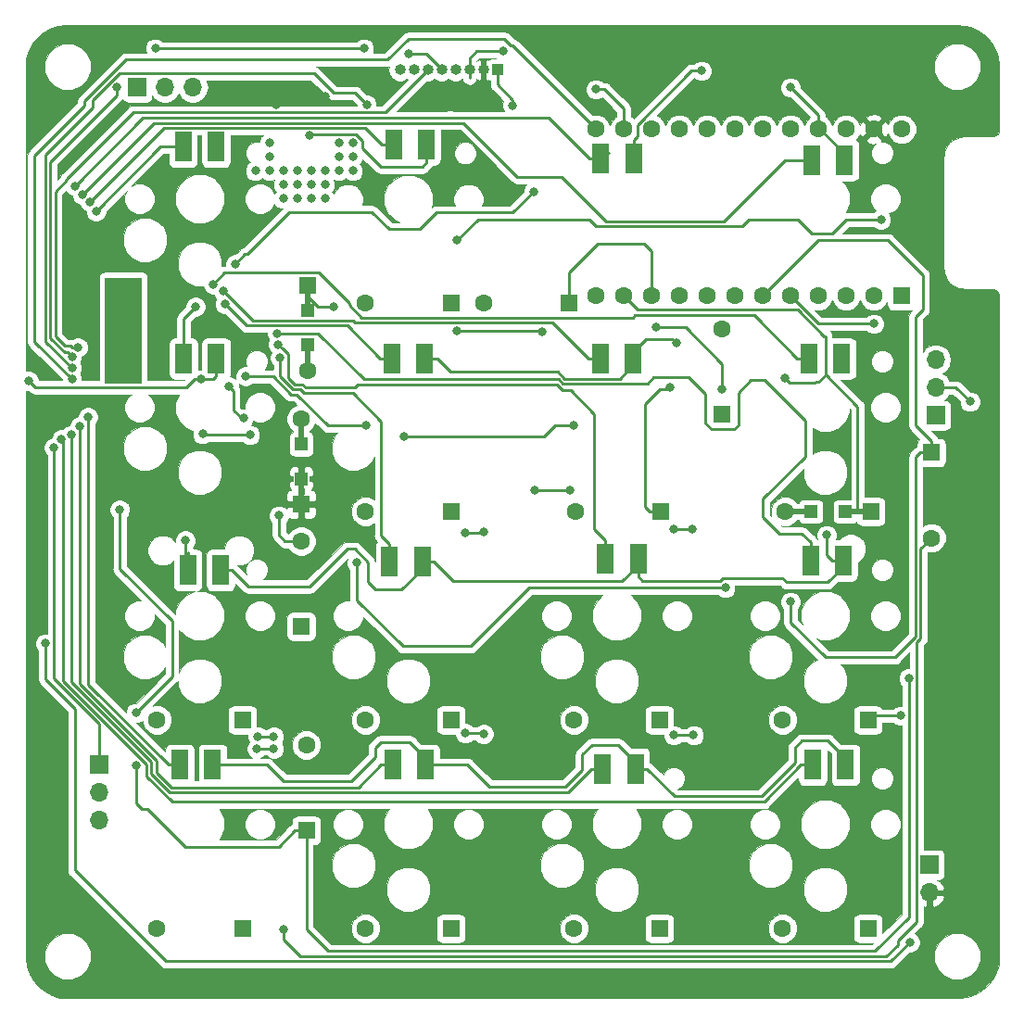
<source format=gbr>
G04 #@! TF.GenerationSoftware,KiCad,Pcbnew,(5.0.0-3-g5ebb6b6)*
G04 #@! TF.CreationDate,2019-05-01T20:31:07-07:00*
G04 #@! TF.ProjectId,arrowPad,6172726F775061642E6B696361645F70,rev?*
G04 #@! TF.SameCoordinates,Original*
G04 #@! TF.FileFunction,Copper,L1,Top,Signal*
G04 #@! TF.FilePolarity,Positive*
%FSLAX46Y46*%
G04 Gerber Fmt 4.6, Leading zero omitted, Abs format (unit mm)*
G04 Created by KiCad (PCBNEW (5.0.0-3-g5ebb6b6)) date Wednesday, May 01, 2019 at 08:31:07 PM*
%MOMM*%
%LPD*%
G01*
G04 APERTURE LIST*
G04 #@! TA.AperFunction,ComponentPad*
%ADD10C,1.600000*%
G04 #@! TD*
G04 #@! TA.AperFunction,ComponentPad*
%ADD11R,1.600000X1.600000*%
G04 #@! TD*
G04 #@! TA.AperFunction,Conductor*
%ADD12R,2.500000X0.500000*%
G04 #@! TD*
G04 #@! TA.AperFunction,SMDPad,CuDef*
%ADD13R,1.200000X1.200000*%
G04 #@! TD*
G04 #@! TA.AperFunction,ComponentPad*
%ADD14O,1.000000X1.000000*%
G04 #@! TD*
G04 #@! TA.AperFunction,ComponentPad*
%ADD15R,1.000000X1.000000*%
G04 #@! TD*
G04 #@! TA.AperFunction,ComponentPad*
%ADD16R,1.700000X1.700000*%
G04 #@! TD*
G04 #@! TA.AperFunction,ComponentPad*
%ADD17O,1.700000X1.700000*%
G04 #@! TD*
G04 #@! TA.AperFunction,ViaPad*
%ADD18C,0.600000*%
G04 #@! TD*
G04 #@! TA.AperFunction,Conductor*
%ADD19R,3.400000X9.700000*%
G04 #@! TD*
G04 #@! TA.AperFunction,Conductor*
%ADD20R,0.500000X2.500000*%
G04 #@! TD*
G04 #@! TA.AperFunction,SMDPad,CuDef*
%ADD21R,1.600000X2.800000*%
G04 #@! TD*
G04 #@! TA.AperFunction,ViaPad*
%ADD22C,0.800000*%
G04 #@! TD*
G04 #@! TA.AperFunction,Conductor*
%ADD23C,0.250000*%
G04 #@! TD*
G04 #@! TA.AperFunction,Conductor*
%ADD24C,0.050000*%
G04 #@! TD*
G04 APERTURE END LIST*
D10*
G04 #@! TO.P,D2,2*
G04 #@! TO.N,Net-(D2-Pad2)*
X145960000Y-74295000D03*
D11*
G04 #@! TO.P,D2,1*
G04 #@! TO.N,/Row1*
X153760000Y-74295000D03*
G04 #@! TD*
G04 #@! TO.P,D3,1*
G04 #@! TO.N,/Row1*
X164555000Y-74295000D03*
D10*
G04 #@! TO.P,D3,2*
G04 #@! TO.N,Net-(D3-Pad2)*
X156755000Y-74295000D03*
G04 #@! TD*
G04 #@! TO.P,D4,2*
G04 #@! TO.N,Net-(D4-Pad2)*
X178536600Y-76694200D03*
D11*
G04 #@! TO.P,D4,1*
G04 #@! TO.N,/Row1*
X178536600Y-84494200D03*
G04 #@! TD*
G04 #@! TO.P,D5,1*
G04 #@! TO.N,/Row2*
X140081000Y-103849000D03*
D10*
G04 #@! TO.P,D5,2*
G04 #@! TO.N,Net-(D5-Pad2)*
X140081000Y-96049000D03*
G04 #@! TD*
G04 #@! TO.P,D6,2*
G04 #@! TO.N,Net-(D6-Pad2)*
X145960000Y-93345000D03*
D11*
G04 #@! TO.P,D6,1*
G04 #@! TO.N,/Row2*
X153760000Y-93345000D03*
G04 #@! TD*
G04 #@! TO.P,D7,1*
G04 #@! TO.N,/Row2*
X172937000Y-93345000D03*
D10*
G04 #@! TO.P,D7,2*
G04 #@! TO.N,Net-(D7-Pad2)*
X165137000Y-93345000D03*
G04 #@! TD*
D12*
G04 #@! TO.N,Net-(D8-Pad2)*
G04 #@! TO.C,D8*
X185514000Y-93345000D03*
G04 #@! TO.N,/Row2*
X190914000Y-93345000D03*
D10*
G04 #@! TD*
G04 #@! TO.P,D8,2*
G04 #@! TO.N,Net-(D8-Pad2)*
X184314000Y-93345000D03*
D11*
G04 #@! TO.P,D8,1*
G04 #@! TO.N,/Row2*
X192114000Y-93345000D03*
D13*
X189789000Y-93345000D03*
G04 #@! TO.P,D8,2*
G04 #@! TO.N,Net-(D8-Pad2)*
X186639000Y-93345000D03*
G04 #@! TD*
D11*
G04 #@! TO.P,D9,1*
G04 #@! TO.N,/Row3*
X134710000Y-112395000D03*
D10*
G04 #@! TO.P,D9,2*
G04 #@! TO.N,Net-(D9-Pad2)*
X126910000Y-112395000D03*
G04 #@! TD*
D14*
G04 #@! TO.P,U2,8*
G04 #@! TO.N,Net-(U2-Pad8)*
X149110000Y-53000000D03*
G04 #@! TO.P,U2,7*
G04 #@! TO.N,Net-(U1-Pad15)*
X150380000Y-53000000D03*
G04 #@! TO.P,U2,6*
G04 #@! TO.N,Net-(U1-Pad14)*
X151650000Y-53000000D03*
G04 #@! TO.P,U2,5*
G04 #@! TO.N,Net-(U1-Pad16)*
X152920000Y-53000000D03*
G04 #@! TO.P,U2,4*
G04 #@! TO.N,Net-(U1-Pad17)*
X154190000Y-53000000D03*
G04 #@! TO.P,U2,3*
G04 #@! TO.N,Net-(U1-Pad18)*
X155460000Y-53000000D03*
G04 #@! TO.P,U2,1*
G04 #@! TO.N,/GND1*
X156730000Y-53000000D03*
D15*
G04 #@! TO.P,U2,2*
G04 #@! TO.N,Net-(U2-Pad2)*
X158000000Y-53000000D03*
G04 #@! TD*
D16*
G04 #@! TO.P,U3,1*
G04 #@! TO.N,Net-(U3-Pad1)*
X198056500Y-84556600D03*
D17*
G04 #@! TO.P,U3,2*
G04 #@! TO.N,/RAW1*
X198056500Y-82016600D03*
G04 #@! TO.P,U3,3*
G04 #@! TO.N,Net-(BT1-Pad1)*
X198056500Y-79476600D03*
G04 #@! TD*
D11*
G04 #@! TO.P,D10,1*
G04 #@! TO.N,/Row3*
X153760000Y-112395000D03*
D10*
G04 #@! TO.P,D10,2*
G04 #@! TO.N,Net-(D10-Pad2)*
X145960000Y-112395000D03*
G04 #@! TD*
G04 #@! TO.P,D11,2*
G04 #@! TO.N,Net-(D11-Pad2)*
X165010000Y-112395000D03*
D11*
G04 #@! TO.P,D11,1*
G04 #@! TO.N,/Row3*
X172810000Y-112395000D03*
G04 #@! TD*
G04 #@! TO.P,D12,1*
G04 #@! TO.N,/Row3*
X191860000Y-112395000D03*
D10*
G04 #@! TO.P,D12,2*
G04 #@! TO.N,Net-(D12-Pad2)*
X184060000Y-112395000D03*
G04 #@! TD*
G04 #@! TO.P,D13,2*
G04 #@! TO.N,Net-(D13-Pad2)*
X126910000Y-131445000D03*
D11*
G04 #@! TO.P,D13,1*
G04 #@! TO.N,/Row4*
X134710000Y-131445000D03*
G04 #@! TD*
G04 #@! TO.P,D14,1*
G04 #@! TO.N,/Row4*
X153760000Y-131445000D03*
D10*
G04 #@! TO.P,D14,2*
G04 #@! TO.N,Net-(D14-Pad2)*
X145960000Y-131445000D03*
G04 #@! TD*
G04 #@! TO.P,D15,2*
G04 #@! TO.N,Net-(D15-Pad2)*
X165010000Y-131445000D03*
D11*
G04 #@! TO.P,D15,1*
G04 #@! TO.N,/Row4*
X172810000Y-131445000D03*
G04 #@! TD*
G04 #@! TO.P,D16,1*
G04 #@! TO.N,/Row4*
X191860000Y-131445000D03*
D10*
G04 #@! TO.P,D16,2*
G04 #@! TO.N,Net-(D16-Pad2)*
X184060000Y-131445000D03*
G04 #@! TD*
D11*
G04 #@! TO.P,R1,1*
G04 #@! TO.N,Net-(J1-Pad2)*
X197662800Y-87959100D03*
D10*
G04 #@! TO.P,R1,2*
G04 #@! TO.N,Net-(R1-Pad2)*
X197662800Y-95759100D03*
G04 #@! TD*
G04 #@! TO.P,R2,2*
G04 #@! TO.N,Net-(R1-Pad2)*
X140550900Y-114692600D03*
D11*
G04 #@! TO.P,R2,1*
G04 #@! TO.N,Net-(J1-Pad1)*
X140550900Y-122492600D03*
G04 #@! TD*
D16*
G04 #@! TO.P,U5,1*
G04 #@! TO.N,/VCC1*
X121615200Y-116459000D03*
D17*
G04 #@! TO.P,U5,2*
G04 #@! TO.N,Net-(R1-Pad2)*
X121615200Y-118999000D03*
G04 #@! TO.P,U5,3*
G04 #@! TO.N,Net-(U5-Pad3)*
X121615200Y-121539000D03*
G04 #@! TD*
D11*
G04 #@! TO.P,U1,1*
G04 #@! TO.N,/Col2*
X194945000Y-73660000D03*
D10*
G04 #@! TO.P,U1,23*
G04 #@! TO.N,/GND1*
X192405000Y-58420000D03*
G04 #@! TO.P,U1,22*
G04 #@! TO.N,Net-(U1-Pad22)*
X189865000Y-58420000D03*
G04 #@! TO.P,U1,21*
G04 #@! TO.N,/VCC1*
X187325000Y-58420000D03*
G04 #@! TO.P,U1,20*
G04 #@! TO.N,/Col4*
X184785000Y-58420000D03*
G04 #@! TO.P,U1,19*
G04 #@! TO.N,/Row4*
X182245000Y-58420000D03*
G04 #@! TO.P,U1,18*
G04 #@! TO.N,Net-(U1-Pad18)*
X179705000Y-58420000D03*
G04 #@! TO.P,U1,17*
G04 #@! TO.N,Net-(U1-Pad17)*
X177165000Y-58420000D03*
G04 #@! TO.P,U1,16*
G04 #@! TO.N,Net-(U1-Pad16)*
X174625000Y-58420000D03*
G04 #@! TO.P,U1,15*
G04 #@! TO.N,Net-(U1-Pad15)*
X172085000Y-58420000D03*
G04 #@! TO.P,U1,14*
G04 #@! TO.N,Net-(U1-Pad14)*
X169545000Y-58420000D03*
G04 #@! TO.P,U1,13*
G04 #@! TO.N,Net-(U1-Pad13)*
X167005000Y-58420000D03*
G04 #@! TO.P,U1,12*
G04 #@! TO.N,Net-(U1-Pad12)*
X167005000Y-73660000D03*
G04 #@! TO.P,U1,11*
G04 #@! TO.N,/Row2*
X169545000Y-73660000D03*
G04 #@! TO.P,U1,10*
G04 #@! TO.N,/Row1*
X172085000Y-73660000D03*
G04 #@! TO.P,U1,9*
G04 #@! TO.N,/Col3*
X174625000Y-73660000D03*
G04 #@! TO.P,U1,8*
G04 #@! TO.N,/GSCLK*
X177165000Y-73660000D03*
G04 #@! TO.P,U1,7*
G04 #@! TO.N,/Col1*
X179705000Y-73660000D03*
G04 #@! TO.P,U1,6*
G04 #@! TO.N,Net-(J1-Pad2)*
X182245000Y-73660000D03*
G04 #@! TO.P,U1,5*
G04 #@! TO.N,Net-(J1-Pad1)*
X184785000Y-73660000D03*
G04 #@! TO.P,U1,4*
G04 #@! TO.N,Net-(U1-Pad4)*
X187325000Y-73660000D03*
G04 #@! TO.P,U1,3*
G04 #@! TO.N,Net-(U1-Pad3)*
X189865000Y-73660000D03*
G04 #@! TO.P,U1,2*
G04 #@! TO.N,/Row3*
X192405000Y-73660000D03*
G04 #@! TO.P,U1,24*
G04 #@! TO.N,/RAW1*
X194945000Y-58420000D03*
G04 #@! TD*
D16*
G04 #@! TO.P,U6,1*
G04 #@! TO.N,Net-(U6-Pad1)*
X125095000Y-54610000D03*
D17*
G04 #@! TO.P,U6,2*
G04 #@! TO.N,/VCC1*
X127635000Y-54610000D03*
G04 #@! TO.P,U6,3*
G04 #@! TO.N,Net-(U4-Pad3)*
X130175000Y-54610000D03*
G04 #@! TD*
D18*
G04 #@! TO.N,Net-(U7-Pad29)*
G04 #@! TO.C,U7*
X122525000Y-81272300D03*
X123825000Y-81272300D03*
X125125000Y-81272300D03*
X125125000Y-79492300D03*
X123825000Y-79492300D03*
X122525000Y-79492300D03*
X125125000Y-77712300D03*
X123825000Y-77712300D03*
X122525000Y-77712300D03*
X125125000Y-75932300D03*
X123825000Y-75932300D03*
X122525000Y-75932300D03*
X125125000Y-74152300D03*
X123825000Y-74152300D03*
X122525000Y-74152300D03*
X125125000Y-72372300D03*
X123825000Y-72372300D03*
X122525000Y-72372300D03*
D19*
X123825000Y-76822300D03*
G04 #@! TD*
D16*
G04 #@! TO.P,BT1,1*
G04 #@! TO.N,Net-(BT1-Pad1)*
X197485000Y-125628400D03*
D17*
G04 #@! TO.P,BT1,2*
G04 #@! TO.N,/GND1*
X197485000Y-128168400D03*
G04 #@! TD*
D13*
G04 #@! TO.P,D1,2*
G04 #@! TO.N,Net-(D1-Pad2)*
X140665200Y-78130600D03*
G04 #@! TO.P,D1,1*
G04 #@! TO.N,/Row1*
X140665200Y-74980600D03*
D11*
X140665200Y-72655600D03*
D10*
G04 #@! TO.P,D1,2*
G04 #@! TO.N,Net-(D1-Pad2)*
X140665200Y-80455600D03*
D20*
G04 #@! TD*
G04 #@! TO.N,/Row1*
G04 #@! TO.C,D1*
X140665200Y-73855600D03*
G04 #@! TO.N,Net-(D1-Pad2)*
G04 #@! TO.C,D1*
X140665200Y-79255600D03*
G04 #@! TD*
D21*
G04 #@! TO.P,D20,1*
G04 #@! TO.N,/VCC1*
X132716400Y-98704400D03*
G04 #@! TO.P,D20,2*
G04 #@! TO.N,Net-(D20-Pad2)*
X129716400Y-98704400D03*
G04 #@! TD*
G04 #@! TO.P,D21,2*
G04 #@! TO.N,Net-(D21-Pad2)*
X148156800Y-97955100D03*
G04 #@! TO.P,D21,1*
G04 #@! TO.N,/VCC1*
X151156800Y-97955100D03*
G04 #@! TD*
G04 #@! TO.P,D22,1*
G04 #@! TO.N,/VCC1*
X170867200Y-97637600D03*
G04 #@! TO.P,D22,2*
G04 #@! TO.N,Net-(D22-Pad2)*
X167867200Y-97637600D03*
G04 #@! TD*
G04 #@! TO.P,D23,2*
G04 #@! TO.N,Net-(D23-Pad2)*
X186612400Y-97802700D03*
G04 #@! TO.P,D23,1*
G04 #@! TO.N,/VCC1*
X189612400Y-97802700D03*
G04 #@! TD*
G04 #@! TO.P,D24,1*
G04 #@! TO.N,/VCC1*
X132310000Y-79375000D03*
G04 #@! TO.P,D24,2*
G04 #@! TO.N,Net-(D24-Pad2)*
X129310000Y-79375000D03*
G04 #@! TD*
G04 #@! TO.P,D25,2*
G04 #@! TO.N,Net-(D25-Pad2)*
X148360000Y-79375000D03*
G04 #@! TO.P,D25,1*
G04 #@! TO.N,/VCC1*
X151360000Y-79375000D03*
G04 #@! TD*
G04 #@! TO.P,D26,1*
G04 #@! TO.N,/VCC1*
X170410000Y-79375000D03*
G04 #@! TO.P,D26,2*
G04 #@! TO.N,Net-(D26-Pad2)*
X167410000Y-79375000D03*
G04 #@! TD*
G04 #@! TO.P,D27,2*
G04 #@! TO.N,Net-(D27-Pad2)*
X186460000Y-79375000D03*
G04 #@! TO.P,D27,1*
G04 #@! TO.N,/VCC1*
X189460000Y-79375000D03*
G04 #@! TD*
G04 #@! TO.P,D28,1*
G04 #@! TO.N,/VCC1*
X132284600Y-60007500D03*
G04 #@! TO.P,D28,2*
G04 #@! TO.N,Net-(D28-Pad2)*
X129284600Y-60007500D03*
G04 #@! TD*
G04 #@! TO.P,D29,2*
G04 #@! TO.N,Net-(D29-Pad2)*
X148525100Y-59804300D03*
G04 #@! TO.P,D29,1*
G04 #@! TO.N,/VCC1*
X151525100Y-59804300D03*
G04 #@! TD*
G04 #@! TO.P,D30,1*
G04 #@! TO.N,/VCC1*
X189714000Y-61252100D03*
G04 #@! TO.P,D30,2*
G04 #@! TO.N,Net-(D30-Pad2)*
X186714000Y-61252100D03*
G04 #@! TD*
G04 #@! TO.P,D31,2*
G04 #@! TO.N,Net-(D31-Pad2)*
X167435400Y-61048900D03*
G04 #@! TO.P,D31,1*
G04 #@! TO.N,/VCC1*
X170435400Y-61048900D03*
G04 #@! TD*
G04 #@! TO.P,D32,1*
G04 #@! TO.N,/VCC1*
X189802900Y-116497100D03*
G04 #@! TO.P,D32,2*
G04 #@! TO.N,Net-(D32-Pad2)*
X186802900Y-116497100D03*
G04 #@! TD*
G04 #@! TO.P,D33,2*
G04 #@! TO.N,Net-(D33-Pad2)*
X167613200Y-116865400D03*
G04 #@! TO.P,D33,1*
G04 #@! TO.N,/VCC1*
X170613200Y-116865400D03*
G04 #@! TD*
G04 #@! TO.P,D34,1*
G04 #@! TO.N,/VCC1*
X151423500Y-116497100D03*
G04 #@! TO.P,D34,2*
G04 #@! TO.N,Net-(D34-Pad2)*
X148423500Y-116497100D03*
G04 #@! TD*
G04 #@! TO.P,D35,2*
G04 #@! TO.N,Net-(D35-Pad2)*
X128979800Y-116497100D03*
G04 #@! TO.P,D35,1*
G04 #@! TO.N,/VCC1*
X131979800Y-116497100D03*
G04 #@! TD*
D13*
G04 #@! TO.P,R3,2*
G04 #@! TO.N,Net-(R3-Pad2)*
X140081000Y-87198000D03*
G04 #@! TO.P,R3,1*
G04 #@! TO.N,/GND1*
X140081000Y-90348000D03*
D11*
X140081000Y-92673000D03*
D10*
G04 #@! TO.P,R3,2*
G04 #@! TO.N,Net-(R3-Pad2)*
X140081000Y-84873000D03*
D20*
G04 #@! TD*
G04 #@! TO.N,/GND1*
G04 #@! TO.C,R3*
X140081000Y-91473000D03*
G04 #@! TO.N,Net-(R3-Pad2)*
G04 #@! TO.C,R3*
X140081000Y-86073000D03*
G04 #@! TD*
D22*
G04 #@! TO.N,*
X138430000Y-62230000D03*
X139700000Y-62230000D03*
X140970000Y-62230000D03*
X142240000Y-62230000D03*
X143510000Y-62230000D03*
X143510000Y-60960000D03*
X143510000Y-59690000D03*
X137160000Y-59690000D03*
X137160000Y-60960000D03*
X137160000Y-62230000D03*
X144780000Y-59690000D03*
X144780000Y-60960000D03*
X144780000Y-62230000D03*
X142240000Y-63500000D03*
X140970000Y-63500000D03*
X139700000Y-63500000D03*
X138430000Y-63500000D03*
X135890000Y-62230000D03*
X138430000Y-64770000D03*
X139700000Y-64770000D03*
X140970000Y-64770000D03*
X142240000Y-63500000D03*
X142240000Y-63500000D03*
X142240000Y-64770000D03*
G04 #@! TO.N,/RAW1*
X201175010Y-83312000D03*
X195704854Y-132712854D03*
X116713000Y-105410000D03*
G04 #@! TO.N,/GND1*
X153670000Y-59055000D03*
X151130000Y-55880000D03*
X147320000Y-55880000D03*
X146050000Y-53340000D03*
X191262000Y-104394000D03*
X133858000Y-62484000D03*
X132969000Y-62484000D03*
X133350000Y-63373000D03*
X134493000Y-63373000D03*
X142260082Y-55401387D03*
X137795000Y-56171000D03*
X119126000Y-77216000D03*
X121412000Y-83312000D03*
G04 #@! TO.N,/Row1*
X143027400Y-74676000D03*
X154292300Y-76873100D03*
X162064700Y-76898500D03*
X172500000Y-76500000D03*
X178536600Y-82169200D03*
G04 #@! TO.N,/Row2*
X155041600Y-95300800D03*
X156730700Y-95224600D03*
X174091600Y-94957900D03*
X175793400Y-94957900D03*
X173736000Y-82042000D03*
X184277000Y-81153000D03*
G04 #@! TO.N,Net-(D5-Pad2)*
X135382000Y-86360000D03*
X131064000Y-86275000D03*
X138049000Y-93726000D03*
G04 #@! TO.N,/Row3*
X136125301Y-113931700D03*
X137575301Y-113931700D03*
X155079700Y-113614200D03*
X156756100Y-113690400D03*
X174129700Y-113792000D03*
X175920400Y-113792000D03*
X194855000Y-112014000D03*
G04 #@! TO.N,/Col1*
X161290000Y-64135000D03*
X134085000Y-70720000D03*
G04 #@! TO.N,/Col2*
X193040000Y-66675000D03*
X154305000Y-68580000D03*
G04 #@! TO.N,/Col3*
X161417000Y-91440000D03*
X164592000Y-91440000D03*
G04 #@! TO.N,Net-(U1-Pad14)*
X167000000Y-54775000D03*
X119694408Y-78372300D03*
G04 #@! TO.N,Net-(U1-Pad16)*
X123258153Y-54551153D03*
X149860000Y-51562000D03*
X145796000Y-51054000D03*
X126746000Y-51054000D03*
X119126495Y-79221539D03*
G04 #@! TO.N,Net-(U1-Pad18)*
X158496000Y-51308000D03*
G04 #@! TO.N,Net-(J1-Pad1)*
X195580000Y-108585000D03*
X192405000Y-76200000D03*
X124968000Y-111760000D03*
X123504100Y-93188300D03*
X125026082Y-116527918D03*
G04 #@! TO.N,Net-(J1-Pad2)*
X184785000Y-101600000D03*
X145161000Y-98044000D03*
X178816000Y-100330000D03*
G04 #@! TO.N,Net-(U2-Pad2)*
X159385000Y-56261000D03*
G04 #@! TO.N,/VCC1*
X132461000Y-59944000D03*
X117500000Y-87500000D03*
X184785000Y-54610000D03*
X140843000Y-59007499D03*
X176657000Y-53086000D03*
X131979800Y-116497100D03*
X189460000Y-79375000D03*
X174371000Y-77978000D03*
X130937000Y-81280000D03*
X115189000Y-81407000D03*
X188087000Y-95504000D03*
G04 #@! TO.N,Net-(U1-Pad12)*
X146050000Y-56171000D03*
X119126000Y-80246996D03*
G04 #@! TO.N,Net-(R1-Pad2)*
X136000000Y-115000000D03*
X137575301Y-115000000D03*
X138500000Y-131500000D03*
G04 #@! TO.N,Net-(D20-Pad2)*
X129500000Y-96000000D03*
G04 #@! TO.N,Net-(D21-Pad2)*
X138162236Y-79287164D03*
G04 #@! TO.N,Net-(D22-Pad2)*
X137976676Y-78076299D03*
G04 #@! TO.N,Net-(D23-Pad2)*
X137883900Y-77080611D03*
G04 #@! TO.N,Net-(D24-Pad2)*
X130429000Y-74622300D03*
G04 #@! TO.N,Net-(D25-Pad2)*
X133106397Y-74352802D03*
G04 #@! TO.N,Net-(D26-Pad2)*
X133007100Y-73228200D03*
G04 #@! TO.N,Net-(D27-Pad2)*
X132041900Y-72580500D03*
G04 #@! TO.N,Net-(D28-Pad2)*
X121335800Y-65900300D03*
G04 #@! TO.N,Net-(D29-Pad2)*
X120758563Y-65083721D03*
G04 #@! TO.N,Net-(D30-Pad2)*
X120059326Y-64368828D03*
G04 #@! TO.N,Net-(D31-Pad2)*
X119419518Y-63600291D03*
G04 #@! TO.N,Net-(D32-Pad2)*
X118185680Y-86763641D03*
G04 #@! TO.N,Net-(D33-Pad2)*
X119100600Y-86360000D03*
G04 #@! TO.N,Net-(D34-Pad2)*
X119849900Y-85572600D03*
G04 #@! TO.N,Net-(D35-Pad2)*
X120611900Y-84696300D03*
G04 #@! TO.N,Net-(U1-Pad13)*
X119126000Y-81272301D03*
G04 #@! TO.N,/GSCLK*
X135000000Y-81000000D03*
X149500000Y-86500000D03*
X165000000Y-85500000D03*
X146000000Y-85500000D03*
G04 #@! TO.N,Net-(R3-Pad2)*
X133477000Y-81915000D03*
X134810000Y-84836000D03*
G04 #@! TD*
D23*
G04 #@! TO.N,/RAW1*
X199879610Y-82016600D02*
X201175010Y-83312000D01*
X198056500Y-82016600D02*
X199879610Y-82016600D01*
X193967698Y-134450010D02*
X127719010Y-134450010D01*
X195704854Y-132712854D02*
X193967698Y-134450010D01*
X127719010Y-134450010D02*
X119380000Y-126111000D01*
X119380000Y-126111000D02*
X119380000Y-111379000D01*
X116713000Y-108712000D02*
X116713000Y-105410000D01*
X119380000Y-111379000D02*
X116713000Y-108712000D01*
G04 #@! TO.N,/GND1*
X156730000Y-53000000D02*
X156730000Y-53730000D01*
X156730000Y-53000000D02*
X156730000Y-53707106D01*
X147320000Y-54610000D02*
X146050000Y-53340000D01*
X147320000Y-55880000D02*
X147320000Y-54610000D01*
X141490469Y-56171000D02*
X137795000Y-56171000D01*
X142260082Y-55401387D02*
X141490469Y-56171000D01*
G04 #@! TO.N,/Row1*
X141635600Y-74676000D02*
X143027400Y-74676000D01*
X140665200Y-73705600D02*
X141635600Y-74676000D01*
X140665200Y-72655600D02*
X140665200Y-73705600D01*
X162039300Y-76873100D02*
X162064700Y-76898500D01*
X154292300Y-76873100D02*
X162039300Y-76873100D01*
X172085000Y-73660000D02*
X172085000Y-69596000D01*
X171383999Y-68894999D02*
X167198001Y-68894999D01*
X172085000Y-69596000D02*
X171383999Y-68894999D01*
X164555000Y-71538000D02*
X164555000Y-74295000D01*
X167198001Y-68894999D02*
X164555000Y-71538000D01*
X178536600Y-81889600D02*
X178536600Y-82169200D01*
X172500000Y-76500000D02*
X175179000Y-76500000D01*
X178536600Y-79857600D02*
X178536600Y-82169200D01*
X175179000Y-76500000D02*
X178536600Y-79857600D01*
G04 #@! TO.N,/Row2*
X156654500Y-95300800D02*
X156730700Y-95224600D01*
X155041600Y-95300800D02*
X156654500Y-95300800D01*
X174091600Y-94957900D02*
X175793400Y-94957900D01*
X171887000Y-93345000D02*
X172937000Y-93345000D01*
X171450000Y-92908000D02*
X171887000Y-93345000D01*
X171450000Y-83820000D02*
X171450000Y-92908000D01*
X171450000Y-83820000D02*
X171450000Y-83566000D01*
X171450000Y-83566000D02*
X172847000Y-82169000D01*
X173609000Y-82169000D02*
X173736000Y-82042000D01*
X172847000Y-82169000D02*
X173609000Y-82169000D01*
X187960000Y-77343000D02*
X187831590Y-77343000D01*
X184277000Y-81153000D02*
X184676999Y-81552999D01*
X187325000Y-81534000D02*
X187960000Y-80899000D01*
X187071000Y-81534000D02*
X187325000Y-81534000D01*
X187052001Y-81552999D02*
X187071000Y-81534000D01*
X184676999Y-81552999D02*
X187052001Y-81552999D01*
X169545000Y-73660000D02*
X170815000Y-74930000D01*
X185418590Y-74930000D02*
X187831590Y-77343000D01*
X170815000Y-74930000D02*
X185418590Y-74930000D01*
X190914000Y-93345000D02*
X189789000Y-93345000D01*
X187960000Y-80801538D02*
X187960000Y-80645000D01*
X190914000Y-83755538D02*
X187960000Y-80801538D01*
X190914000Y-93345000D02*
X190914000Y-83755538D01*
X187960000Y-80645000D02*
X187960000Y-77343000D01*
X187960000Y-80899000D02*
X187960000Y-80645000D01*
G04 #@! TO.N,Net-(D5-Pad2)*
X131149000Y-86360000D02*
X131064000Y-86275000D01*
X135382000Y-86360000D02*
X131149000Y-86360000D01*
X138594000Y-96049000D02*
X140081000Y-96049000D01*
X138049000Y-95504000D02*
X138594000Y-96049000D01*
X138049000Y-93726000D02*
X138049000Y-95504000D01*
G04 #@! TO.N,/Row3*
X137477500Y-113931700D02*
X137575301Y-113931700D01*
X136125301Y-113931700D02*
X137575301Y-113931700D01*
X156679900Y-113614200D02*
X156756100Y-113690400D01*
X155079700Y-113614200D02*
X156679900Y-113614200D01*
X174129700Y-113792000D02*
X175920400Y-113792000D01*
X192241000Y-112014000D02*
X191860000Y-112395000D01*
X194855000Y-112014000D02*
X192241000Y-112014000D01*
G04 #@! TO.N,/Col1*
X135128000Y-69850000D02*
X134955000Y-69850000D01*
X134955000Y-69850000D02*
X134085000Y-70720000D01*
X146507901Y-65989901D02*
X138988099Y-65989901D01*
X150876000Y-67564000D02*
X148082000Y-67564000D01*
X138988099Y-65989901D02*
X135128000Y-69850000D01*
X159385000Y-66040000D02*
X152400000Y-66040000D01*
X148082000Y-67564000D02*
X146507901Y-65989901D01*
X152400000Y-66040000D02*
X150876000Y-67564000D01*
X161290000Y-64135000D02*
X159385000Y-66040000D01*
G04 #@! TO.N,/Col2*
X193040000Y-66675000D02*
X190500000Y-66675000D01*
X190500000Y-66675000D02*
X189865000Y-66675000D01*
X185420000Y-66675000D02*
X180975000Y-66675000D01*
X186690000Y-67945000D02*
X185420000Y-66675000D01*
X188595000Y-67945000D02*
X186690000Y-67945000D01*
X189865000Y-66675000D02*
X188595000Y-67945000D01*
X180975000Y-66675000D02*
X180340000Y-67310000D01*
X165100000Y-66675000D02*
X157480000Y-66675000D01*
X180340000Y-67310000D02*
X167005000Y-67310000D01*
X167005000Y-67310000D02*
X166370000Y-66675000D01*
X166370000Y-66675000D02*
X165100000Y-66675000D01*
X156210000Y-66675000D02*
X154305000Y-68580000D01*
X157480000Y-66675000D02*
X156210000Y-66675000D01*
G04 #@! TO.N,/Col3*
X161417000Y-91440000D02*
X164465000Y-91440000D01*
X164465000Y-91440000D02*
X164592000Y-91440000D01*
G04 #@! TO.N,Net-(U1-Pad14)*
X169545000Y-56545000D02*
X169545000Y-58420000D01*
X167775000Y-54775000D02*
X169545000Y-56545000D01*
X167000000Y-54775000D02*
X167775000Y-54775000D01*
X124714000Y-56896000D02*
X147754000Y-56896000D01*
X147754000Y-56896000D02*
X151650000Y-53000000D01*
X118694517Y-62915483D02*
X124714000Y-56896000D01*
X117613020Y-64123980D02*
X118694517Y-63042483D01*
X118988423Y-78232000D02*
X118492410Y-78232000D01*
X117613020Y-77352610D02*
X117613020Y-64123980D01*
X118492410Y-78232000D02*
X117613020Y-77352610D01*
X118694517Y-63042483D02*
X118694517Y-62915483D01*
X119128723Y-78372300D02*
X118988423Y-78232000D01*
X119694408Y-78372300D02*
X119128723Y-78372300D01*
G04 #@! TO.N,Net-(U1-Pad16)*
X151482000Y-51562000D02*
X149860000Y-51562000D01*
X152920000Y-53000000D02*
X151482000Y-51562000D01*
X145796000Y-51054000D02*
X126746000Y-51054000D01*
X123190000Y-55372000D02*
X123190000Y-54619306D01*
X123190000Y-54619306D02*
X123258153Y-54551153D01*
X118445540Y-78821540D02*
X117163010Y-77539010D01*
X119126495Y-79221539D02*
X118726496Y-78821540D01*
X118726496Y-78821540D02*
X118445540Y-78821540D01*
X117163010Y-61398990D02*
X123190000Y-55372000D01*
X117163010Y-77539010D02*
X117163010Y-61398990D01*
G04 #@! TO.N,Net-(U1-Pad18)*
X155460000Y-53000000D02*
X155460000Y-53707106D01*
X155460000Y-53000000D02*
X155460000Y-52040000D01*
X155460000Y-52040000D02*
X155460000Y-51931000D01*
X156083000Y-51308000D02*
X158496000Y-51308000D01*
X155460000Y-51931000D02*
X156083000Y-51308000D01*
G04 #@! TO.N,Net-(J1-Pad1)*
X125000000Y-118000000D02*
X125000000Y-120000000D01*
X125000000Y-120000000D02*
X125500000Y-120500000D01*
X139500900Y-122492600D02*
X140550900Y-122492600D01*
X126000000Y-120500000D02*
X129459501Y-123959501D01*
X138033999Y-123959501D02*
X139500900Y-122492600D01*
X129459501Y-123959501D02*
X138033999Y-123959501D01*
X125500000Y-120500000D02*
X126000000Y-120500000D01*
X140550900Y-131550900D02*
X140550900Y-122492600D01*
X142500000Y-133500000D02*
X140550900Y-131550900D01*
X192500000Y-133500000D02*
X142500000Y-133500000D01*
X195580000Y-130420000D02*
X192500000Y-133500000D01*
X195580000Y-108585000D02*
X195580000Y-130420000D01*
X187325000Y-76200000D02*
X184785000Y-73660000D01*
X192405000Y-76200000D02*
X187325000Y-76200000D01*
X124968000Y-111760000D02*
X128270000Y-108458000D01*
X128270000Y-108458000D02*
X128270000Y-103378000D01*
X123504100Y-98612100D02*
X123504100Y-93188300D01*
X128270000Y-103378000D02*
X123504100Y-98612100D01*
X125026082Y-117973918D02*
X125000000Y-118000000D01*
X125026082Y-116527918D02*
X125026082Y-117973918D01*
G04 #@! TO.N,Net-(J1-Pad2)*
X196225001Y-88346899D02*
X196225001Y-103515001D01*
X196612800Y-87959100D02*
X196225001Y-88346899D01*
X197662800Y-87959100D02*
X196612800Y-87959100D01*
X196225001Y-103515001D02*
X196225001Y-104764999D01*
X196225001Y-104764999D02*
X196080499Y-104909501D01*
X196080499Y-104909501D02*
X194310000Y-106680000D01*
X194310000Y-106680000D02*
X188595000Y-106680000D01*
X188595000Y-106680000D02*
X187960000Y-106680000D01*
X184785000Y-103505000D02*
X184785000Y-101600000D01*
X187960000Y-106680000D02*
X184785000Y-103505000D01*
X197662800Y-86909100D02*
X196215000Y-85461300D01*
X197662800Y-87959100D02*
X197662800Y-86909100D01*
X196215000Y-85461300D02*
X196215000Y-75565000D01*
X196215000Y-75565000D02*
X196850000Y-74930000D01*
X196850000Y-74930000D02*
X196850000Y-71755000D01*
X196850000Y-71755000D02*
X193675000Y-68580000D01*
X187325000Y-68580000D02*
X182245000Y-73660000D01*
X193675000Y-68580000D02*
X187325000Y-68580000D01*
X155575000Y-105664000D02*
X160909000Y-100330000D01*
X145161000Y-101473000D02*
X149352000Y-105664000D01*
X160909000Y-100330000D02*
X178816000Y-100330000D01*
X149352000Y-105664000D02*
X155575000Y-105664000D01*
X145161000Y-98044000D02*
X145161000Y-101473000D01*
G04 #@! TO.N,Net-(U2-Pad2)*
X158000000Y-54340696D02*
X159385000Y-55725696D01*
X158000000Y-53000000D02*
X158000000Y-54340696D01*
X159385000Y-55725696D02*
X159385000Y-56261000D01*
G04 #@! TO.N,/VCC1*
X121615200Y-112728140D02*
X121615200Y-116459000D01*
X117500000Y-108612940D02*
X121615200Y-112728140D01*
X117500000Y-87500000D02*
X117500000Y-108612940D01*
X187325000Y-57150000D02*
X184785000Y-54610000D01*
X187325000Y-58420000D02*
X187325000Y-57150000D01*
X131979800Y-116497100D02*
X136944100Y-116497100D01*
X136944100Y-116497100D02*
X138430000Y-117983000D01*
X138430000Y-117983000D02*
X144653000Y-117983000D01*
X144653000Y-117983000D02*
X146812000Y-115824000D01*
X146812000Y-115824000D02*
X146812000Y-114935000D01*
X146812000Y-114935000D02*
X147320000Y-114427000D01*
X151423500Y-115897100D02*
X151423500Y-116497100D01*
X149953400Y-114427000D02*
X151423500Y-115897100D01*
X147320000Y-114427000D02*
X149953400Y-114427000D01*
X151423500Y-116497100D02*
X155232100Y-116497100D01*
X155232100Y-116497100D02*
X157226000Y-118491000D01*
X157226000Y-118491000D02*
X164211000Y-118491000D01*
X164211000Y-118491000D02*
X165735000Y-116967000D01*
X165735000Y-116967000D02*
X165735000Y-115570000D01*
X165735000Y-115570000D02*
X166624000Y-114681000D01*
X170613200Y-116265400D02*
X170613200Y-116865400D01*
X169028800Y-114681000D02*
X170613200Y-116265400D01*
X166624000Y-114681000D02*
X169028800Y-114681000D01*
X171663200Y-116865400D02*
X174177800Y-119380000D01*
X170613200Y-116865400D02*
X171663200Y-116865400D01*
X174177800Y-119380000D02*
X182118000Y-119380000D01*
X182118000Y-119380000D02*
X185166000Y-116332000D01*
X185166000Y-116332000D02*
X185166000Y-114935000D01*
X185166000Y-114935000D02*
X185801000Y-114300000D01*
X189802900Y-115897100D02*
X189802900Y-116497100D01*
X188205800Y-114300000D02*
X189802900Y-115897100D01*
X185801000Y-114300000D02*
X188205800Y-114300000D01*
X151525100Y-61454300D02*
X151130400Y-61849000D01*
X151525100Y-59804300D02*
X151525100Y-61454300D01*
X151130400Y-61849000D02*
X147320000Y-61849000D01*
X147320000Y-61849000D02*
X145669000Y-60198000D01*
X145669000Y-59505998D02*
X145034000Y-58870998D01*
X145669000Y-60198000D02*
X145669000Y-59505998D01*
X140979501Y-58870998D02*
X140843000Y-59007499D01*
X145034000Y-58870998D02*
X140979501Y-58870998D01*
X170435400Y-59398900D02*
X170815000Y-59019300D01*
X170435400Y-61048900D02*
X170435400Y-59398900D01*
X170815000Y-59019300D02*
X170815000Y-58024998D01*
X175753998Y-53086000D02*
X176657000Y-53086000D01*
X170815000Y-58024998D02*
X175753998Y-53086000D01*
X133766400Y-98704400D02*
X135265000Y-100203000D01*
X132716400Y-98704400D02*
X133766400Y-98704400D01*
X140208000Y-100203000D02*
X140843000Y-100203000D01*
X135265000Y-100203000D02*
X140208000Y-100203000D01*
X140208000Y-100203000D02*
X140335000Y-100203000D01*
X140843000Y-100203000D02*
X144272000Y-96774000D01*
X144964002Y-96774000D02*
X146177000Y-97986998D01*
X144272000Y-96774000D02*
X144964002Y-96774000D01*
X146177000Y-97986998D02*
X146177000Y-99822000D01*
X146177000Y-99822000D02*
X146812000Y-100457000D01*
X151156800Y-98555100D02*
X151156800Y-97955100D01*
X149254900Y-100457000D02*
X151156800Y-98555100D01*
X146812000Y-100457000D02*
X149254900Y-100457000D01*
X152206800Y-97955100D02*
X153946700Y-99695000D01*
X151156800Y-97955100D02*
X152206800Y-97955100D01*
X170867200Y-98237600D02*
X170867200Y-97637600D01*
X169409800Y-99695000D02*
X170867200Y-98237600D01*
X153946700Y-99695000D02*
X169409800Y-99695000D01*
X170867200Y-99287600D02*
X171274600Y-99695000D01*
X170867200Y-97637600D02*
X170867200Y-99287600D01*
X178377998Y-99695000D02*
X178631998Y-99441000D01*
X171274600Y-99695000D02*
X178377998Y-99695000D01*
X178631998Y-99441000D02*
X184023000Y-99441000D01*
X184023000Y-99441000D02*
X184404000Y-99822000D01*
X189612400Y-98402700D02*
X189612400Y-97802700D01*
X188193100Y-99822000D02*
X189612400Y-98402700D01*
X184404000Y-99822000D02*
X188193100Y-99822000D01*
X189714000Y-60652100D02*
X187481900Y-58420000D01*
X187481900Y-58420000D02*
X187325000Y-58420000D01*
X189714000Y-61252100D02*
X189714000Y-60652100D01*
X170410000Y-78775000D02*
X170410000Y-79375000D01*
X171606999Y-77578001D02*
X170410000Y-78775000D01*
X173971001Y-77578001D02*
X171606999Y-77578001D01*
X174371000Y-77978000D02*
X173971001Y-77578001D01*
X153749009Y-80575991D02*
X163508401Y-80575991D01*
X170410000Y-79975000D02*
X170410000Y-79375000D01*
X169174010Y-81210990D02*
X170410000Y-79975000D01*
X164143400Y-81210990D02*
X169174010Y-81210990D01*
X163508401Y-80575991D02*
X164143400Y-81210990D01*
X132310000Y-81025000D02*
X132055000Y-81280000D01*
X132310000Y-79375000D02*
X132310000Y-81025000D01*
X132055000Y-81280000D02*
X130937000Y-81280000D01*
X129614237Y-81997301D02*
X130331538Y-81280000D01*
X115779301Y-81997301D02*
X129614237Y-81997301D01*
X130371315Y-81280000D02*
X130937000Y-81280000D01*
X130331538Y-81280000D02*
X130371315Y-81280000D01*
X115189000Y-81407000D02*
X115779301Y-81997301D01*
X188562400Y-97802700D02*
X189612400Y-97802700D01*
X188087000Y-97327300D02*
X188562400Y-97802700D01*
X188087000Y-95504000D02*
X188087000Y-97327300D01*
X152548018Y-79375000D02*
X151360000Y-79375000D01*
X153749009Y-80575991D02*
X152548018Y-79375000D01*
G04 #@! TO.N,Net-(U1-Pad12)*
X144997000Y-55118000D02*
X146050000Y-56171000D01*
X143002000Y-55118000D02*
X144997000Y-55118000D01*
X123444000Y-53340000D02*
X141224000Y-53340000D01*
X121031000Y-56388998D02*
X121031000Y-55753000D01*
X116713000Y-60706998D02*
X121031000Y-56388998D01*
X141224000Y-53340000D02*
X143002000Y-55118000D01*
X121031000Y-55753000D02*
X123444000Y-53340000D01*
X116713000Y-77833996D02*
X116713000Y-60706998D01*
X119126000Y-80246996D02*
X116713000Y-77833996D01*
G04 #@! TO.N,Net-(R1-Pad2)*
X136000000Y-115000000D02*
X137500000Y-115000000D01*
X137500000Y-115000000D02*
X137575301Y-115000000D01*
X196305001Y-105321409D02*
X196675011Y-104951399D01*
X194564000Y-132588000D02*
X196305001Y-130846999D01*
X196675011Y-96746889D02*
X197662800Y-95759100D01*
X193533000Y-134000000D02*
X194564000Y-132969000D01*
X138500000Y-132500000D02*
X140000000Y-134000000D01*
X196675011Y-104951399D02*
X196675011Y-96746889D01*
X196305001Y-130846999D02*
X196305001Y-105321409D01*
X194564000Y-132969000D02*
X194564000Y-132588000D01*
X140000000Y-134000000D02*
X193533000Y-134000000D01*
X138500000Y-131500000D02*
X138500000Y-132500000D01*
G04 #@! TO.N,Net-(D20-Pad2)*
X129716400Y-97054400D02*
X129716400Y-98704400D01*
X129500000Y-98488000D02*
X129716400Y-98704400D01*
X129500000Y-96000000D02*
X129500000Y-98488000D01*
G04 #@! TO.N,Net-(D21-Pad2)*
X148156800Y-96305100D02*
X148156800Y-97955100D01*
X147383500Y-95531800D02*
X148156800Y-96305100D01*
X147383500Y-85103166D02*
X147383500Y-95531800D01*
X144830334Y-82550000D02*
X147383500Y-85103166D01*
X138162236Y-79287164D02*
X138162236Y-81025826D01*
X140335000Y-82550000D02*
X144830334Y-82550000D01*
X139979399Y-82194399D02*
X140335000Y-82550000D01*
X139330809Y-82194399D02*
X139979399Y-82194399D01*
X138162236Y-81025826D02*
X139330809Y-82194399D01*
G04 #@! TO.N,Net-(D22-Pad2)*
X166839900Y-84416900D02*
X166839900Y-94960300D01*
X163955590Y-82296000D02*
X164719000Y-82296000D01*
X139517209Y-81744389D02*
X140165800Y-81744390D01*
X162440501Y-81780499D02*
X162448002Y-81788000D01*
X145220245Y-81780499D02*
X162440501Y-81780499D01*
X162448002Y-81788000D02*
X163447590Y-81788000D01*
X144958744Y-82042000D02*
X145220245Y-81780499D01*
X163447590Y-81788000D02*
X163955590Y-82296000D01*
X140165800Y-81744390D02*
X140463410Y-82042000D01*
X140463410Y-82042000D02*
X144958744Y-82042000D01*
X166839900Y-94960300D02*
X167867200Y-95987600D01*
X138887237Y-81114417D02*
X139517209Y-81744389D01*
X138424372Y-78476298D02*
X138887237Y-78939163D01*
X138887237Y-78939163D02*
X138887237Y-81114417D01*
X167867200Y-95987600D02*
X167867200Y-97637600D01*
X164719000Y-82296000D02*
X166839900Y-84416900D01*
X138376675Y-78476298D02*
X138424372Y-78476298D01*
X137976676Y-78076299D02*
X138376675Y-78476298D01*
G04 #@! TO.N,Net-(D23-Pad2)*
X175465399Y-81100001D02*
X175475900Y-81089500D01*
X173279589Y-81100001D02*
X175465399Y-81100001D01*
X172264999Y-81100001D02*
X173279589Y-81100001D01*
X171704000Y-81661000D02*
X172264999Y-81100001D01*
X163957000Y-81661000D02*
X171704000Y-81661000D01*
X145796000Y-81280000D02*
X163576000Y-81280000D01*
X137883900Y-77080611D02*
X141596611Y-77080611D01*
X141596611Y-77080611D02*
X145796000Y-81280000D01*
X163576000Y-81280000D02*
X163957000Y-81661000D01*
X179578000Y-85852000D02*
X177546000Y-85852000D01*
X181173338Y-81326662D02*
X180000000Y-82500000D01*
X177546000Y-85852000D02*
X177000000Y-85306000D01*
X182448200Y-81326662D02*
X181173338Y-81326662D01*
X177000000Y-82634602D02*
X175465399Y-81100001D01*
X186134999Y-85013461D02*
X182448200Y-81326662D01*
X177000000Y-85306000D02*
X177000000Y-82634602D01*
X186134999Y-88312001D02*
X186134999Y-85013461D01*
X182245000Y-92202000D02*
X186134999Y-88312001D01*
X180000000Y-85430000D02*
X179578000Y-85852000D01*
X180000000Y-82500000D02*
X180000000Y-85430000D01*
X183769000Y-95377000D02*
X182245000Y-93853000D01*
X182245000Y-93853000D02*
X182245000Y-92202000D01*
X185836700Y-95377000D02*
X183769000Y-95377000D01*
X186612400Y-96152700D02*
X185836700Y-95377000D01*
X186612400Y-97802700D02*
X186612400Y-96152700D01*
G04 #@! TO.N,Net-(D24-Pad2)*
X129310000Y-75741300D02*
X129310000Y-79375000D01*
X130429000Y-74622300D02*
X129310000Y-75741300D01*
G04 #@! TO.N,Net-(D25-Pad2)*
X147310000Y-79375000D02*
X148360000Y-79375000D01*
X144290611Y-76355611D02*
X147310000Y-79375000D01*
X135109206Y-76355611D02*
X144290611Y-76355611D01*
X133106397Y-74352802D02*
X135109206Y-76355611D01*
G04 #@! TO.N,Net-(D26-Pad2)*
X166360000Y-79375000D02*
X167410000Y-79375000D01*
X163055009Y-76070009D02*
X166360000Y-79375000D01*
X144853901Y-75905601D02*
X145018309Y-76070009D01*
X135684501Y-75905601D02*
X144853901Y-75905601D01*
X145018309Y-76070009D02*
X163055009Y-76070009D01*
X133007100Y-73228200D02*
X135684501Y-75905601D01*
G04 #@! TO.N,Net-(D27-Pad2)*
X133091801Y-71530599D02*
X141725201Y-71530599D01*
X132041900Y-72580500D02*
X133091801Y-71530599D01*
X144462500Y-74267898D02*
X144462500Y-74462502D01*
X141725201Y-71530599D02*
X144462500Y-74267898D01*
X185410000Y-79375000D02*
X186460000Y-79375000D01*
X144462500Y-74462502D02*
X145619997Y-75619999D01*
X170388611Y-75619999D02*
X170570610Y-75438000D01*
X145619997Y-75619999D02*
X170388611Y-75619999D01*
X181473000Y-75438000D02*
X181727000Y-75692000D01*
X170570610Y-75438000D02*
X181473000Y-75438000D01*
X181727000Y-75692000D02*
X185410000Y-79375000D01*
X181654999Y-75619999D02*
X181727000Y-75692000D01*
G04 #@! TO.N,Net-(D28-Pad2)*
X127228600Y-60007500D02*
X129284600Y-60007500D01*
X121335800Y-65900300D02*
X127228600Y-60007500D01*
G04 #@! TO.N,Net-(D29-Pad2)*
X145953299Y-58282499D02*
X147475100Y-59804300D01*
X127559785Y-58282499D02*
X145953299Y-58282499D01*
X147475100Y-59804300D02*
X148525100Y-59804300D01*
X120758563Y-65083721D02*
X127559785Y-58282499D01*
G04 #@! TO.N,Net-(D30-Pad2)*
X184237566Y-61252100D02*
X185664000Y-61252100D01*
X178680165Y-66809501D02*
X184237566Y-61252100D01*
X163895439Y-62773901D02*
X167931039Y-66809501D01*
X167931039Y-66809501D02*
X178680165Y-66809501D01*
X159840001Y-62773901D02*
X163895439Y-62773901D01*
X154898589Y-57832489D02*
X159840001Y-62773901D01*
X126595665Y-57832489D02*
X154898589Y-57832489D01*
X185664000Y-61252100D02*
X186714000Y-61252100D01*
X120059326Y-64368828D02*
X126595665Y-57832489D01*
G04 #@! TO.N,Net-(D31-Pad2)*
X167134700Y-60604400D02*
X168184700Y-60604400D01*
X125637329Y-57382480D02*
X153602620Y-57382480D01*
X119419518Y-63600291D02*
X125637329Y-57382480D01*
X153602620Y-57382480D02*
X153657300Y-57327800D01*
X166385400Y-61048900D02*
X167435400Y-61048900D01*
X162718980Y-57382480D02*
X166385400Y-61048900D01*
X153602620Y-57382480D02*
X162718980Y-57382480D01*
G04 #@! TO.N,Net-(D32-Pad2)*
X118351300Y-108827830D02*
X118351300Y-87223600D01*
X125953090Y-117545690D02*
X125953090Y-116429620D01*
X125953090Y-116429620D02*
X118351300Y-108827830D01*
X128287899Y-119880499D02*
X125953090Y-117545690D01*
X182369501Y-119880499D02*
X128287899Y-119880499D01*
X185752900Y-116497100D02*
X182369501Y-119880499D01*
X186802900Y-116497100D02*
X185752900Y-116497100D01*
X118351300Y-86929261D02*
X118185680Y-86763641D01*
X118351300Y-87223600D02*
X118351300Y-86929261D01*
G04 #@! TO.N,Net-(D33-Pad2)*
X126403100Y-116243220D02*
X119100600Y-108940720D01*
X126403100Y-117341812D02*
X126403100Y-116243220D01*
X119100600Y-108940720D02*
X119100600Y-86360000D01*
X128051598Y-118990310D02*
X126403100Y-117341812D01*
X164438290Y-118990310D02*
X128051598Y-118990310D01*
X166563200Y-116865400D02*
X164438290Y-118990310D01*
X167613200Y-116865400D02*
X166563200Y-116865400D01*
G04 #@! TO.N,Net-(D34-Pad2)*
X119849900Y-109053610D02*
X119849900Y-85572600D01*
X126898400Y-116102110D02*
X119849900Y-109053610D01*
X126898400Y-117200702D02*
X126898400Y-116102110D01*
X145330299Y-118540301D02*
X128237999Y-118540301D01*
X147373500Y-116497100D02*
X145330299Y-118540301D01*
X128237999Y-118540301D02*
X126898400Y-117200702D01*
X148423500Y-116497100D02*
X147373500Y-116497100D01*
G04 #@! TO.N,Net-(D35-Pad2)*
X120599200Y-109166500D02*
X127929800Y-116497100D01*
X127929800Y-116497100D02*
X128979800Y-116497100D01*
X128979800Y-116497100D02*
X128979800Y-116497100D01*
X120611900Y-109153800D02*
X120599200Y-109166500D01*
X120611900Y-84696300D02*
X120611900Y-109153800D01*
G04 #@! TO.N,Net-(U1-Pad13)*
X159232999Y-50774999D02*
X159359999Y-50774999D01*
X149860000Y-50165000D02*
X158623000Y-50165000D01*
X120269000Y-55878590D02*
X124077590Y-52070000D01*
X115697000Y-60833000D02*
X120269000Y-56261000D01*
X124077590Y-52070000D02*
X147955000Y-52070000D01*
X115697000Y-77843301D02*
X115697000Y-60833000D01*
X159359999Y-50774999D02*
X167005000Y-58420000D01*
X120269000Y-56261000D02*
X120269000Y-55878590D01*
X158623000Y-50165000D02*
X159232999Y-50774999D01*
X147955000Y-52070000D02*
X149860000Y-50165000D01*
X119126000Y-81272301D02*
X115697000Y-77843301D01*
G04 #@! TO.N,/GSCLK*
X135000000Y-81000000D02*
X137500000Y-81000000D01*
X139144409Y-82644409D02*
X139644409Y-82644409D01*
X137500000Y-81000000D02*
X139144409Y-82644409D01*
X139644409Y-82644409D02*
X142500000Y-85500000D01*
X163278998Y-85500000D02*
X165000000Y-85500000D01*
X162278998Y-86500000D02*
X163278998Y-85500000D01*
X149500000Y-86500000D02*
X162278998Y-86500000D01*
X146000000Y-85500000D02*
X142500000Y-85500000D01*
G04 #@! TO.N,Net-(R3-Pad2)*
X133876999Y-82314999D02*
X133876999Y-84092999D01*
X133477000Y-81915000D02*
X133876999Y-82314999D01*
X134620000Y-84836000D02*
X134810000Y-84836000D01*
X133876999Y-84092999D02*
X134620000Y-84836000D01*
G04 #@! TD*
D24*
G04 #@! TO.N,/GND1*
G36*
X199905209Y-48873413D02*
X199965639Y-48882175D01*
X200746811Y-48956706D01*
X201442571Y-49160819D01*
X202087183Y-49492817D01*
X202657390Y-49940719D01*
X203132608Y-50488360D01*
X203495704Y-51115994D01*
X203733561Y-51800950D01*
X203840794Y-52540530D01*
X203845187Y-52720271D01*
X203859347Y-52838145D01*
X203870000Y-52871426D01*
X203870001Y-58367500D01*
X203820896Y-58645987D01*
X203706158Y-58844719D01*
X203530373Y-58992220D01*
X203289550Y-59079873D01*
X203173802Y-59090000D01*
X200600909Y-59090000D01*
X200575082Y-59095137D01*
X200387174Y-59111577D01*
X200311455Y-59131866D01*
X200234255Y-59145478D01*
X199819792Y-59296331D01*
X199819787Y-59296332D01*
X199743237Y-59340529D01*
X199639327Y-59400521D01*
X199639324Y-59400524D01*
X199301456Y-59684029D01*
X199301452Y-59684032D01*
X199167509Y-59843659D01*
X198946975Y-60225632D01*
X198946974Y-60225634D01*
X198917355Y-60307011D01*
X198875705Y-60421443D01*
X198875705Y-60421445D01*
X198800243Y-60849416D01*
X198790000Y-60900910D01*
X198790001Y-71179091D01*
X198795137Y-71204909D01*
X198811577Y-71392826D01*
X198831867Y-71468548D01*
X198845479Y-71545746D01*
X198996331Y-71960208D01*
X198996332Y-71960213D01*
X199044064Y-72042886D01*
X199100521Y-72140673D01*
X199100524Y-72140676D01*
X199384029Y-72478544D01*
X199384032Y-72478548D01*
X199487617Y-72565466D01*
X199543660Y-72612492D01*
X199543662Y-72612493D01*
X199925632Y-72833023D01*
X199925635Y-72833026D01*
X200030999Y-72871375D01*
X200121443Y-72904295D01*
X200121446Y-72904295D01*
X200549407Y-72979756D01*
X200600909Y-72990000D01*
X203147506Y-72990000D01*
X203425988Y-73039104D01*
X203624717Y-73153840D01*
X203772221Y-73329628D01*
X203859873Y-73570450D01*
X203870001Y-73686209D01*
X203870000Y-133956438D01*
X203797955Y-134711559D01*
X203592499Y-135411897D01*
X203258316Y-136060752D01*
X202807470Y-136634706D01*
X202256222Y-137113055D01*
X201624465Y-137478536D01*
X200934998Y-137717959D01*
X200191579Y-137825749D01*
X200017664Y-137830000D01*
X118773562Y-137830000D01*
X118018441Y-137757955D01*
X117318103Y-137552499D01*
X116669248Y-137218316D01*
X116095294Y-136767470D01*
X115616945Y-136216222D01*
X115251464Y-135584465D01*
X115012041Y-134894998D01*
X114904251Y-134151579D01*
X114904235Y-134150948D01*
X114925000Y-134046555D01*
X114925000Y-133562311D01*
X116620000Y-133562311D01*
X116620000Y-134407689D01*
X116943512Y-135188716D01*
X117541284Y-135786488D01*
X118322311Y-136110000D01*
X119167689Y-136110000D01*
X119948716Y-135786488D01*
X120546488Y-135188716D01*
X120870000Y-134407689D01*
X120870000Y-133562311D01*
X120546488Y-132781284D01*
X119948716Y-132183512D01*
X119167689Y-131860000D01*
X118322311Y-131860000D01*
X117541284Y-132183512D01*
X116943512Y-132781284D01*
X116620000Y-133562311D01*
X114925000Y-133562311D01*
X114925000Y-82298860D01*
X115005006Y-82332000D01*
X115194761Y-82332000D01*
X115274413Y-82411652D01*
X115310677Y-82465925D01*
X115364949Y-82502188D01*
X115525683Y-82609587D01*
X115779301Y-82660035D01*
X115843319Y-82647301D01*
X124545748Y-82647301D01*
X124530616Y-82653569D01*
X124143569Y-83040616D01*
X123934100Y-83546317D01*
X123934100Y-84093683D01*
X124143569Y-84599384D01*
X124530616Y-84986431D01*
X125036317Y-85195900D01*
X125583683Y-85195900D01*
X126089384Y-84986431D01*
X126476431Y-84599384D01*
X126685900Y-84093683D01*
X126685900Y-83546317D01*
X126476431Y-83040616D01*
X126089384Y-82653569D01*
X126074252Y-82647301D01*
X128871731Y-82647301D01*
X128570500Y-83374536D01*
X128570500Y-84265464D01*
X128911444Y-85088575D01*
X129541425Y-85718556D01*
X130183168Y-85984375D01*
X130139000Y-86091006D01*
X130139000Y-86458994D01*
X130279823Y-86798971D01*
X130540029Y-87059177D01*
X130880006Y-87200000D01*
X131247994Y-87200000D01*
X131587971Y-87059177D01*
X131637148Y-87010000D01*
X134723852Y-87010000D01*
X134858029Y-87144177D01*
X135198006Y-87285000D01*
X135565994Y-87285000D01*
X135905971Y-87144177D01*
X136166177Y-86883971D01*
X136307000Y-86543994D01*
X136307000Y-86176006D01*
X136166177Y-85836029D01*
X135905971Y-85575823D01*
X135565994Y-85435000D01*
X135519148Y-85435000D01*
X135594177Y-85359971D01*
X135716935Y-85063607D01*
X136036317Y-85195900D01*
X136583683Y-85195900D01*
X137089384Y-84986431D01*
X137476431Y-84599384D01*
X137685900Y-84093683D01*
X137685900Y-83546317D01*
X137476431Y-83040616D01*
X137089384Y-82653569D01*
X136583683Y-82444100D01*
X136036317Y-82444100D01*
X135530616Y-82653569D01*
X135143569Y-83040616D01*
X134934100Y-83546317D01*
X134934100Y-83911000D01*
X134626006Y-83911000D01*
X134617684Y-83914447D01*
X134526999Y-83823762D01*
X134526999Y-82379015D01*
X134539733Y-82314998D01*
X134526629Y-82249123D01*
X134489285Y-82061382D01*
X134402000Y-81930750D01*
X134402000Y-81731006D01*
X134387251Y-81695399D01*
X134476029Y-81784177D01*
X134816006Y-81925000D01*
X135183994Y-81925000D01*
X135523971Y-81784177D01*
X135658148Y-81650000D01*
X137230763Y-81650000D01*
X138639521Y-83058760D01*
X138675785Y-83113033D01*
X138763011Y-83171315D01*
X138890792Y-83256695D01*
X139144409Y-83307143D01*
X139208427Y-83294409D01*
X139375172Y-83294409D01*
X139684025Y-83603263D01*
X139330448Y-83749719D01*
X138957719Y-84122448D01*
X138756000Y-84609441D01*
X138756000Y-85136559D01*
X138957719Y-85623552D01*
X139295715Y-85961548D01*
X139295715Y-86099570D01*
X139276155Y-86103461D01*
X139102496Y-86219496D01*
X138986461Y-86393155D01*
X138945715Y-86598000D01*
X138945715Y-87798000D01*
X138986461Y-88002845D01*
X139102496Y-88176504D01*
X139276155Y-88292539D01*
X139481000Y-88333285D01*
X140681000Y-88333285D01*
X140885845Y-88292539D01*
X141059504Y-88176504D01*
X141175539Y-88002845D01*
X141216285Y-87798000D01*
X141216285Y-86598000D01*
X141175539Y-86393155D01*
X141059504Y-86219496D01*
X140885845Y-86103461D01*
X140866285Y-86099570D01*
X140866285Y-85961548D01*
X141204281Y-85623552D01*
X141350737Y-85269976D01*
X141995113Y-85914351D01*
X142031376Y-85968624D01*
X142085648Y-86004887D01*
X142246383Y-86112286D01*
X142500000Y-86162734D01*
X142564018Y-86150000D01*
X143416218Y-86150000D01*
X143143288Y-86422930D01*
X142835000Y-87167202D01*
X142835000Y-87972798D01*
X143143288Y-88717070D01*
X143712930Y-89286712D01*
X144457202Y-89595000D01*
X145262798Y-89595000D01*
X146007070Y-89286712D01*
X146576712Y-88717070D01*
X146733500Y-88338550D01*
X146733501Y-92244668D01*
X146710552Y-92221719D01*
X146223559Y-92020000D01*
X145696441Y-92020000D01*
X145209448Y-92221719D01*
X144836719Y-92594448D01*
X144635000Y-93081441D01*
X144635000Y-93608559D01*
X144836719Y-94095552D01*
X145209448Y-94468281D01*
X145696441Y-94670000D01*
X146223559Y-94670000D01*
X146710552Y-94468281D01*
X146733501Y-94445332D01*
X146733501Y-95467779D01*
X146720766Y-95531800D01*
X146763451Y-95746384D01*
X146771215Y-95785417D01*
X146914877Y-96000424D01*
X146969152Y-96036689D01*
X147056683Y-96124220D01*
X146978296Y-96176596D01*
X146862261Y-96350255D01*
X146821515Y-96555100D01*
X146821515Y-97895407D01*
X146817598Y-97875715D01*
X146789286Y-97733381D01*
X146645624Y-97518374D01*
X146591352Y-97482111D01*
X145468893Y-96359654D01*
X145432626Y-96305376D01*
X145217619Y-96161714D01*
X145028020Y-96124000D01*
X145028018Y-96124000D01*
X144964002Y-96111266D01*
X144899986Y-96124000D01*
X144336016Y-96124000D01*
X144271999Y-96111266D01*
X144207983Y-96124000D01*
X144207982Y-96124000D01*
X144018383Y-96161714D01*
X143803376Y-96305376D01*
X143767113Y-96359649D01*
X140573763Y-99553000D01*
X136564423Y-99553000D01*
X136607954Y-99534969D01*
X136894969Y-99247954D01*
X137050300Y-98872950D01*
X137050300Y-98467050D01*
X136894969Y-98092046D01*
X136607954Y-97805031D01*
X136232950Y-97649700D01*
X135827050Y-97649700D01*
X135452046Y-97805031D01*
X135165031Y-98092046D01*
X135009700Y-98467050D01*
X135009700Y-98872950D01*
X135119663Y-99138424D01*
X134271291Y-98290054D01*
X134253415Y-98263300D01*
X134677605Y-98263300D01*
X135182975Y-98053969D01*
X135569769Y-97667175D01*
X135779100Y-97161805D01*
X135779100Y-96614795D01*
X135569769Y-96109425D01*
X135182975Y-95722631D01*
X134677605Y-95513300D01*
X134130595Y-95513300D01*
X133625225Y-95722631D01*
X133238431Y-96109425D01*
X133029100Y-96614795D01*
X133029100Y-96769115D01*
X131916400Y-96769115D01*
X131711555Y-96809861D01*
X131537896Y-96925896D01*
X131421861Y-97099555D01*
X131381115Y-97304400D01*
X131381115Y-100104400D01*
X131421861Y-100309245D01*
X131537896Y-100482904D01*
X131711555Y-100598939D01*
X131916400Y-100639685D01*
X133516400Y-100639685D01*
X133721245Y-100598939D01*
X133894904Y-100482904D01*
X134010939Y-100309245D01*
X134051685Y-100104400D01*
X134051685Y-99908923D01*
X134760112Y-100617351D01*
X134796376Y-100671624D01*
X135011383Y-100815286D01*
X135200982Y-100853000D01*
X135200983Y-100853000D01*
X135264999Y-100865734D01*
X135329015Y-100853000D01*
X140778984Y-100853000D01*
X140843000Y-100865734D01*
X140907016Y-100853000D01*
X140907018Y-100853000D01*
X141096617Y-100815286D01*
X141311624Y-100671624D01*
X141347891Y-100617346D01*
X144328466Y-97636772D01*
X144236000Y-97860006D01*
X144236000Y-98227994D01*
X144376823Y-98567971D01*
X144511000Y-98702148D01*
X144511001Y-101408979D01*
X144498266Y-101473000D01*
X144502463Y-101494100D01*
X144086317Y-101494100D01*
X143580616Y-101703569D01*
X143193569Y-102090616D01*
X142984100Y-102596317D01*
X142984100Y-103143683D01*
X143193569Y-103649384D01*
X143580616Y-104036431D01*
X144086317Y-104245900D01*
X144633683Y-104245900D01*
X145139384Y-104036431D01*
X145526431Y-103649384D01*
X145735900Y-103143683D01*
X145735900Y-102967137D01*
X148847111Y-106078349D01*
X148883376Y-106132624D01*
X149098383Y-106276286D01*
X149287982Y-106314000D01*
X149287983Y-106314000D01*
X149351999Y-106326734D01*
X149416016Y-106314000D01*
X155510984Y-106314000D01*
X155575000Y-106326734D01*
X155639016Y-106314000D01*
X155639018Y-106314000D01*
X155828617Y-106276286D01*
X155917043Y-106217202D01*
X161885000Y-106217202D01*
X161885000Y-107022798D01*
X162193288Y-107767070D01*
X162762930Y-108336712D01*
X163507202Y-108645000D01*
X164312798Y-108645000D01*
X164862750Y-108417202D01*
X166885000Y-108417202D01*
X166885000Y-109222798D01*
X167193288Y-109967070D01*
X167762930Y-110536712D01*
X168507202Y-110845000D01*
X169312798Y-110845000D01*
X170057070Y-110536712D01*
X170626712Y-109967070D01*
X170935000Y-109222798D01*
X170935000Y-108417202D01*
X170626712Y-107672930D01*
X170057070Y-107103288D01*
X169312798Y-106795000D01*
X168507202Y-106795000D01*
X167762930Y-107103288D01*
X167193288Y-107672930D01*
X166885000Y-108417202D01*
X164862750Y-108417202D01*
X165057070Y-108336712D01*
X165626712Y-107767070D01*
X165935000Y-107022798D01*
X165935000Y-106217202D01*
X180935000Y-106217202D01*
X180935000Y-107022798D01*
X181243288Y-107767070D01*
X181812930Y-108336712D01*
X182557202Y-108645000D01*
X183362798Y-108645000D01*
X184107070Y-108336712D01*
X184676712Y-107767070D01*
X184985000Y-107022798D01*
X184985000Y-106217202D01*
X184676712Y-105472930D01*
X184107070Y-104903288D01*
X183362798Y-104595000D01*
X182557202Y-104595000D01*
X181812930Y-104903288D01*
X181243288Y-105472930D01*
X180935000Y-106217202D01*
X165935000Y-106217202D01*
X165626712Y-105472930D01*
X165057070Y-104903288D01*
X164312798Y-104595000D01*
X163507202Y-104595000D01*
X162762930Y-104903288D01*
X162193288Y-105472930D01*
X161885000Y-106217202D01*
X155917043Y-106217202D01*
X156043624Y-106132624D01*
X156079891Y-106078346D01*
X159561920Y-102596317D01*
X162034100Y-102596317D01*
X162034100Y-103143683D01*
X162243569Y-103649384D01*
X162630616Y-104036431D01*
X163136317Y-104245900D01*
X163683683Y-104245900D01*
X164189384Y-104036431D01*
X164576431Y-103649384D01*
X164785900Y-103143683D01*
X164785900Y-102596317D01*
X164576431Y-102090616D01*
X164189384Y-101703569D01*
X163683683Y-101494100D01*
X163136317Y-101494100D01*
X162630616Y-101703569D01*
X162243569Y-102090616D01*
X162034100Y-102596317D01*
X159561920Y-102596317D01*
X161178238Y-100980000D01*
X167632869Y-100980000D01*
X167011444Y-101601425D01*
X166670500Y-102424536D01*
X166670500Y-103315464D01*
X167011444Y-104138575D01*
X167641425Y-104768556D01*
X168464536Y-105109500D01*
X169355464Y-105109500D01*
X170178575Y-104768556D01*
X170808556Y-104138575D01*
X171149500Y-103315464D01*
X171149500Y-102596317D01*
X173034100Y-102596317D01*
X173034100Y-103143683D01*
X173243569Y-103649384D01*
X173630616Y-104036431D01*
X174136317Y-104245900D01*
X174683683Y-104245900D01*
X175189384Y-104036431D01*
X175576431Y-103649384D01*
X175785900Y-103143683D01*
X175785900Y-102596317D01*
X181084100Y-102596317D01*
X181084100Y-103143683D01*
X181293569Y-103649384D01*
X181680616Y-104036431D01*
X182186317Y-104245900D01*
X182733683Y-104245900D01*
X183239384Y-104036431D01*
X183626431Y-103649384D01*
X183835900Y-103143683D01*
X183835900Y-102596317D01*
X183626431Y-102090616D01*
X183239384Y-101703569D01*
X182733683Y-101494100D01*
X182186317Y-101494100D01*
X181680616Y-101703569D01*
X181293569Y-102090616D01*
X181084100Y-102596317D01*
X175785900Y-102596317D01*
X175576431Y-102090616D01*
X175189384Y-101703569D01*
X174683683Y-101494100D01*
X174136317Y-101494100D01*
X173630616Y-101703569D01*
X173243569Y-102090616D01*
X173034100Y-102596317D01*
X171149500Y-102596317D01*
X171149500Y-102424536D01*
X170808556Y-101601425D01*
X170187131Y-100980000D01*
X178157852Y-100980000D01*
X178292029Y-101114177D01*
X178632006Y-101255000D01*
X178999994Y-101255000D01*
X179339971Y-101114177D01*
X179600177Y-100853971D01*
X179741000Y-100513994D01*
X179741000Y-100146006D01*
X179718216Y-100091000D01*
X183753763Y-100091000D01*
X183899110Y-100236348D01*
X183935376Y-100290624D01*
X184150383Y-100434286D01*
X184339982Y-100472000D01*
X184339983Y-100472000D01*
X184403999Y-100484734D01*
X184468016Y-100472000D01*
X188129084Y-100472000D01*
X188193100Y-100484734D01*
X188257116Y-100472000D01*
X188257118Y-100472000D01*
X188446717Y-100434286D01*
X188661724Y-100290624D01*
X188697991Y-100236346D01*
X189196353Y-99737985D01*
X190412400Y-99737985D01*
X190617245Y-99697239D01*
X190790904Y-99581204D01*
X190906939Y-99407545D01*
X190947685Y-99202700D01*
X190947685Y-98467050D01*
X192159700Y-98467050D01*
X192159700Y-98872950D01*
X192315031Y-99247954D01*
X192602046Y-99534969D01*
X192977050Y-99690300D01*
X193382950Y-99690300D01*
X193757954Y-99534969D01*
X194044969Y-99247954D01*
X194200300Y-98872950D01*
X194200300Y-98467050D01*
X194044969Y-98092046D01*
X193757954Y-97805031D01*
X193382950Y-97649700D01*
X192977050Y-97649700D01*
X192602046Y-97805031D01*
X192315031Y-98092046D01*
X192159700Y-98467050D01*
X190947685Y-98467050D01*
X190947685Y-98003114D01*
X191080575Y-97948069D01*
X191467369Y-97561275D01*
X191676700Y-97055905D01*
X191676700Y-96508895D01*
X191467369Y-96003525D01*
X191080575Y-95616731D01*
X190575205Y-95407400D01*
X190028195Y-95407400D01*
X189522825Y-95616731D01*
X189272141Y-95867415D01*
X188937681Y-95867415D01*
X189012000Y-95687994D01*
X189012000Y-95320006D01*
X188871177Y-94980029D01*
X188610971Y-94719823D01*
X188270994Y-94579000D01*
X187903006Y-94579000D01*
X187563029Y-94719823D01*
X187302823Y-94980029D01*
X187162000Y-95320006D01*
X187162000Y-95687994D01*
X187236319Y-95867415D01*
X187203526Y-95867415D01*
X187081024Y-95684076D01*
X187026751Y-95647812D01*
X186341591Y-94962654D01*
X186305324Y-94908376D01*
X186090317Y-94764714D01*
X185900718Y-94727000D01*
X185900716Y-94727000D01*
X185836700Y-94714266D01*
X185772684Y-94727000D01*
X184038239Y-94727000D01*
X183932305Y-94621067D01*
X184050441Y-94670000D01*
X184577559Y-94670000D01*
X185064552Y-94468281D01*
X185402548Y-94130285D01*
X185540570Y-94130285D01*
X185544461Y-94149845D01*
X185660496Y-94323504D01*
X185834155Y-94439539D01*
X186039000Y-94480285D01*
X187239000Y-94480285D01*
X187443845Y-94439539D01*
X187617504Y-94323504D01*
X187733539Y-94149845D01*
X187774285Y-93945000D01*
X187774285Y-92745000D01*
X187733539Y-92540155D01*
X187617504Y-92366496D01*
X187443845Y-92250461D01*
X187239000Y-92209715D01*
X186039000Y-92209715D01*
X185834155Y-92250461D01*
X185660496Y-92366496D01*
X185544461Y-92540155D01*
X185540570Y-92559715D01*
X185402548Y-92559715D01*
X185064552Y-92221719D01*
X184577559Y-92020000D01*
X184050441Y-92020000D01*
X183563448Y-92221719D01*
X183190719Y-92594448D01*
X182989000Y-93081441D01*
X182989000Y-93608559D01*
X183037934Y-93726697D01*
X182895000Y-93583763D01*
X182895000Y-92471237D01*
X185935000Y-89431239D01*
X185935000Y-90172798D01*
X186243288Y-90917070D01*
X186812930Y-91486712D01*
X187557202Y-91795000D01*
X188362798Y-91795000D01*
X189107070Y-91486712D01*
X189676712Y-90917070D01*
X189985000Y-90172798D01*
X189985000Y-89367202D01*
X189676712Y-88622930D01*
X189107070Y-88053288D01*
X188362798Y-87745000D01*
X187557202Y-87745000D01*
X186812930Y-88053288D01*
X186784999Y-88081219D01*
X186784999Y-85757316D01*
X187514536Y-86059500D01*
X188405464Y-86059500D01*
X189228575Y-85718556D01*
X189858556Y-85088575D01*
X190199500Y-84265464D01*
X190199500Y-83960277D01*
X190264001Y-84024778D01*
X190264000Y-92209715D01*
X189189000Y-92209715D01*
X188984155Y-92250461D01*
X188810496Y-92366496D01*
X188694461Y-92540155D01*
X188653715Y-92745000D01*
X188653715Y-93945000D01*
X188694461Y-94149845D01*
X188810496Y-94323504D01*
X188984155Y-94439539D01*
X189189000Y-94480285D01*
X190389000Y-94480285D01*
X190593845Y-94439539D01*
X190767504Y-94323504D01*
X190803504Y-94269625D01*
X190819461Y-94349845D01*
X190935496Y-94523504D01*
X191109155Y-94639539D01*
X191314000Y-94680285D01*
X192914000Y-94680285D01*
X193118845Y-94639539D01*
X193292504Y-94523504D01*
X193408539Y-94349845D01*
X193449285Y-94145000D01*
X193449285Y-92545000D01*
X193408539Y-92340155D01*
X193292504Y-92166496D01*
X193118845Y-92050461D01*
X192914000Y-92009715D01*
X191564000Y-92009715D01*
X191564000Y-83819554D01*
X191576734Y-83755538D01*
X191550644Y-83624376D01*
X191535117Y-83546317D01*
X192084100Y-83546317D01*
X192084100Y-84093683D01*
X192293569Y-84599384D01*
X192680616Y-84986431D01*
X193186317Y-85195900D01*
X193733683Y-85195900D01*
X194239384Y-84986431D01*
X194626431Y-84599384D01*
X194835900Y-84093683D01*
X194835900Y-83546317D01*
X194626431Y-83040616D01*
X194239384Y-82653569D01*
X193733683Y-82444100D01*
X193186317Y-82444100D01*
X192680616Y-82653569D01*
X192293569Y-83040616D01*
X192084100Y-83546317D01*
X191535117Y-83546317D01*
X191526286Y-83501921D01*
X191382624Y-83286914D01*
X191328351Y-83250651D01*
X189387985Y-81310285D01*
X190260000Y-81310285D01*
X190464845Y-81269539D01*
X190638504Y-81153504D01*
X190754539Y-80979845D01*
X190795285Y-80775000D01*
X190795285Y-79417050D01*
X192159700Y-79417050D01*
X192159700Y-79822950D01*
X192315031Y-80197954D01*
X192602046Y-80484969D01*
X192977050Y-80640300D01*
X193382950Y-80640300D01*
X193757954Y-80484969D01*
X194044969Y-80197954D01*
X194200300Y-79822950D01*
X194200300Y-79417050D01*
X194044969Y-79042046D01*
X193757954Y-78755031D01*
X193382950Y-78599700D01*
X192977050Y-78599700D01*
X192602046Y-78755031D01*
X192315031Y-79042046D01*
X192159700Y-79417050D01*
X190795285Y-79417050D01*
X190795285Y-77975000D01*
X190754539Y-77770155D01*
X190638504Y-77596496D01*
X190464845Y-77480461D01*
X190260000Y-77439715D01*
X188660000Y-77439715D01*
X188610000Y-77449661D01*
X188610000Y-77407018D01*
X188622734Y-77343000D01*
X188603236Y-77244975D01*
X188572286Y-77089383D01*
X188428624Y-76874376D01*
X188392142Y-76850000D01*
X191746852Y-76850000D01*
X191881029Y-76984177D01*
X192221006Y-77125000D01*
X192588994Y-77125000D01*
X192928971Y-76984177D01*
X193189177Y-76723971D01*
X193330000Y-76383994D01*
X193330000Y-76016006D01*
X193189177Y-75676029D01*
X192928971Y-75415823D01*
X192588994Y-75275000D01*
X192221006Y-75275000D01*
X191881029Y-75415823D01*
X191746852Y-75550000D01*
X187594239Y-75550000D01*
X187006468Y-74962229D01*
X187061441Y-74985000D01*
X187588559Y-74985000D01*
X188075552Y-74783281D01*
X188448281Y-74410552D01*
X188595000Y-74056341D01*
X188741719Y-74410552D01*
X189114448Y-74783281D01*
X189601441Y-74985000D01*
X190128559Y-74985000D01*
X190615552Y-74783281D01*
X190988281Y-74410552D01*
X191135000Y-74056341D01*
X191281719Y-74410552D01*
X191654448Y-74783281D01*
X192141441Y-74985000D01*
X192668559Y-74985000D01*
X193155552Y-74783281D01*
X193528281Y-74410552D01*
X193609715Y-74213953D01*
X193609715Y-74460000D01*
X193650461Y-74664845D01*
X193766496Y-74838504D01*
X193940155Y-74954539D01*
X194145000Y-74995285D01*
X195745000Y-74995285D01*
X195895392Y-74965370D01*
X195800652Y-75060111D01*
X195746377Y-75096376D01*
X195618148Y-75288286D01*
X195602715Y-75311383D01*
X195552266Y-75565000D01*
X195565001Y-75629021D01*
X195565000Y-85397284D01*
X195552266Y-85461300D01*
X195565000Y-85525316D01*
X195565000Y-85525317D01*
X195602714Y-85714916D01*
X195746376Y-85929924D01*
X195800654Y-85966191D01*
X196562682Y-86728220D01*
X196484296Y-86780596D01*
X196368261Y-86954255D01*
X196327515Y-87159100D01*
X196327515Y-87367973D01*
X196312924Y-87377723D01*
X196144176Y-87490476D01*
X196107910Y-87544752D01*
X195810655Y-87842008D01*
X195756377Y-87878275D01*
X195612715Y-88093283D01*
X195588958Y-88212716D01*
X195562267Y-88346899D01*
X195575001Y-88410915D01*
X195575002Y-103450979D01*
X195575001Y-103450984D01*
X195575002Y-104495759D01*
X194040763Y-106030000D01*
X188229238Y-106030000D01*
X187163216Y-104963978D01*
X187514536Y-105109500D01*
X188405464Y-105109500D01*
X189228575Y-104768556D01*
X189858556Y-104138575D01*
X190199500Y-103315464D01*
X190199500Y-102596317D01*
X192084100Y-102596317D01*
X192084100Y-103143683D01*
X192293569Y-103649384D01*
X192680616Y-104036431D01*
X193186317Y-104245900D01*
X193733683Y-104245900D01*
X194239384Y-104036431D01*
X194626431Y-103649384D01*
X194835900Y-103143683D01*
X194835900Y-102596317D01*
X194626431Y-102090616D01*
X194239384Y-101703569D01*
X193733683Y-101494100D01*
X193186317Y-101494100D01*
X192680616Y-101703569D01*
X192293569Y-102090616D01*
X192084100Y-102596317D01*
X190199500Y-102596317D01*
X190199500Y-102424536D01*
X189858556Y-101601425D01*
X189228575Y-100971444D01*
X188405464Y-100630500D01*
X187514536Y-100630500D01*
X186691425Y-100971444D01*
X186061444Y-101601425D01*
X185720500Y-102424536D01*
X185720500Y-103315464D01*
X185866022Y-103666785D01*
X185435000Y-103235763D01*
X185435000Y-102258148D01*
X185569177Y-102123971D01*
X185710000Y-101783994D01*
X185710000Y-101416006D01*
X185569177Y-101076029D01*
X185308971Y-100815823D01*
X184968994Y-100675000D01*
X184601006Y-100675000D01*
X184261029Y-100815823D01*
X184000823Y-101076029D01*
X183860000Y-101416006D01*
X183860000Y-101783994D01*
X184000823Y-102123971D01*
X184135001Y-102258149D01*
X184135000Y-103440983D01*
X184122266Y-103505000D01*
X184135000Y-103569016D01*
X184135000Y-103569017D01*
X184172714Y-103758616D01*
X184316376Y-103973624D01*
X184370654Y-104009891D01*
X187273341Y-106912579D01*
X186812930Y-107103288D01*
X186243288Y-107672930D01*
X185935000Y-108417202D01*
X185935000Y-109222798D01*
X186243288Y-109967070D01*
X186812930Y-110536712D01*
X187557202Y-110845000D01*
X188362798Y-110845000D01*
X189107070Y-110536712D01*
X189676712Y-109967070D01*
X189985000Y-109222798D01*
X189985000Y-108417202D01*
X189676712Y-107672930D01*
X189333782Y-107330000D01*
X194245984Y-107330000D01*
X194310000Y-107342734D01*
X194374016Y-107330000D01*
X194374018Y-107330000D01*
X194563617Y-107292286D01*
X194778624Y-107148624D01*
X194814891Y-107094346D01*
X195655002Y-106254236D01*
X195655002Y-107660000D01*
X195396006Y-107660000D01*
X195056029Y-107800823D01*
X194795823Y-108061029D01*
X194655000Y-108401006D01*
X194655000Y-108768994D01*
X194795823Y-109108971D01*
X194930000Y-109243148D01*
X194930000Y-111089000D01*
X194671006Y-111089000D01*
X194331029Y-111229823D01*
X194196852Y-111364000D01*
X193137063Y-111364000D01*
X193038504Y-111216496D01*
X192864845Y-111100461D01*
X192660000Y-111059715D01*
X191060000Y-111059715D01*
X190855155Y-111100461D01*
X190681496Y-111216496D01*
X190565461Y-111390155D01*
X190524715Y-111595000D01*
X190524715Y-113195000D01*
X190565461Y-113399845D01*
X190681496Y-113573504D01*
X190855155Y-113689539D01*
X191060000Y-113730285D01*
X192660000Y-113730285D01*
X192864845Y-113689539D01*
X193038504Y-113573504D01*
X193154539Y-113399845D01*
X193195285Y-113195000D01*
X193195285Y-112664000D01*
X194196852Y-112664000D01*
X194331029Y-112798177D01*
X194671006Y-112939000D01*
X194930000Y-112939000D01*
X194930001Y-130150760D01*
X193195285Y-131885477D01*
X193195285Y-130645000D01*
X193154539Y-130440155D01*
X193038504Y-130266496D01*
X192864845Y-130150461D01*
X192660000Y-130109715D01*
X191060000Y-130109715D01*
X190855155Y-130150461D01*
X190681496Y-130266496D01*
X190565461Y-130440155D01*
X190524715Y-130645000D01*
X190524715Y-132245000D01*
X190565461Y-132449845D01*
X190681496Y-132623504D01*
X190855155Y-132739539D01*
X191060000Y-132780285D01*
X192300478Y-132780285D01*
X192230763Y-132850000D01*
X142769239Y-132850000D01*
X141200900Y-131281663D01*
X141200900Y-131181441D01*
X144635000Y-131181441D01*
X144635000Y-131708559D01*
X144836719Y-132195552D01*
X145209448Y-132568281D01*
X145696441Y-132770000D01*
X146223559Y-132770000D01*
X146710552Y-132568281D01*
X147083281Y-132195552D01*
X147285000Y-131708559D01*
X147285000Y-131181441D01*
X147083281Y-130694448D01*
X147033833Y-130645000D01*
X152424715Y-130645000D01*
X152424715Y-132245000D01*
X152465461Y-132449845D01*
X152581496Y-132623504D01*
X152755155Y-132739539D01*
X152960000Y-132780285D01*
X154560000Y-132780285D01*
X154764845Y-132739539D01*
X154938504Y-132623504D01*
X155054539Y-132449845D01*
X155095285Y-132245000D01*
X155095285Y-131181441D01*
X163685000Y-131181441D01*
X163685000Y-131708559D01*
X163886719Y-132195552D01*
X164259448Y-132568281D01*
X164746441Y-132770000D01*
X165273559Y-132770000D01*
X165760552Y-132568281D01*
X166133281Y-132195552D01*
X166335000Y-131708559D01*
X166335000Y-131181441D01*
X166133281Y-130694448D01*
X166083833Y-130645000D01*
X171474715Y-130645000D01*
X171474715Y-132245000D01*
X171515461Y-132449845D01*
X171631496Y-132623504D01*
X171805155Y-132739539D01*
X172010000Y-132780285D01*
X173610000Y-132780285D01*
X173814845Y-132739539D01*
X173988504Y-132623504D01*
X174104539Y-132449845D01*
X174145285Y-132245000D01*
X174145285Y-131181441D01*
X182735000Y-131181441D01*
X182735000Y-131708559D01*
X182936719Y-132195552D01*
X183309448Y-132568281D01*
X183796441Y-132770000D01*
X184323559Y-132770000D01*
X184810552Y-132568281D01*
X185183281Y-132195552D01*
X185385000Y-131708559D01*
X185385000Y-131181441D01*
X185183281Y-130694448D01*
X184810552Y-130321719D01*
X184323559Y-130120000D01*
X183796441Y-130120000D01*
X183309448Y-130321719D01*
X182936719Y-130694448D01*
X182735000Y-131181441D01*
X174145285Y-131181441D01*
X174145285Y-130645000D01*
X174104539Y-130440155D01*
X173988504Y-130266496D01*
X173814845Y-130150461D01*
X173610000Y-130109715D01*
X172010000Y-130109715D01*
X171805155Y-130150461D01*
X171631496Y-130266496D01*
X171515461Y-130440155D01*
X171474715Y-130645000D01*
X166083833Y-130645000D01*
X165760552Y-130321719D01*
X165273559Y-130120000D01*
X164746441Y-130120000D01*
X164259448Y-130321719D01*
X163886719Y-130694448D01*
X163685000Y-131181441D01*
X155095285Y-131181441D01*
X155095285Y-130645000D01*
X155054539Y-130440155D01*
X154938504Y-130266496D01*
X154764845Y-130150461D01*
X154560000Y-130109715D01*
X152960000Y-130109715D01*
X152755155Y-130150461D01*
X152581496Y-130266496D01*
X152465461Y-130440155D01*
X152424715Y-130645000D01*
X147033833Y-130645000D01*
X146710552Y-130321719D01*
X146223559Y-130120000D01*
X145696441Y-130120000D01*
X145209448Y-130321719D01*
X144836719Y-130694448D01*
X144635000Y-131181441D01*
X141200900Y-131181441D01*
X141200900Y-125267202D01*
X142835000Y-125267202D01*
X142835000Y-126072798D01*
X143143288Y-126817070D01*
X143712930Y-127386712D01*
X144457202Y-127695000D01*
X145262798Y-127695000D01*
X145812750Y-127467202D01*
X147835000Y-127467202D01*
X147835000Y-128272798D01*
X148143288Y-129017070D01*
X148712930Y-129586712D01*
X149457202Y-129895000D01*
X150262798Y-129895000D01*
X151007070Y-129586712D01*
X151576712Y-129017070D01*
X151885000Y-128272798D01*
X151885000Y-127467202D01*
X151576712Y-126722930D01*
X151007070Y-126153288D01*
X150262798Y-125845000D01*
X149457202Y-125845000D01*
X148712930Y-126153288D01*
X148143288Y-126722930D01*
X147835000Y-127467202D01*
X145812750Y-127467202D01*
X146007070Y-127386712D01*
X146576712Y-126817070D01*
X146885000Y-126072798D01*
X146885000Y-125267202D01*
X161885000Y-125267202D01*
X161885000Y-126072798D01*
X162193288Y-126817070D01*
X162762930Y-127386712D01*
X163507202Y-127695000D01*
X164312798Y-127695000D01*
X164862750Y-127467202D01*
X166885000Y-127467202D01*
X166885000Y-128272798D01*
X167193288Y-129017070D01*
X167762930Y-129586712D01*
X168507202Y-129895000D01*
X169312798Y-129895000D01*
X170057070Y-129586712D01*
X170626712Y-129017070D01*
X170935000Y-128272798D01*
X170935000Y-127467202D01*
X170626712Y-126722930D01*
X170057070Y-126153288D01*
X169312798Y-125845000D01*
X168507202Y-125845000D01*
X167762930Y-126153288D01*
X167193288Y-126722930D01*
X166885000Y-127467202D01*
X164862750Y-127467202D01*
X165057070Y-127386712D01*
X165626712Y-126817070D01*
X165935000Y-126072798D01*
X165935000Y-125267202D01*
X180935000Y-125267202D01*
X180935000Y-126072798D01*
X181243288Y-126817070D01*
X181812930Y-127386712D01*
X182557202Y-127695000D01*
X183362798Y-127695000D01*
X183912750Y-127467202D01*
X185935000Y-127467202D01*
X185935000Y-128272798D01*
X186243288Y-129017070D01*
X186812930Y-129586712D01*
X187557202Y-129895000D01*
X188362798Y-129895000D01*
X189107070Y-129586712D01*
X189676712Y-129017070D01*
X189985000Y-128272798D01*
X189985000Y-127467202D01*
X189676712Y-126722930D01*
X189107070Y-126153288D01*
X188362798Y-125845000D01*
X187557202Y-125845000D01*
X186812930Y-126153288D01*
X186243288Y-126722930D01*
X185935000Y-127467202D01*
X183912750Y-127467202D01*
X184107070Y-127386712D01*
X184676712Y-126817070D01*
X184985000Y-126072798D01*
X184985000Y-125267202D01*
X184676712Y-124522930D01*
X184107070Y-123953288D01*
X183362798Y-123645000D01*
X182557202Y-123645000D01*
X181812930Y-123953288D01*
X181243288Y-124522930D01*
X180935000Y-125267202D01*
X165935000Y-125267202D01*
X165626712Y-124522930D01*
X165057070Y-123953288D01*
X164312798Y-123645000D01*
X163507202Y-123645000D01*
X162762930Y-123953288D01*
X162193288Y-124522930D01*
X161885000Y-125267202D01*
X146885000Y-125267202D01*
X146576712Y-124522930D01*
X146007070Y-123953288D01*
X145262798Y-123645000D01*
X144457202Y-123645000D01*
X143712930Y-123953288D01*
X143143288Y-124522930D01*
X142835000Y-125267202D01*
X141200900Y-125267202D01*
X141200900Y-123827885D01*
X141350900Y-123827885D01*
X141555745Y-123787139D01*
X141729404Y-123671104D01*
X141845439Y-123497445D01*
X141886185Y-123292600D01*
X141886185Y-121692600D01*
X141876979Y-121646317D01*
X142984100Y-121646317D01*
X142984100Y-122193683D01*
X143193569Y-122699384D01*
X143580616Y-123086431D01*
X144086317Y-123295900D01*
X144633683Y-123295900D01*
X145139384Y-123086431D01*
X145526431Y-122699384D01*
X145735900Y-122193683D01*
X145735900Y-121646317D01*
X145526431Y-121140616D01*
X145139384Y-120753569D01*
X144633683Y-120544100D01*
X144086317Y-120544100D01*
X143580616Y-120753569D01*
X143193569Y-121140616D01*
X142984100Y-121646317D01*
X141876979Y-121646317D01*
X141845439Y-121487755D01*
X141729404Y-121314096D01*
X141555745Y-121198061D01*
X141350900Y-121157315D01*
X139750900Y-121157315D01*
X139546055Y-121198061D01*
X139372396Y-121314096D01*
X139256361Y-121487755D01*
X139215615Y-121692600D01*
X139215615Y-121901474D01*
X139032276Y-122023976D01*
X138996012Y-122078249D01*
X137764762Y-123309501D01*
X132587630Y-123309501D01*
X132708556Y-123188575D01*
X133049500Y-122365464D01*
X133049500Y-121646317D01*
X134934100Y-121646317D01*
X134934100Y-122193683D01*
X135143569Y-122699384D01*
X135530616Y-123086431D01*
X136036317Y-123295900D01*
X136583683Y-123295900D01*
X137089384Y-123086431D01*
X137476431Y-122699384D01*
X137685900Y-122193683D01*
X137685900Y-121646317D01*
X137476431Y-121140616D01*
X137089384Y-120753569D01*
X136583683Y-120544100D01*
X136036317Y-120544100D01*
X135530616Y-120753569D01*
X135143569Y-121140616D01*
X134934100Y-121646317D01*
X133049500Y-121646317D01*
X133049500Y-121474536D01*
X132708556Y-120651425D01*
X132587630Y-120530499D01*
X148082370Y-120530499D01*
X147961444Y-120651425D01*
X147620500Y-121474536D01*
X147620500Y-122365464D01*
X147961444Y-123188575D01*
X148591425Y-123818556D01*
X149414536Y-124159500D01*
X150305464Y-124159500D01*
X151128575Y-123818556D01*
X151758556Y-123188575D01*
X152099500Y-122365464D01*
X152099500Y-121646317D01*
X153984100Y-121646317D01*
X153984100Y-122193683D01*
X154193569Y-122699384D01*
X154580616Y-123086431D01*
X155086317Y-123295900D01*
X155633683Y-123295900D01*
X156139384Y-123086431D01*
X156526431Y-122699384D01*
X156735900Y-122193683D01*
X156735900Y-121646317D01*
X162034100Y-121646317D01*
X162034100Y-122193683D01*
X162243569Y-122699384D01*
X162630616Y-123086431D01*
X163136317Y-123295900D01*
X163683683Y-123295900D01*
X164189384Y-123086431D01*
X164576431Y-122699384D01*
X164785900Y-122193683D01*
X164785900Y-121646317D01*
X164576431Y-121140616D01*
X164189384Y-120753569D01*
X163683683Y-120544100D01*
X163136317Y-120544100D01*
X162630616Y-120753569D01*
X162243569Y-121140616D01*
X162034100Y-121646317D01*
X156735900Y-121646317D01*
X156526431Y-121140616D01*
X156139384Y-120753569D01*
X155633683Y-120544100D01*
X155086317Y-120544100D01*
X154580616Y-120753569D01*
X154193569Y-121140616D01*
X153984100Y-121646317D01*
X152099500Y-121646317D01*
X152099500Y-121474536D01*
X151758556Y-120651425D01*
X151637630Y-120530499D01*
X167132370Y-120530499D01*
X167011444Y-120651425D01*
X166670500Y-121474536D01*
X166670500Y-122365464D01*
X167011444Y-123188575D01*
X167641425Y-123818556D01*
X168464536Y-124159500D01*
X169355464Y-124159500D01*
X170178575Y-123818556D01*
X170808556Y-123188575D01*
X171149500Y-122365464D01*
X171149500Y-121646317D01*
X173034100Y-121646317D01*
X173034100Y-122193683D01*
X173243569Y-122699384D01*
X173630616Y-123086431D01*
X174136317Y-123295900D01*
X174683683Y-123295900D01*
X175189384Y-123086431D01*
X175576431Y-122699384D01*
X175785900Y-122193683D01*
X175785900Y-121646317D01*
X181084100Y-121646317D01*
X181084100Y-122193683D01*
X181293569Y-122699384D01*
X181680616Y-123086431D01*
X182186317Y-123295900D01*
X182733683Y-123295900D01*
X183239384Y-123086431D01*
X183626431Y-122699384D01*
X183835900Y-122193683D01*
X183835900Y-121646317D01*
X183764746Y-121474536D01*
X185720500Y-121474536D01*
X185720500Y-122365464D01*
X186061444Y-123188575D01*
X186691425Y-123818556D01*
X187514536Y-124159500D01*
X188405464Y-124159500D01*
X189228575Y-123818556D01*
X189858556Y-123188575D01*
X190199500Y-122365464D01*
X190199500Y-121646317D01*
X192084100Y-121646317D01*
X192084100Y-122193683D01*
X192293569Y-122699384D01*
X192680616Y-123086431D01*
X193186317Y-123295900D01*
X193733683Y-123295900D01*
X194239384Y-123086431D01*
X194626431Y-122699384D01*
X194835900Y-122193683D01*
X194835900Y-121646317D01*
X194626431Y-121140616D01*
X194239384Y-120753569D01*
X193733683Y-120544100D01*
X193186317Y-120544100D01*
X192680616Y-120753569D01*
X192293569Y-121140616D01*
X192084100Y-121646317D01*
X190199500Y-121646317D01*
X190199500Y-121474536D01*
X189858556Y-120651425D01*
X189228575Y-120021444D01*
X188405464Y-119680500D01*
X187514536Y-119680500D01*
X186691425Y-120021444D01*
X186061444Y-120651425D01*
X185720500Y-121474536D01*
X183764746Y-121474536D01*
X183626431Y-121140616D01*
X183239384Y-120753569D01*
X182733683Y-120544100D01*
X182186317Y-120544100D01*
X181680616Y-120753569D01*
X181293569Y-121140616D01*
X181084100Y-121646317D01*
X175785900Y-121646317D01*
X175576431Y-121140616D01*
X175189384Y-120753569D01*
X174683683Y-120544100D01*
X174136317Y-120544100D01*
X173630616Y-120753569D01*
X173243569Y-121140616D01*
X173034100Y-121646317D01*
X171149500Y-121646317D01*
X171149500Y-121474536D01*
X170808556Y-120651425D01*
X170687630Y-120530499D01*
X182305485Y-120530499D01*
X182369501Y-120543233D01*
X182433517Y-120530499D01*
X182433519Y-120530499D01*
X182623118Y-120492785D01*
X182838125Y-120349123D01*
X182874392Y-120294845D01*
X185467615Y-117701624D01*
X185467615Y-117897100D01*
X185508361Y-118101945D01*
X185624396Y-118275604D01*
X185798055Y-118391639D01*
X186002900Y-118432385D01*
X187602900Y-118432385D01*
X187807745Y-118391639D01*
X187981404Y-118275604D01*
X188097439Y-118101945D01*
X188138185Y-117897100D01*
X188138185Y-115151623D01*
X188467615Y-115481053D01*
X188467615Y-117897100D01*
X188508361Y-118101945D01*
X188624396Y-118275604D01*
X188798055Y-118391639D01*
X189002900Y-118432385D01*
X190602900Y-118432385D01*
X190807745Y-118391639D01*
X190981404Y-118275604D01*
X191097439Y-118101945D01*
X191138185Y-117897100D01*
X191138185Y-117517050D01*
X192159700Y-117517050D01*
X192159700Y-117922950D01*
X192315031Y-118297954D01*
X192602046Y-118584969D01*
X192977050Y-118740300D01*
X193382950Y-118740300D01*
X193757954Y-118584969D01*
X194044969Y-118297954D01*
X194200300Y-117922950D01*
X194200300Y-117517050D01*
X194044969Y-117142046D01*
X193757954Y-116855031D01*
X193382950Y-116699700D01*
X192977050Y-116699700D01*
X192602046Y-116855031D01*
X192315031Y-117142046D01*
X192159700Y-117517050D01*
X191138185Y-117517050D01*
X191138185Y-115097100D01*
X191097439Y-114892255D01*
X190981404Y-114718596D01*
X190807745Y-114602561D01*
X190602900Y-114561815D01*
X189386853Y-114561815D01*
X188710691Y-113885654D01*
X188674424Y-113831376D01*
X188459417Y-113687714D01*
X188269818Y-113650000D01*
X188269816Y-113650000D01*
X188205800Y-113637266D01*
X188141784Y-113650000D01*
X185865018Y-113650000D01*
X185801000Y-113637266D01*
X185547382Y-113687714D01*
X185457598Y-113747706D01*
X185332376Y-113831376D01*
X185296112Y-113885649D01*
X184751652Y-114430111D01*
X184697377Y-114466376D01*
X184624011Y-114576177D01*
X184553715Y-114681383D01*
X184503266Y-114935000D01*
X184516001Y-114999021D01*
X184516000Y-116062761D01*
X181848763Y-118730000D01*
X174447039Y-118730000D01*
X174420906Y-118703867D01*
X174707954Y-118584969D01*
X174994969Y-118297954D01*
X175150300Y-117922950D01*
X175150300Y-117517050D01*
X174994969Y-117142046D01*
X174707954Y-116855031D01*
X174332950Y-116699700D01*
X173927050Y-116699700D01*
X173552046Y-116855031D01*
X173265031Y-117142046D01*
X173146132Y-117429094D01*
X172168091Y-116451054D01*
X172131824Y-116396776D01*
X171948485Y-116274274D01*
X171948485Y-115465400D01*
X171907739Y-115260555D01*
X171791704Y-115086896D01*
X171618045Y-114970861D01*
X171413200Y-114930115D01*
X170197152Y-114930115D01*
X169533691Y-114266654D01*
X169497424Y-114212376D01*
X169282417Y-114068714D01*
X169092818Y-114031000D01*
X169092816Y-114031000D01*
X169028800Y-114018266D01*
X168964784Y-114031000D01*
X166688016Y-114031000D01*
X166624000Y-114018266D01*
X166559983Y-114031000D01*
X166559982Y-114031000D01*
X166370383Y-114068714D01*
X166155376Y-114212376D01*
X166119112Y-114266649D01*
X165320652Y-115065111D01*
X165266377Y-115101376D01*
X165177517Y-115234366D01*
X165122715Y-115316383D01*
X165072266Y-115570000D01*
X165085001Y-115634021D01*
X165085000Y-116697761D01*
X163941763Y-117841000D01*
X157495239Y-117841000D01*
X155736991Y-116082754D01*
X155700724Y-116028476D01*
X155485717Y-115884814D01*
X155296118Y-115847100D01*
X155296116Y-115847100D01*
X155232100Y-115834366D01*
X155168084Y-115847100D01*
X152758785Y-115847100D01*
X152758785Y-115097100D01*
X152718039Y-114892255D01*
X152602004Y-114718596D01*
X152428345Y-114602561D01*
X152223500Y-114561815D01*
X151007453Y-114561815D01*
X150458291Y-114012654D01*
X150422024Y-113958376D01*
X150207017Y-113814714D01*
X150017418Y-113777000D01*
X150017416Y-113777000D01*
X149953400Y-113764266D01*
X149889384Y-113777000D01*
X147384015Y-113777000D01*
X147319999Y-113764266D01*
X147255983Y-113777000D01*
X147255982Y-113777000D01*
X147066383Y-113814714D01*
X146851376Y-113958376D01*
X146815112Y-114012649D01*
X146397651Y-114430111D01*
X146343377Y-114466376D01*
X146270011Y-114576177D01*
X146199715Y-114681383D01*
X146149266Y-114935000D01*
X146162001Y-114999021D01*
X146162000Y-115554762D01*
X144383763Y-117333000D01*
X138699239Y-117333000D01*
X137448991Y-116082754D01*
X137412724Y-116028476D01*
X137197717Y-115884814D01*
X137008118Y-115847100D01*
X137008116Y-115847100D01*
X136944100Y-115834366D01*
X136880084Y-115847100D01*
X136372061Y-115847100D01*
X136523971Y-115784177D01*
X136658148Y-115650000D01*
X136917153Y-115650000D01*
X137051330Y-115784177D01*
X137391307Y-115925000D01*
X137759295Y-115925000D01*
X138099272Y-115784177D01*
X138359478Y-115523971D01*
X138500301Y-115183994D01*
X138500301Y-114816006D01*
X138359478Y-114476029D01*
X138349299Y-114465850D01*
X138359478Y-114455671D01*
X138370508Y-114429041D01*
X139225900Y-114429041D01*
X139225900Y-114956159D01*
X139427619Y-115443152D01*
X139800348Y-115815881D01*
X140287341Y-116017600D01*
X140814459Y-116017600D01*
X141301452Y-115815881D01*
X141674181Y-115443152D01*
X141875900Y-114956159D01*
X141875900Y-114429041D01*
X141674181Y-113942048D01*
X141301452Y-113569319D01*
X140814459Y-113367600D01*
X140287341Y-113367600D01*
X139800348Y-113569319D01*
X139427619Y-113942048D01*
X139225900Y-114429041D01*
X138370508Y-114429041D01*
X138500301Y-114115694D01*
X138500301Y-113747706D01*
X138359478Y-113407729D01*
X138099272Y-113147523D01*
X137759295Y-113006700D01*
X137391307Y-113006700D01*
X137051330Y-113147523D01*
X136917153Y-113281700D01*
X136783449Y-113281700D01*
X136649272Y-113147523D01*
X136309295Y-113006700D01*
X136045285Y-113006700D01*
X136045285Y-112131441D01*
X144635000Y-112131441D01*
X144635000Y-112658559D01*
X144836719Y-113145552D01*
X145209448Y-113518281D01*
X145696441Y-113720000D01*
X146223559Y-113720000D01*
X146710552Y-113518281D01*
X147083281Y-113145552D01*
X147285000Y-112658559D01*
X147285000Y-112131441D01*
X147083281Y-111644448D01*
X147033833Y-111595000D01*
X152424715Y-111595000D01*
X152424715Y-113195000D01*
X152465461Y-113399845D01*
X152581496Y-113573504D01*
X152755155Y-113689539D01*
X152960000Y-113730285D01*
X154154700Y-113730285D01*
X154154700Y-113798194D01*
X154295523Y-114138171D01*
X154555729Y-114398377D01*
X154895706Y-114539200D01*
X155263694Y-114539200D01*
X155603671Y-114398377D01*
X155737848Y-114264200D01*
X156021752Y-114264200D01*
X156232129Y-114474577D01*
X156572106Y-114615400D01*
X156940094Y-114615400D01*
X157280071Y-114474577D01*
X157540277Y-114214371D01*
X157681100Y-113874394D01*
X157681100Y-113506406D01*
X157540277Y-113166429D01*
X157280071Y-112906223D01*
X156940094Y-112765400D01*
X156572106Y-112765400D01*
X156232129Y-112906223D01*
X156174152Y-112964200D01*
X155737848Y-112964200D01*
X155603671Y-112830023D01*
X155263694Y-112689200D01*
X155095285Y-112689200D01*
X155095285Y-112131441D01*
X163685000Y-112131441D01*
X163685000Y-112658559D01*
X163886719Y-113145552D01*
X164259448Y-113518281D01*
X164746441Y-113720000D01*
X165273559Y-113720000D01*
X165760552Y-113518281D01*
X166133281Y-113145552D01*
X166335000Y-112658559D01*
X166335000Y-112131441D01*
X166133281Y-111644448D01*
X166083833Y-111595000D01*
X171474715Y-111595000D01*
X171474715Y-113195000D01*
X171515461Y-113399845D01*
X171631496Y-113573504D01*
X171805155Y-113689539D01*
X172010000Y-113730285D01*
X173204700Y-113730285D01*
X173204700Y-113975994D01*
X173345523Y-114315971D01*
X173605729Y-114576177D01*
X173945706Y-114717000D01*
X174313694Y-114717000D01*
X174653671Y-114576177D01*
X174787848Y-114442000D01*
X175262252Y-114442000D01*
X175396429Y-114576177D01*
X175736406Y-114717000D01*
X176104394Y-114717000D01*
X176444371Y-114576177D01*
X176704577Y-114315971D01*
X176845400Y-113975994D01*
X176845400Y-113608006D01*
X176704577Y-113268029D01*
X176444371Y-113007823D01*
X176104394Y-112867000D01*
X175736406Y-112867000D01*
X175396429Y-113007823D01*
X175262252Y-113142000D01*
X174787848Y-113142000D01*
X174653671Y-113007823D01*
X174313694Y-112867000D01*
X174145285Y-112867000D01*
X174145285Y-112131441D01*
X182735000Y-112131441D01*
X182735000Y-112658559D01*
X182936719Y-113145552D01*
X183309448Y-113518281D01*
X183796441Y-113720000D01*
X184323559Y-113720000D01*
X184810552Y-113518281D01*
X185183281Y-113145552D01*
X185385000Y-112658559D01*
X185385000Y-112131441D01*
X185183281Y-111644448D01*
X184810552Y-111271719D01*
X184323559Y-111070000D01*
X183796441Y-111070000D01*
X183309448Y-111271719D01*
X182936719Y-111644448D01*
X182735000Y-112131441D01*
X174145285Y-112131441D01*
X174145285Y-111595000D01*
X174104539Y-111390155D01*
X173988504Y-111216496D01*
X173814845Y-111100461D01*
X173610000Y-111059715D01*
X172010000Y-111059715D01*
X171805155Y-111100461D01*
X171631496Y-111216496D01*
X171515461Y-111390155D01*
X171474715Y-111595000D01*
X166083833Y-111595000D01*
X165760552Y-111271719D01*
X165273559Y-111070000D01*
X164746441Y-111070000D01*
X164259448Y-111271719D01*
X163886719Y-111644448D01*
X163685000Y-112131441D01*
X155095285Y-112131441D01*
X155095285Y-111595000D01*
X155054539Y-111390155D01*
X154938504Y-111216496D01*
X154764845Y-111100461D01*
X154560000Y-111059715D01*
X152960000Y-111059715D01*
X152755155Y-111100461D01*
X152581496Y-111216496D01*
X152465461Y-111390155D01*
X152424715Y-111595000D01*
X147033833Y-111595000D01*
X146710552Y-111271719D01*
X146223559Y-111070000D01*
X145696441Y-111070000D01*
X145209448Y-111271719D01*
X144836719Y-111644448D01*
X144635000Y-112131441D01*
X136045285Y-112131441D01*
X136045285Y-111595000D01*
X136004539Y-111390155D01*
X135888504Y-111216496D01*
X135714845Y-111100461D01*
X135510000Y-111059715D01*
X133910000Y-111059715D01*
X133705155Y-111100461D01*
X133531496Y-111216496D01*
X133415461Y-111390155D01*
X133374715Y-111595000D01*
X133374715Y-113195000D01*
X133415461Y-113399845D01*
X133531496Y-113573504D01*
X133705155Y-113689539D01*
X133910000Y-113730285D01*
X135207517Y-113730285D01*
X135200301Y-113747706D01*
X135200301Y-114115694D01*
X135310387Y-114381465D01*
X135215823Y-114476029D01*
X135075000Y-114816006D01*
X135075000Y-115183994D01*
X135215823Y-115523971D01*
X135476029Y-115784177D01*
X135627939Y-115847100D01*
X133315085Y-115847100D01*
X133315085Y-115097100D01*
X133274339Y-114892255D01*
X133158304Y-114718596D01*
X132984645Y-114602561D01*
X132779800Y-114561815D01*
X131179800Y-114561815D01*
X130974955Y-114602561D01*
X130801296Y-114718596D01*
X130685261Y-114892255D01*
X130644515Y-115097100D01*
X130644515Y-117890301D01*
X130315085Y-117890301D01*
X130315085Y-115097100D01*
X130274339Y-114892255D01*
X130158304Y-114718596D01*
X129984645Y-114602561D01*
X129779800Y-114561815D01*
X128179800Y-114561815D01*
X127974955Y-114602561D01*
X127801296Y-114718596D01*
X127685261Y-114892255D01*
X127644515Y-115097100D01*
X127644515Y-115292576D01*
X125036938Y-112685000D01*
X125151994Y-112685000D01*
X125491971Y-112544177D01*
X125585000Y-112451148D01*
X125585000Y-112658559D01*
X125786719Y-113145552D01*
X126159448Y-113518281D01*
X126646441Y-113720000D01*
X127173559Y-113720000D01*
X127660552Y-113518281D01*
X128033281Y-113145552D01*
X128235000Y-112658559D01*
X128235000Y-112131441D01*
X128033281Y-111644448D01*
X127660552Y-111271719D01*
X127173559Y-111070000D01*
X126646441Y-111070000D01*
X126528303Y-111118934D01*
X128684349Y-108962889D01*
X128738624Y-108926624D01*
X128785000Y-108857217D01*
X128785000Y-109222798D01*
X129093288Y-109967070D01*
X129662930Y-110536712D01*
X130407202Y-110845000D01*
X131212798Y-110845000D01*
X131957070Y-110536712D01*
X132526712Y-109967070D01*
X132835000Y-109222798D01*
X132835000Y-108417202D01*
X132526712Y-107672930D01*
X131957070Y-107103288D01*
X131212798Y-106795000D01*
X130407202Y-106795000D01*
X129662930Y-107103288D01*
X129093288Y-107672930D01*
X128920000Y-108091284D01*
X128920000Y-106217202D01*
X142835000Y-106217202D01*
X142835000Y-107022798D01*
X143143288Y-107767070D01*
X143712930Y-108336712D01*
X144457202Y-108645000D01*
X145262798Y-108645000D01*
X145812750Y-108417202D01*
X147835000Y-108417202D01*
X147835000Y-109222798D01*
X148143288Y-109967070D01*
X148712930Y-110536712D01*
X149457202Y-110845000D01*
X150262798Y-110845000D01*
X151007070Y-110536712D01*
X151576712Y-109967070D01*
X151885000Y-109222798D01*
X151885000Y-108417202D01*
X151576712Y-107672930D01*
X151007070Y-107103288D01*
X150262798Y-106795000D01*
X149457202Y-106795000D01*
X148712930Y-107103288D01*
X148143288Y-107672930D01*
X147835000Y-108417202D01*
X145812750Y-108417202D01*
X146007070Y-108336712D01*
X146576712Y-107767070D01*
X146885000Y-107022798D01*
X146885000Y-106217202D01*
X146576712Y-105472930D01*
X146007070Y-104903288D01*
X145262798Y-104595000D01*
X144457202Y-104595000D01*
X143712930Y-104903288D01*
X143143288Y-105472930D01*
X142835000Y-106217202D01*
X128920000Y-106217202D01*
X128920000Y-104147131D01*
X129541425Y-104768556D01*
X130364536Y-105109500D01*
X131255464Y-105109500D01*
X132078575Y-104768556D01*
X132708556Y-104138575D01*
X133049500Y-103315464D01*
X133049500Y-102596317D01*
X134934100Y-102596317D01*
X134934100Y-103143683D01*
X135143569Y-103649384D01*
X135530616Y-104036431D01*
X136036317Y-104245900D01*
X136583683Y-104245900D01*
X137089384Y-104036431D01*
X137476431Y-103649384D01*
X137685900Y-103143683D01*
X137685900Y-103049000D01*
X138745715Y-103049000D01*
X138745715Y-104649000D01*
X138786461Y-104853845D01*
X138902496Y-105027504D01*
X139076155Y-105143539D01*
X139281000Y-105184285D01*
X140881000Y-105184285D01*
X141085845Y-105143539D01*
X141259504Y-105027504D01*
X141375539Y-104853845D01*
X141416285Y-104649000D01*
X141416285Y-103049000D01*
X141375539Y-102844155D01*
X141259504Y-102670496D01*
X141085845Y-102554461D01*
X140881000Y-102513715D01*
X139281000Y-102513715D01*
X139076155Y-102554461D01*
X138902496Y-102670496D01*
X138786461Y-102844155D01*
X138745715Y-103049000D01*
X137685900Y-103049000D01*
X137685900Y-102596317D01*
X137476431Y-102090616D01*
X137089384Y-101703569D01*
X136583683Y-101494100D01*
X136036317Y-101494100D01*
X135530616Y-101703569D01*
X135143569Y-102090616D01*
X134934100Y-102596317D01*
X133049500Y-102596317D01*
X133049500Y-102424536D01*
X132708556Y-101601425D01*
X132078575Y-100971444D01*
X131255464Y-100630500D01*
X130562576Y-100630500D01*
X130721245Y-100598939D01*
X130894904Y-100482904D01*
X131010939Y-100309245D01*
X131051685Y-100104400D01*
X131051685Y-97304400D01*
X131010939Y-97099555D01*
X130894904Y-96925896D01*
X130721245Y-96809861D01*
X130516400Y-96769115D01*
X130307526Y-96769115D01*
X130199983Y-96608165D01*
X130284177Y-96523971D01*
X130425000Y-96183994D01*
X130425000Y-95816006D01*
X130284177Y-95476029D01*
X130023971Y-95215823D01*
X129683994Y-95075000D01*
X129316006Y-95075000D01*
X128976029Y-95215823D01*
X128715823Y-95476029D01*
X128575000Y-95816006D01*
X128575000Y-96122054D01*
X128569769Y-96109425D01*
X128182975Y-95722631D01*
X127677605Y-95513300D01*
X127130595Y-95513300D01*
X126625225Y-95722631D01*
X126238431Y-96109425D01*
X126029100Y-96614795D01*
X126029100Y-97161805D01*
X126238431Y-97667175D01*
X126625225Y-98053969D01*
X127130595Y-98263300D01*
X127677605Y-98263300D01*
X128182975Y-98053969D01*
X128381115Y-97855829D01*
X128381115Y-100104400D01*
X128421861Y-100309245D01*
X128537896Y-100482904D01*
X128711555Y-100598939D01*
X128916400Y-100639685D01*
X130342361Y-100639685D01*
X129541425Y-100971444D01*
X128911444Y-101601425D01*
X128570500Y-102424536D01*
X128570500Y-102759261D01*
X124154100Y-98342863D01*
X124154100Y-93846448D01*
X124288277Y-93712271D01*
X124358803Y-93542006D01*
X137124000Y-93542006D01*
X137124000Y-93909994D01*
X137264823Y-94249971D01*
X137399000Y-94384148D01*
X137399001Y-95439979D01*
X137386266Y-95504000D01*
X137429756Y-95722631D01*
X137436715Y-95757617D01*
X137580377Y-95972624D01*
X137634652Y-96008889D01*
X138089112Y-96463351D01*
X138125376Y-96517624D01*
X138340383Y-96661286D01*
X138529982Y-96699000D01*
X138529983Y-96699000D01*
X138593999Y-96711734D01*
X138658016Y-96699000D01*
X138916069Y-96699000D01*
X138957719Y-96799552D01*
X139330448Y-97172281D01*
X139817441Y-97374000D01*
X140344559Y-97374000D01*
X140831552Y-97172281D01*
X141204281Y-96799552D01*
X141406000Y-96312559D01*
X141406000Y-95785441D01*
X141204281Y-95298448D01*
X140831552Y-94925719D01*
X140344559Y-94724000D01*
X139817441Y-94724000D01*
X139330448Y-94925719D01*
X138957719Y-95298448D01*
X138916069Y-95399000D01*
X138863238Y-95399000D01*
X138699000Y-95234762D01*
X138699000Y-94384148D01*
X138833177Y-94249971D01*
X138971135Y-93916910D01*
X138979080Y-93924855D01*
X139174979Y-94006000D01*
X139718750Y-94006000D01*
X139852000Y-93872750D01*
X139852000Y-93226750D01*
X139956000Y-93122750D01*
X139956000Y-91702000D01*
X139852000Y-91702000D01*
X139852000Y-91473250D01*
X139832000Y-91453250D01*
X139832000Y-91367750D01*
X139852000Y-91347750D01*
X139852000Y-91244000D01*
X139956000Y-91244000D01*
X139956000Y-89823250D01*
X140206000Y-89823250D01*
X140206000Y-91244000D01*
X140310000Y-91244000D01*
X140310000Y-91347750D01*
X140330000Y-91367750D01*
X140330000Y-91453250D01*
X140310000Y-91473250D01*
X140310000Y-91702000D01*
X140206000Y-91702000D01*
X140206000Y-93122750D01*
X140310000Y-93226750D01*
X140310000Y-93872750D01*
X140443250Y-94006000D01*
X140987021Y-94006000D01*
X141182920Y-93924855D01*
X141332856Y-93774920D01*
X141414000Y-93579020D01*
X141414000Y-93035250D01*
X141280750Y-92902000D01*
X140833771Y-92902000D01*
X140864000Y-92829020D01*
X140864000Y-92444000D01*
X141280750Y-92444000D01*
X141414000Y-92310750D01*
X141414000Y-91766980D01*
X141332856Y-91571080D01*
X141182920Y-91421145D01*
X141026445Y-91356330D01*
X141132856Y-91249920D01*
X141214000Y-91054020D01*
X141214000Y-90710250D01*
X141080750Y-90577000D01*
X140864000Y-90577000D01*
X140864000Y-90119000D01*
X141080750Y-90119000D01*
X141214000Y-89985750D01*
X141214000Y-89641980D01*
X141132856Y-89446080D01*
X140982920Y-89296145D01*
X140787021Y-89215000D01*
X140443250Y-89215000D01*
X140310000Y-89348250D01*
X140310000Y-89719250D01*
X140206000Y-89823250D01*
X139956000Y-89823250D01*
X139852000Y-89719250D01*
X139852000Y-89348250D01*
X139718750Y-89215000D01*
X139374979Y-89215000D01*
X139179080Y-89296145D01*
X139029144Y-89446080D01*
X138948000Y-89641980D01*
X138948000Y-89985750D01*
X139081250Y-90119000D01*
X139298000Y-90119000D01*
X139298000Y-90577000D01*
X139081250Y-90577000D01*
X138948000Y-90710250D01*
X138948000Y-91054020D01*
X139029144Y-91249920D01*
X139135555Y-91356330D01*
X138979080Y-91421145D01*
X138829144Y-91571080D01*
X138748000Y-91766980D01*
X138748000Y-92310750D01*
X138881250Y-92444000D01*
X139298000Y-92444000D01*
X139298000Y-92829020D01*
X139328229Y-92902000D01*
X138881250Y-92902000D01*
X138748000Y-93035250D01*
X138748000Y-93116852D01*
X138572971Y-92941823D01*
X138232994Y-92801000D01*
X137865006Y-92801000D01*
X137525029Y-92941823D01*
X137264823Y-93202029D01*
X137124000Y-93542006D01*
X124358803Y-93542006D01*
X124429100Y-93372294D01*
X124429100Y-93004306D01*
X124288277Y-92664329D01*
X124028071Y-92404123D01*
X123688094Y-92263300D01*
X123320106Y-92263300D01*
X122980129Y-92404123D01*
X122719923Y-92664329D01*
X122579100Y-93004306D01*
X122579100Y-93372294D01*
X122719923Y-93712271D01*
X122854101Y-93846449D01*
X122854100Y-98548084D01*
X122841366Y-98612100D01*
X122854100Y-98676116D01*
X122854100Y-98676117D01*
X122891814Y-98865716D01*
X123035476Y-99080724D01*
X123089754Y-99116991D01*
X125466862Y-101494100D01*
X125036317Y-101494100D01*
X124530616Y-101703569D01*
X124143569Y-102090616D01*
X123934100Y-102596317D01*
X123934100Y-103143683D01*
X124143569Y-103649384D01*
X124530616Y-104036431D01*
X125036317Y-104245900D01*
X125583683Y-104245900D01*
X126089384Y-104036431D01*
X126476431Y-103649384D01*
X126685900Y-103143683D01*
X126685900Y-102713139D01*
X127620001Y-103647240D01*
X127620001Y-105698148D01*
X127526712Y-105472930D01*
X126957070Y-104903288D01*
X126212798Y-104595000D01*
X125407202Y-104595000D01*
X124662930Y-104903288D01*
X124093288Y-105472930D01*
X123785000Y-106217202D01*
X123785000Y-107022798D01*
X124093288Y-107767070D01*
X124662930Y-108336712D01*
X125407202Y-108645000D01*
X126212798Y-108645000D01*
X126957070Y-108336712D01*
X127526712Y-107767070D01*
X127620000Y-107541853D01*
X127620000Y-108188762D01*
X124973763Y-110835000D01*
X124784006Y-110835000D01*
X124444029Y-110975823D01*
X124183823Y-111236029D01*
X124043000Y-111576006D01*
X124043000Y-111691062D01*
X121261900Y-108909963D01*
X121261900Y-87167202D01*
X123785000Y-87167202D01*
X123785000Y-87972798D01*
X124093288Y-88717070D01*
X124662930Y-89286712D01*
X125407202Y-89595000D01*
X126212798Y-89595000D01*
X126762750Y-89367202D01*
X128785000Y-89367202D01*
X128785000Y-90172798D01*
X129093288Y-90917070D01*
X129662930Y-91486712D01*
X130407202Y-91795000D01*
X131212798Y-91795000D01*
X131957070Y-91486712D01*
X132526712Y-90917070D01*
X132835000Y-90172798D01*
X132835000Y-89367202D01*
X132526712Y-88622930D01*
X131957070Y-88053288D01*
X131212798Y-87745000D01*
X130407202Y-87745000D01*
X129662930Y-88053288D01*
X129093288Y-88622930D01*
X128785000Y-89367202D01*
X126762750Y-89367202D01*
X126957070Y-89286712D01*
X127526712Y-88717070D01*
X127835000Y-87972798D01*
X127835000Y-87167202D01*
X127526712Y-86422930D01*
X126957070Y-85853288D01*
X126212798Y-85545000D01*
X125407202Y-85545000D01*
X124662930Y-85853288D01*
X124093288Y-86422930D01*
X123785000Y-87167202D01*
X121261900Y-87167202D01*
X121261900Y-85354448D01*
X121396077Y-85220271D01*
X121536900Y-84880294D01*
X121536900Y-84512306D01*
X121396077Y-84172329D01*
X121135871Y-83912123D01*
X120795894Y-83771300D01*
X120427906Y-83771300D01*
X120087929Y-83912123D01*
X119827723Y-84172329D01*
X119686900Y-84512306D01*
X119686900Y-84647600D01*
X119665906Y-84647600D01*
X119325929Y-84788423D01*
X119065723Y-85048629D01*
X118924900Y-85388606D01*
X118924900Y-85435000D01*
X118916606Y-85435000D01*
X118576629Y-85575823D01*
X118316423Y-85836029D01*
X118315341Y-85838641D01*
X118001686Y-85838641D01*
X117661709Y-85979464D01*
X117401503Y-86239670D01*
X117260680Y-86579647D01*
X117260680Y-86597917D01*
X116976029Y-86715823D01*
X116715823Y-86976029D01*
X116575000Y-87316006D01*
X116575000Y-87683994D01*
X116715823Y-88023971D01*
X116850000Y-88158148D01*
X116850001Y-104485000D01*
X116529006Y-104485000D01*
X116189029Y-104625823D01*
X115928823Y-104886029D01*
X115788000Y-105226006D01*
X115788000Y-105593994D01*
X115928823Y-105933971D01*
X116063001Y-106068149D01*
X116063000Y-108647984D01*
X116050266Y-108712000D01*
X116063000Y-108776016D01*
X116063000Y-108776017D01*
X116100714Y-108965616D01*
X116244376Y-109180624D01*
X116298654Y-109216891D01*
X118730001Y-111648240D01*
X118730000Y-126046984D01*
X118717266Y-126111000D01*
X118730000Y-126175016D01*
X118730000Y-126175017D01*
X118767714Y-126364616D01*
X118911376Y-126579624D01*
X118965654Y-126615891D01*
X127214121Y-134864359D01*
X127250386Y-134918634D01*
X127465393Y-135062296D01*
X127654992Y-135100010D01*
X127654993Y-135100010D01*
X127719009Y-135112744D01*
X127783026Y-135100010D01*
X193903682Y-135100010D01*
X193967698Y-135112744D01*
X194031714Y-135100010D01*
X194031716Y-135100010D01*
X194221315Y-135062296D01*
X194436322Y-134918634D01*
X194472589Y-134864356D01*
X195699092Y-133637854D01*
X195888848Y-133637854D01*
X196071225Y-133562311D01*
X197900000Y-133562311D01*
X197900000Y-134407689D01*
X198223512Y-135188716D01*
X198821284Y-135786488D01*
X199602311Y-136110000D01*
X200447689Y-136110000D01*
X201228716Y-135786488D01*
X201826488Y-135188716D01*
X202150000Y-134407689D01*
X202150000Y-133562311D01*
X201826488Y-132781284D01*
X201228716Y-132183512D01*
X200447689Y-131860000D01*
X199602311Y-131860000D01*
X198821284Y-132183512D01*
X198223512Y-132781284D01*
X197900000Y-133562311D01*
X196071225Y-133562311D01*
X196228825Y-133497031D01*
X196489031Y-133236825D01*
X196629854Y-132896848D01*
X196629854Y-132528860D01*
X196489031Y-132188883D01*
X196228825Y-131928677D01*
X196167827Y-131903411D01*
X196719353Y-131351886D01*
X196773625Y-131315623D01*
X196917287Y-131100616D01*
X196955001Y-130911017D01*
X196955001Y-130911016D01*
X196967735Y-130847000D01*
X196955001Y-130782983D01*
X196955001Y-129427949D01*
X197045454Y-129479712D01*
X197256000Y-129399078D01*
X197256000Y-128397400D01*
X197714000Y-128397400D01*
X197714000Y-129399078D01*
X197924546Y-129479712D01*
X198392905Y-129211687D01*
X198723043Y-128784831D01*
X198796294Y-128607943D01*
X198713590Y-128397400D01*
X197714000Y-128397400D01*
X197256000Y-128397400D01*
X197236000Y-128397400D01*
X197236000Y-127939400D01*
X197256000Y-127939400D01*
X197256000Y-127919400D01*
X197714000Y-127919400D01*
X197714000Y-127939400D01*
X198713590Y-127939400D01*
X198796294Y-127728857D01*
X198723043Y-127551969D01*
X198392905Y-127125113D01*
X198198191Y-127013685D01*
X198335000Y-127013685D01*
X198539845Y-126972939D01*
X198713504Y-126856904D01*
X198829539Y-126683245D01*
X198870285Y-126478400D01*
X198870285Y-124778400D01*
X198829539Y-124573555D01*
X198713504Y-124399896D01*
X198539845Y-124283861D01*
X198335000Y-124243115D01*
X196955001Y-124243115D01*
X196955001Y-105590646D01*
X197089357Y-105456290D01*
X197143635Y-105420023D01*
X197287297Y-105205016D01*
X197325011Y-105015417D01*
X197325011Y-105015416D01*
X197337745Y-104951400D01*
X197325011Y-104887383D01*
X197325011Y-97053353D01*
X197399241Y-97084100D01*
X197926359Y-97084100D01*
X198413352Y-96882381D01*
X198786081Y-96509652D01*
X198987800Y-96022659D01*
X198987800Y-95495541D01*
X198786081Y-95008548D01*
X198413352Y-94635819D01*
X197926359Y-94434100D01*
X197399241Y-94434100D01*
X196912248Y-94635819D01*
X196875001Y-94673066D01*
X196875001Y-89294385D01*
X198462800Y-89294385D01*
X198667645Y-89253639D01*
X198841304Y-89137604D01*
X198957339Y-88963945D01*
X198998085Y-88759100D01*
X198998085Y-87159100D01*
X198957339Y-86954255D01*
X198841304Y-86780596D01*
X198667645Y-86664561D01*
X198462800Y-86623815D01*
X198253926Y-86623815D01*
X198131424Y-86440476D01*
X198077151Y-86404212D01*
X197614823Y-85941885D01*
X198906500Y-85941885D01*
X199111345Y-85901139D01*
X199285004Y-85785104D01*
X199401039Y-85611445D01*
X199441785Y-85406600D01*
X199441785Y-83706600D01*
X199401039Y-83501755D01*
X199285004Y-83328096D01*
X199111345Y-83212061D01*
X198906500Y-83171315D01*
X198803280Y-83171315D01*
X199047819Y-83007919D01*
X199275881Y-82666600D01*
X199610373Y-82666600D01*
X200250010Y-83306238D01*
X200250010Y-83495994D01*
X200390833Y-83835971D01*
X200651039Y-84096177D01*
X200991016Y-84237000D01*
X201359004Y-84237000D01*
X201698981Y-84096177D01*
X201959187Y-83835971D01*
X202100010Y-83495994D01*
X202100010Y-83128006D01*
X201959187Y-82788029D01*
X201698981Y-82527823D01*
X201359004Y-82387000D01*
X201169248Y-82387000D01*
X200384501Y-81602254D01*
X200348234Y-81547976D01*
X200133227Y-81404314D01*
X199943628Y-81366600D01*
X199943626Y-81366600D01*
X199879610Y-81353866D01*
X199815594Y-81366600D01*
X199275881Y-81366600D01*
X199047819Y-81025281D01*
X198630744Y-80746600D01*
X199047819Y-80467919D01*
X199351721Y-80013098D01*
X199458437Y-79476600D01*
X199351721Y-78940102D01*
X199047819Y-78485281D01*
X198592998Y-78181379D01*
X198191922Y-78101600D01*
X197921078Y-78101600D01*
X197520002Y-78181379D01*
X197065181Y-78485281D01*
X196865000Y-78784873D01*
X196865000Y-75834238D01*
X197264353Y-75434886D01*
X197318624Y-75398624D01*
X197399354Y-75277802D01*
X197462286Y-75183618D01*
X197512734Y-74930000D01*
X197500000Y-74865982D01*
X197500000Y-71819016D01*
X197512734Y-71754999D01*
X197491998Y-71650755D01*
X197462286Y-71501383D01*
X197318624Y-71286376D01*
X197264349Y-71250111D01*
X194179891Y-68165654D01*
X194143624Y-68111376D01*
X193928617Y-67967714D01*
X193739018Y-67930000D01*
X193739016Y-67930000D01*
X193675000Y-67917266D01*
X193610984Y-67930000D01*
X189529238Y-67930000D01*
X190134239Y-67325000D01*
X192381852Y-67325000D01*
X192516029Y-67459177D01*
X192856006Y-67600000D01*
X193223994Y-67600000D01*
X193563971Y-67459177D01*
X193824177Y-67198971D01*
X193965000Y-66858994D01*
X193965000Y-66491006D01*
X193824177Y-66151029D01*
X193794045Y-66120897D01*
X194239384Y-65936431D01*
X194626431Y-65549384D01*
X194835900Y-65043683D01*
X194835900Y-64496317D01*
X194626431Y-63990616D01*
X194239384Y-63603569D01*
X193733683Y-63394100D01*
X193186317Y-63394100D01*
X192680616Y-63603569D01*
X192293569Y-63990616D01*
X192084100Y-64496317D01*
X192084100Y-65043683D01*
X192293569Y-65549384D01*
X192600160Y-65855975D01*
X192516029Y-65890823D01*
X192381852Y-66025000D01*
X189929016Y-66025000D01*
X189869114Y-66013085D01*
X190199500Y-65215464D01*
X190199500Y-64324536D01*
X189858556Y-63501425D01*
X189544516Y-63187385D01*
X190514000Y-63187385D01*
X190718845Y-63146639D01*
X190892504Y-63030604D01*
X191008539Y-62856945D01*
X191049285Y-62652100D01*
X191049285Y-59852100D01*
X191008539Y-59647255D01*
X190892504Y-59473596D01*
X190832475Y-59433486D01*
X191715369Y-59433486D01*
X191802818Y-59638430D01*
X192314929Y-59776128D01*
X192563447Y-59743630D01*
X192315031Y-59992046D01*
X192159700Y-60367050D01*
X192159700Y-60772950D01*
X192315031Y-61147954D01*
X192602046Y-61434969D01*
X192977050Y-61590300D01*
X193382950Y-61590300D01*
X193757954Y-61434969D01*
X194044969Y-61147954D01*
X194200300Y-60772950D01*
X194200300Y-60367050D01*
X194044969Y-59992046D01*
X193757954Y-59705031D01*
X193382950Y-59549700D01*
X193045043Y-59549700D01*
X193094631Y-59433486D01*
X192405000Y-58743855D01*
X191715369Y-59433486D01*
X190832475Y-59433486D01*
X190768256Y-59390577D01*
X190988281Y-59170552D01*
X191118154Y-58857011D01*
X191186570Y-59022182D01*
X191391514Y-59109631D01*
X192081145Y-58420000D01*
X192728855Y-58420000D01*
X193418486Y-59109631D01*
X193623430Y-59022182D01*
X193677290Y-58821870D01*
X193821719Y-59170552D01*
X194194448Y-59543281D01*
X194681441Y-59745000D01*
X195208559Y-59745000D01*
X195695552Y-59543281D01*
X196068281Y-59170552D01*
X196270000Y-58683559D01*
X196270000Y-58156441D01*
X196068281Y-57669448D01*
X195695552Y-57296719D01*
X195208559Y-57095000D01*
X194681441Y-57095000D01*
X194194448Y-57296719D01*
X193821719Y-57669448D01*
X193691846Y-57982989D01*
X193623430Y-57817818D01*
X193418486Y-57730369D01*
X192728855Y-58420000D01*
X192081145Y-58420000D01*
X191391514Y-57730369D01*
X191186570Y-57817818D01*
X191132710Y-58018130D01*
X190988281Y-57669448D01*
X190725347Y-57406514D01*
X191715369Y-57406514D01*
X192405000Y-58096145D01*
X193094631Y-57406514D01*
X193007182Y-57201570D01*
X192495071Y-57063872D01*
X191969248Y-57132632D01*
X191802818Y-57201570D01*
X191715369Y-57406514D01*
X190725347Y-57406514D01*
X190615552Y-57296719D01*
X190128559Y-57095000D01*
X189601441Y-57095000D01*
X189114448Y-57296719D01*
X188741719Y-57669448D01*
X188595000Y-58023659D01*
X188448281Y-57669448D01*
X188075552Y-57296719D01*
X187975000Y-57255069D01*
X187975000Y-57214015D01*
X187987734Y-57149999D01*
X187966883Y-57045177D01*
X187937286Y-56896383D01*
X187793624Y-56681376D01*
X187739351Y-56645113D01*
X185710000Y-54615763D01*
X185710000Y-54426006D01*
X185569177Y-54086029D01*
X185308971Y-53825823D01*
X184968994Y-53685000D01*
X184601006Y-53685000D01*
X184261029Y-53825823D01*
X184000823Y-54086029D01*
X183860000Y-54426006D01*
X183860000Y-54793994D01*
X184000823Y-55133971D01*
X184261029Y-55394177D01*
X184601006Y-55535000D01*
X184790763Y-55535000D01*
X186563464Y-57307703D01*
X186201719Y-57669448D01*
X186055000Y-58023659D01*
X185908281Y-57669448D01*
X185535552Y-57296719D01*
X185048559Y-57095000D01*
X184521441Y-57095000D01*
X184034448Y-57296719D01*
X183661719Y-57669448D01*
X183515000Y-58023659D01*
X183368281Y-57669448D01*
X182995552Y-57296719D01*
X182508559Y-57095000D01*
X181981441Y-57095000D01*
X181494448Y-57296719D01*
X181121719Y-57669448D01*
X180975000Y-58023659D01*
X180828281Y-57669448D01*
X180455552Y-57296719D01*
X179968559Y-57095000D01*
X179441441Y-57095000D01*
X178954448Y-57296719D01*
X178581719Y-57669448D01*
X178435000Y-58023659D01*
X178288281Y-57669448D01*
X177915552Y-57296719D01*
X177428559Y-57095000D01*
X176901441Y-57095000D01*
X176414448Y-57296719D01*
X176041719Y-57669448D01*
X175895000Y-58023659D01*
X175748281Y-57669448D01*
X175375552Y-57296719D01*
X174888559Y-57095000D01*
X174361441Y-57095000D01*
X173874448Y-57296719D01*
X173501719Y-57669448D01*
X173355000Y-58023659D01*
X173208281Y-57669448D01*
X172835552Y-57296719D01*
X172571776Y-57187459D01*
X176011044Y-53748192D01*
X176133029Y-53870177D01*
X176473006Y-54011000D01*
X176840994Y-54011000D01*
X177180971Y-53870177D01*
X177441177Y-53609971D01*
X177582000Y-53269994D01*
X177582000Y-52902006D01*
X177441177Y-52562029D01*
X177180971Y-52301823D01*
X177133865Y-52282311D01*
X197900000Y-52282311D01*
X197900000Y-53127689D01*
X198223512Y-53908716D01*
X198821284Y-54506488D01*
X199602311Y-54830000D01*
X200447689Y-54830000D01*
X201228716Y-54506488D01*
X201826488Y-53908716D01*
X202150000Y-53127689D01*
X202150000Y-52282311D01*
X201826488Y-51501284D01*
X201228716Y-50903512D01*
X200447689Y-50580000D01*
X199602311Y-50580000D01*
X198821284Y-50903512D01*
X198223512Y-51501284D01*
X197900000Y-52282311D01*
X177133865Y-52282311D01*
X176840994Y-52161000D01*
X176473006Y-52161000D01*
X176133029Y-52301823D01*
X175998852Y-52436000D01*
X175818014Y-52436000D01*
X175753998Y-52423266D01*
X175689981Y-52436000D01*
X175689980Y-52436000D01*
X175500381Y-52473714D01*
X175285374Y-52617376D01*
X175249111Y-52671648D01*
X170459797Y-57460964D01*
X170295552Y-57296719D01*
X170195000Y-57255069D01*
X170195000Y-56609016D01*
X170207734Y-56544999D01*
X170182021Y-56415734D01*
X170157286Y-56291383D01*
X170013624Y-56076376D01*
X169959349Y-56040111D01*
X168279891Y-54360654D01*
X168243624Y-54306376D01*
X168028617Y-54162714D01*
X167839018Y-54125000D01*
X167839016Y-54125000D01*
X167775000Y-54112266D01*
X167710984Y-54125000D01*
X167658148Y-54125000D01*
X167523971Y-53990823D01*
X167183994Y-53850000D01*
X166816006Y-53850000D01*
X166476029Y-53990823D01*
X166215823Y-54251029D01*
X166075000Y-54591006D01*
X166075000Y-54958994D01*
X166215823Y-55298971D01*
X166476029Y-55559177D01*
X166816006Y-55700000D01*
X167183994Y-55700000D01*
X167523971Y-55559177D01*
X167581955Y-55501193D01*
X168895000Y-56814238D01*
X168895000Y-57255069D01*
X168794448Y-57296719D01*
X168421719Y-57669448D01*
X168275000Y-58023659D01*
X168128281Y-57669448D01*
X167755552Y-57296719D01*
X167268559Y-57095000D01*
X166741441Y-57095000D01*
X166640888Y-57136650D01*
X159864890Y-50360653D01*
X159828623Y-50306375D01*
X159613616Y-50162713D01*
X159521660Y-50144422D01*
X159127891Y-49750654D01*
X159091624Y-49696376D01*
X158876617Y-49552714D01*
X158687018Y-49515000D01*
X158687016Y-49515000D01*
X158623000Y-49502266D01*
X158558984Y-49515000D01*
X149924016Y-49515000D01*
X149860000Y-49502266D01*
X149795983Y-49515000D01*
X149795982Y-49515000D01*
X149606383Y-49552714D01*
X149391376Y-49696376D01*
X149355112Y-49750649D01*
X147685763Y-51420000D01*
X146645611Y-51420000D01*
X146721000Y-51237994D01*
X146721000Y-50870006D01*
X146580177Y-50530029D01*
X146319971Y-50269823D01*
X145979994Y-50129000D01*
X145612006Y-50129000D01*
X145272029Y-50269823D01*
X145137852Y-50404000D01*
X127404148Y-50404000D01*
X127269971Y-50269823D01*
X126929994Y-50129000D01*
X126562006Y-50129000D01*
X126222029Y-50269823D01*
X125961823Y-50530029D01*
X125821000Y-50870006D01*
X125821000Y-51237994D01*
X125896389Y-51420000D01*
X124141608Y-51420000D01*
X124077590Y-51407266D01*
X123823972Y-51457714D01*
X123702310Y-51539006D01*
X123608966Y-51601376D01*
X123572703Y-51655648D01*
X119854652Y-55373701D01*
X119800377Y-55409966D01*
X119656714Y-55624973D01*
X119623415Y-55792377D01*
X119606266Y-55878590D01*
X119619000Y-55942606D01*
X119619000Y-55991761D01*
X115282652Y-60328111D01*
X115228377Y-60364376D01*
X115164385Y-60460148D01*
X115084715Y-60579383D01*
X115034266Y-60833000D01*
X115047001Y-60897021D01*
X115047000Y-77779285D01*
X115034266Y-77843301D01*
X115047000Y-77907317D01*
X115047000Y-77907318D01*
X115084714Y-78096917D01*
X115228376Y-78311925D01*
X115282654Y-78348192D01*
X118201000Y-81266540D01*
X118201000Y-81347301D01*
X116114000Y-81347301D01*
X116114000Y-81223006D01*
X115973177Y-80883029D01*
X115712971Y-80622823D01*
X115372994Y-80482000D01*
X115005006Y-80482000D01*
X114925000Y-80515140D01*
X114925000Y-52643445D01*
X114913915Y-52587716D01*
X114943053Y-52282311D01*
X116620000Y-52282311D01*
X116620000Y-53127689D01*
X116943512Y-53908716D01*
X117541284Y-54506488D01*
X118322311Y-54830000D01*
X119167689Y-54830000D01*
X119948716Y-54506488D01*
X120546488Y-53908716D01*
X120870000Y-53127689D01*
X120870000Y-52282311D01*
X120546488Y-51501284D01*
X119948716Y-50903512D01*
X119167689Y-50580000D01*
X118322311Y-50580000D01*
X117541284Y-50903512D01*
X116943512Y-51501284D01*
X116620000Y-52282311D01*
X114943053Y-52282311D01*
X114972045Y-51978441D01*
X115177501Y-51278103D01*
X115511684Y-50629248D01*
X115962532Y-50055291D01*
X116513778Y-49576945D01*
X117145535Y-49211464D01*
X117835003Y-48972041D01*
X118578421Y-48864251D01*
X118752336Y-48860000D01*
X199859929Y-48860000D01*
X199905209Y-48873413D01*
X199905209Y-48873413D01*
G37*
X199905209Y-48873413D02*
X199965639Y-48882175D01*
X200746811Y-48956706D01*
X201442571Y-49160819D01*
X202087183Y-49492817D01*
X202657390Y-49940719D01*
X203132608Y-50488360D01*
X203495704Y-51115994D01*
X203733561Y-51800950D01*
X203840794Y-52540530D01*
X203845187Y-52720271D01*
X203859347Y-52838145D01*
X203870000Y-52871426D01*
X203870001Y-58367500D01*
X203820896Y-58645987D01*
X203706158Y-58844719D01*
X203530373Y-58992220D01*
X203289550Y-59079873D01*
X203173802Y-59090000D01*
X200600909Y-59090000D01*
X200575082Y-59095137D01*
X200387174Y-59111577D01*
X200311455Y-59131866D01*
X200234255Y-59145478D01*
X199819792Y-59296331D01*
X199819787Y-59296332D01*
X199743237Y-59340529D01*
X199639327Y-59400521D01*
X199639324Y-59400524D01*
X199301456Y-59684029D01*
X199301452Y-59684032D01*
X199167509Y-59843659D01*
X198946975Y-60225632D01*
X198946974Y-60225634D01*
X198917355Y-60307011D01*
X198875705Y-60421443D01*
X198875705Y-60421445D01*
X198800243Y-60849416D01*
X198790000Y-60900910D01*
X198790001Y-71179091D01*
X198795137Y-71204909D01*
X198811577Y-71392826D01*
X198831867Y-71468548D01*
X198845479Y-71545746D01*
X198996331Y-71960208D01*
X198996332Y-71960213D01*
X199044064Y-72042886D01*
X199100521Y-72140673D01*
X199100524Y-72140676D01*
X199384029Y-72478544D01*
X199384032Y-72478548D01*
X199487617Y-72565466D01*
X199543660Y-72612492D01*
X199543662Y-72612493D01*
X199925632Y-72833023D01*
X199925635Y-72833026D01*
X200030999Y-72871375D01*
X200121443Y-72904295D01*
X200121446Y-72904295D01*
X200549407Y-72979756D01*
X200600909Y-72990000D01*
X203147506Y-72990000D01*
X203425988Y-73039104D01*
X203624717Y-73153840D01*
X203772221Y-73329628D01*
X203859873Y-73570450D01*
X203870001Y-73686209D01*
X203870000Y-133956438D01*
X203797955Y-134711559D01*
X203592499Y-135411897D01*
X203258316Y-136060752D01*
X202807470Y-136634706D01*
X202256222Y-137113055D01*
X201624465Y-137478536D01*
X200934998Y-137717959D01*
X200191579Y-137825749D01*
X200017664Y-137830000D01*
X118773562Y-137830000D01*
X118018441Y-137757955D01*
X117318103Y-137552499D01*
X116669248Y-137218316D01*
X116095294Y-136767470D01*
X115616945Y-136216222D01*
X115251464Y-135584465D01*
X115012041Y-134894998D01*
X114904251Y-134151579D01*
X114904235Y-134150948D01*
X114925000Y-134046555D01*
X114925000Y-133562311D01*
X116620000Y-133562311D01*
X116620000Y-134407689D01*
X116943512Y-135188716D01*
X117541284Y-135786488D01*
X118322311Y-136110000D01*
X119167689Y-136110000D01*
X119948716Y-135786488D01*
X120546488Y-135188716D01*
X120870000Y-134407689D01*
X120870000Y-133562311D01*
X120546488Y-132781284D01*
X119948716Y-132183512D01*
X119167689Y-131860000D01*
X118322311Y-131860000D01*
X117541284Y-132183512D01*
X116943512Y-132781284D01*
X116620000Y-133562311D01*
X114925000Y-133562311D01*
X114925000Y-82298860D01*
X115005006Y-82332000D01*
X115194761Y-82332000D01*
X115274413Y-82411652D01*
X115310677Y-82465925D01*
X115364949Y-82502188D01*
X115525683Y-82609587D01*
X115779301Y-82660035D01*
X115843319Y-82647301D01*
X124545748Y-82647301D01*
X124530616Y-82653569D01*
X124143569Y-83040616D01*
X123934100Y-83546317D01*
X123934100Y-84093683D01*
X124143569Y-84599384D01*
X124530616Y-84986431D01*
X125036317Y-85195900D01*
X125583683Y-85195900D01*
X126089384Y-84986431D01*
X126476431Y-84599384D01*
X126685900Y-84093683D01*
X126685900Y-83546317D01*
X126476431Y-83040616D01*
X126089384Y-82653569D01*
X126074252Y-82647301D01*
X128871731Y-82647301D01*
X128570500Y-83374536D01*
X128570500Y-84265464D01*
X128911444Y-85088575D01*
X129541425Y-85718556D01*
X130183168Y-85984375D01*
X130139000Y-86091006D01*
X130139000Y-86458994D01*
X130279823Y-86798971D01*
X130540029Y-87059177D01*
X130880006Y-87200000D01*
X131247994Y-87200000D01*
X131587971Y-87059177D01*
X131637148Y-87010000D01*
X134723852Y-87010000D01*
X134858029Y-87144177D01*
X135198006Y-87285000D01*
X135565994Y-87285000D01*
X135905971Y-87144177D01*
X136166177Y-86883971D01*
X136307000Y-86543994D01*
X136307000Y-86176006D01*
X136166177Y-85836029D01*
X135905971Y-85575823D01*
X135565994Y-85435000D01*
X135519148Y-85435000D01*
X135594177Y-85359971D01*
X135716935Y-85063607D01*
X136036317Y-85195900D01*
X136583683Y-85195900D01*
X137089384Y-84986431D01*
X137476431Y-84599384D01*
X137685900Y-84093683D01*
X137685900Y-83546317D01*
X137476431Y-83040616D01*
X137089384Y-82653569D01*
X136583683Y-82444100D01*
X136036317Y-82444100D01*
X135530616Y-82653569D01*
X135143569Y-83040616D01*
X134934100Y-83546317D01*
X134934100Y-83911000D01*
X134626006Y-83911000D01*
X134617684Y-83914447D01*
X134526999Y-83823762D01*
X134526999Y-82379015D01*
X134539733Y-82314998D01*
X134526629Y-82249123D01*
X134489285Y-82061382D01*
X134402000Y-81930750D01*
X134402000Y-81731006D01*
X134387251Y-81695399D01*
X134476029Y-81784177D01*
X134816006Y-81925000D01*
X135183994Y-81925000D01*
X135523971Y-81784177D01*
X135658148Y-81650000D01*
X137230763Y-81650000D01*
X138639521Y-83058760D01*
X138675785Y-83113033D01*
X138763011Y-83171315D01*
X138890792Y-83256695D01*
X139144409Y-83307143D01*
X139208427Y-83294409D01*
X139375172Y-83294409D01*
X139684025Y-83603263D01*
X139330448Y-83749719D01*
X138957719Y-84122448D01*
X138756000Y-84609441D01*
X138756000Y-85136559D01*
X138957719Y-85623552D01*
X139295715Y-85961548D01*
X139295715Y-86099570D01*
X139276155Y-86103461D01*
X139102496Y-86219496D01*
X138986461Y-86393155D01*
X138945715Y-86598000D01*
X138945715Y-87798000D01*
X138986461Y-88002845D01*
X139102496Y-88176504D01*
X139276155Y-88292539D01*
X139481000Y-88333285D01*
X140681000Y-88333285D01*
X140885845Y-88292539D01*
X141059504Y-88176504D01*
X141175539Y-88002845D01*
X141216285Y-87798000D01*
X141216285Y-86598000D01*
X141175539Y-86393155D01*
X141059504Y-86219496D01*
X140885845Y-86103461D01*
X140866285Y-86099570D01*
X140866285Y-85961548D01*
X141204281Y-85623552D01*
X141350737Y-85269976D01*
X141995113Y-85914351D01*
X142031376Y-85968624D01*
X142085648Y-86004887D01*
X142246383Y-86112286D01*
X142500000Y-86162734D01*
X142564018Y-86150000D01*
X143416218Y-86150000D01*
X143143288Y-86422930D01*
X142835000Y-87167202D01*
X142835000Y-87972798D01*
X143143288Y-88717070D01*
X143712930Y-89286712D01*
X144457202Y-89595000D01*
X145262798Y-89595000D01*
X146007070Y-89286712D01*
X146576712Y-88717070D01*
X146733500Y-88338550D01*
X146733501Y-92244668D01*
X146710552Y-92221719D01*
X146223559Y-92020000D01*
X145696441Y-92020000D01*
X145209448Y-92221719D01*
X144836719Y-92594448D01*
X144635000Y-93081441D01*
X144635000Y-93608559D01*
X144836719Y-94095552D01*
X145209448Y-94468281D01*
X145696441Y-94670000D01*
X146223559Y-94670000D01*
X146710552Y-94468281D01*
X146733501Y-94445332D01*
X146733501Y-95467779D01*
X146720766Y-95531800D01*
X146763451Y-95746384D01*
X146771215Y-95785417D01*
X146914877Y-96000424D01*
X146969152Y-96036689D01*
X147056683Y-96124220D01*
X146978296Y-96176596D01*
X146862261Y-96350255D01*
X146821515Y-96555100D01*
X146821515Y-97895407D01*
X146817598Y-97875715D01*
X146789286Y-97733381D01*
X146645624Y-97518374D01*
X146591352Y-97482111D01*
X145468893Y-96359654D01*
X145432626Y-96305376D01*
X145217619Y-96161714D01*
X145028020Y-96124000D01*
X145028018Y-96124000D01*
X144964002Y-96111266D01*
X144899986Y-96124000D01*
X144336016Y-96124000D01*
X144271999Y-96111266D01*
X144207983Y-96124000D01*
X144207982Y-96124000D01*
X144018383Y-96161714D01*
X143803376Y-96305376D01*
X143767113Y-96359649D01*
X140573763Y-99553000D01*
X136564423Y-99553000D01*
X136607954Y-99534969D01*
X136894969Y-99247954D01*
X137050300Y-98872950D01*
X137050300Y-98467050D01*
X136894969Y-98092046D01*
X136607954Y-97805031D01*
X136232950Y-97649700D01*
X135827050Y-97649700D01*
X135452046Y-97805031D01*
X135165031Y-98092046D01*
X135009700Y-98467050D01*
X135009700Y-98872950D01*
X135119663Y-99138424D01*
X134271291Y-98290054D01*
X134253415Y-98263300D01*
X134677605Y-98263300D01*
X135182975Y-98053969D01*
X135569769Y-97667175D01*
X135779100Y-97161805D01*
X135779100Y-96614795D01*
X135569769Y-96109425D01*
X135182975Y-95722631D01*
X134677605Y-95513300D01*
X134130595Y-95513300D01*
X133625225Y-95722631D01*
X133238431Y-96109425D01*
X133029100Y-96614795D01*
X133029100Y-96769115D01*
X131916400Y-96769115D01*
X131711555Y-96809861D01*
X131537896Y-96925896D01*
X131421861Y-97099555D01*
X131381115Y-97304400D01*
X131381115Y-100104400D01*
X131421861Y-100309245D01*
X131537896Y-100482904D01*
X131711555Y-100598939D01*
X131916400Y-100639685D01*
X133516400Y-100639685D01*
X133721245Y-100598939D01*
X133894904Y-100482904D01*
X134010939Y-100309245D01*
X134051685Y-100104400D01*
X134051685Y-99908923D01*
X134760112Y-100617351D01*
X134796376Y-100671624D01*
X135011383Y-100815286D01*
X135200982Y-100853000D01*
X135200983Y-100853000D01*
X135264999Y-100865734D01*
X135329015Y-100853000D01*
X140778984Y-100853000D01*
X140843000Y-100865734D01*
X140907016Y-100853000D01*
X140907018Y-100853000D01*
X141096617Y-100815286D01*
X141311624Y-100671624D01*
X141347891Y-100617346D01*
X144328466Y-97636772D01*
X144236000Y-97860006D01*
X144236000Y-98227994D01*
X144376823Y-98567971D01*
X144511000Y-98702148D01*
X144511001Y-101408979D01*
X144498266Y-101473000D01*
X144502463Y-101494100D01*
X144086317Y-101494100D01*
X143580616Y-101703569D01*
X143193569Y-102090616D01*
X142984100Y-102596317D01*
X142984100Y-103143683D01*
X143193569Y-103649384D01*
X143580616Y-104036431D01*
X144086317Y-104245900D01*
X144633683Y-104245900D01*
X145139384Y-104036431D01*
X145526431Y-103649384D01*
X145735900Y-103143683D01*
X145735900Y-102967137D01*
X148847111Y-106078349D01*
X148883376Y-106132624D01*
X149098383Y-106276286D01*
X149287982Y-106314000D01*
X149287983Y-106314000D01*
X149351999Y-106326734D01*
X149416016Y-106314000D01*
X155510984Y-106314000D01*
X155575000Y-106326734D01*
X155639016Y-106314000D01*
X155639018Y-106314000D01*
X155828617Y-106276286D01*
X155917043Y-106217202D01*
X161885000Y-106217202D01*
X161885000Y-107022798D01*
X162193288Y-107767070D01*
X162762930Y-108336712D01*
X163507202Y-108645000D01*
X164312798Y-108645000D01*
X164862750Y-108417202D01*
X166885000Y-108417202D01*
X166885000Y-109222798D01*
X167193288Y-109967070D01*
X167762930Y-110536712D01*
X168507202Y-110845000D01*
X169312798Y-110845000D01*
X170057070Y-110536712D01*
X170626712Y-109967070D01*
X170935000Y-109222798D01*
X170935000Y-108417202D01*
X170626712Y-107672930D01*
X170057070Y-107103288D01*
X169312798Y-106795000D01*
X168507202Y-106795000D01*
X167762930Y-107103288D01*
X167193288Y-107672930D01*
X166885000Y-108417202D01*
X164862750Y-108417202D01*
X165057070Y-108336712D01*
X165626712Y-107767070D01*
X165935000Y-107022798D01*
X165935000Y-106217202D01*
X180935000Y-106217202D01*
X180935000Y-107022798D01*
X181243288Y-107767070D01*
X181812930Y-108336712D01*
X182557202Y-108645000D01*
X183362798Y-108645000D01*
X184107070Y-108336712D01*
X184676712Y-107767070D01*
X184985000Y-107022798D01*
X184985000Y-106217202D01*
X184676712Y-105472930D01*
X184107070Y-104903288D01*
X183362798Y-104595000D01*
X182557202Y-104595000D01*
X181812930Y-104903288D01*
X181243288Y-105472930D01*
X180935000Y-106217202D01*
X165935000Y-106217202D01*
X165626712Y-105472930D01*
X165057070Y-104903288D01*
X164312798Y-104595000D01*
X163507202Y-104595000D01*
X162762930Y-104903288D01*
X162193288Y-105472930D01*
X161885000Y-106217202D01*
X155917043Y-106217202D01*
X156043624Y-106132624D01*
X156079891Y-106078346D01*
X159561920Y-102596317D01*
X162034100Y-102596317D01*
X162034100Y-103143683D01*
X162243569Y-103649384D01*
X162630616Y-104036431D01*
X163136317Y-104245900D01*
X163683683Y-104245900D01*
X164189384Y-104036431D01*
X164576431Y-103649384D01*
X164785900Y-103143683D01*
X164785900Y-102596317D01*
X164576431Y-102090616D01*
X164189384Y-101703569D01*
X163683683Y-101494100D01*
X163136317Y-101494100D01*
X162630616Y-101703569D01*
X162243569Y-102090616D01*
X162034100Y-102596317D01*
X159561920Y-102596317D01*
X161178238Y-100980000D01*
X167632869Y-100980000D01*
X167011444Y-101601425D01*
X166670500Y-102424536D01*
X166670500Y-103315464D01*
X167011444Y-104138575D01*
X167641425Y-104768556D01*
X168464536Y-105109500D01*
X169355464Y-105109500D01*
X170178575Y-104768556D01*
X170808556Y-104138575D01*
X171149500Y-103315464D01*
X171149500Y-102596317D01*
X173034100Y-102596317D01*
X173034100Y-103143683D01*
X173243569Y-103649384D01*
X173630616Y-104036431D01*
X174136317Y-104245900D01*
X174683683Y-104245900D01*
X175189384Y-104036431D01*
X175576431Y-103649384D01*
X175785900Y-103143683D01*
X175785900Y-102596317D01*
X181084100Y-102596317D01*
X181084100Y-103143683D01*
X181293569Y-103649384D01*
X181680616Y-104036431D01*
X182186317Y-104245900D01*
X182733683Y-104245900D01*
X183239384Y-104036431D01*
X183626431Y-103649384D01*
X183835900Y-103143683D01*
X183835900Y-102596317D01*
X183626431Y-102090616D01*
X183239384Y-101703569D01*
X182733683Y-101494100D01*
X182186317Y-101494100D01*
X181680616Y-101703569D01*
X181293569Y-102090616D01*
X181084100Y-102596317D01*
X175785900Y-102596317D01*
X175576431Y-102090616D01*
X175189384Y-101703569D01*
X174683683Y-101494100D01*
X174136317Y-101494100D01*
X173630616Y-101703569D01*
X173243569Y-102090616D01*
X173034100Y-102596317D01*
X171149500Y-102596317D01*
X171149500Y-102424536D01*
X170808556Y-101601425D01*
X170187131Y-100980000D01*
X178157852Y-100980000D01*
X178292029Y-101114177D01*
X178632006Y-101255000D01*
X178999994Y-101255000D01*
X179339971Y-101114177D01*
X179600177Y-100853971D01*
X179741000Y-100513994D01*
X179741000Y-100146006D01*
X179718216Y-100091000D01*
X183753763Y-100091000D01*
X183899110Y-100236348D01*
X183935376Y-100290624D01*
X184150383Y-100434286D01*
X184339982Y-100472000D01*
X184339983Y-100472000D01*
X184403999Y-100484734D01*
X184468016Y-100472000D01*
X188129084Y-100472000D01*
X188193100Y-100484734D01*
X188257116Y-100472000D01*
X188257118Y-100472000D01*
X188446717Y-100434286D01*
X188661724Y-100290624D01*
X188697991Y-100236346D01*
X189196353Y-99737985D01*
X190412400Y-99737985D01*
X190617245Y-99697239D01*
X190790904Y-99581204D01*
X190906939Y-99407545D01*
X190947685Y-99202700D01*
X190947685Y-98467050D01*
X192159700Y-98467050D01*
X192159700Y-98872950D01*
X192315031Y-99247954D01*
X192602046Y-99534969D01*
X192977050Y-99690300D01*
X193382950Y-99690300D01*
X193757954Y-99534969D01*
X194044969Y-99247954D01*
X194200300Y-98872950D01*
X194200300Y-98467050D01*
X194044969Y-98092046D01*
X193757954Y-97805031D01*
X193382950Y-97649700D01*
X192977050Y-97649700D01*
X192602046Y-97805031D01*
X192315031Y-98092046D01*
X192159700Y-98467050D01*
X190947685Y-98467050D01*
X190947685Y-98003114D01*
X191080575Y-97948069D01*
X191467369Y-97561275D01*
X191676700Y-97055905D01*
X191676700Y-96508895D01*
X191467369Y-96003525D01*
X191080575Y-95616731D01*
X190575205Y-95407400D01*
X190028195Y-95407400D01*
X189522825Y-95616731D01*
X189272141Y-95867415D01*
X188937681Y-95867415D01*
X189012000Y-95687994D01*
X189012000Y-95320006D01*
X188871177Y-94980029D01*
X188610971Y-94719823D01*
X188270994Y-94579000D01*
X187903006Y-94579000D01*
X187563029Y-94719823D01*
X187302823Y-94980029D01*
X187162000Y-95320006D01*
X187162000Y-95687994D01*
X187236319Y-95867415D01*
X187203526Y-95867415D01*
X187081024Y-95684076D01*
X187026751Y-95647812D01*
X186341591Y-94962654D01*
X186305324Y-94908376D01*
X186090317Y-94764714D01*
X185900718Y-94727000D01*
X185900716Y-94727000D01*
X185836700Y-94714266D01*
X185772684Y-94727000D01*
X184038239Y-94727000D01*
X183932305Y-94621067D01*
X184050441Y-94670000D01*
X184577559Y-94670000D01*
X185064552Y-94468281D01*
X185402548Y-94130285D01*
X185540570Y-94130285D01*
X185544461Y-94149845D01*
X185660496Y-94323504D01*
X185834155Y-94439539D01*
X186039000Y-94480285D01*
X187239000Y-94480285D01*
X187443845Y-94439539D01*
X187617504Y-94323504D01*
X187733539Y-94149845D01*
X187774285Y-93945000D01*
X187774285Y-92745000D01*
X187733539Y-92540155D01*
X187617504Y-92366496D01*
X187443845Y-92250461D01*
X187239000Y-92209715D01*
X186039000Y-92209715D01*
X185834155Y-92250461D01*
X185660496Y-92366496D01*
X185544461Y-92540155D01*
X185540570Y-92559715D01*
X185402548Y-92559715D01*
X185064552Y-92221719D01*
X184577559Y-92020000D01*
X184050441Y-92020000D01*
X183563448Y-92221719D01*
X183190719Y-92594448D01*
X182989000Y-93081441D01*
X182989000Y-93608559D01*
X183037934Y-93726697D01*
X182895000Y-93583763D01*
X182895000Y-92471237D01*
X185935000Y-89431239D01*
X185935000Y-90172798D01*
X186243288Y-90917070D01*
X186812930Y-91486712D01*
X187557202Y-91795000D01*
X188362798Y-91795000D01*
X189107070Y-91486712D01*
X189676712Y-90917070D01*
X189985000Y-90172798D01*
X189985000Y-89367202D01*
X189676712Y-88622930D01*
X189107070Y-88053288D01*
X188362798Y-87745000D01*
X187557202Y-87745000D01*
X186812930Y-88053288D01*
X186784999Y-88081219D01*
X186784999Y-85757316D01*
X187514536Y-86059500D01*
X188405464Y-86059500D01*
X189228575Y-85718556D01*
X189858556Y-85088575D01*
X190199500Y-84265464D01*
X190199500Y-83960277D01*
X190264001Y-84024778D01*
X190264000Y-92209715D01*
X189189000Y-92209715D01*
X188984155Y-92250461D01*
X188810496Y-92366496D01*
X188694461Y-92540155D01*
X188653715Y-92745000D01*
X188653715Y-93945000D01*
X188694461Y-94149845D01*
X188810496Y-94323504D01*
X188984155Y-94439539D01*
X189189000Y-94480285D01*
X190389000Y-94480285D01*
X190593845Y-94439539D01*
X190767504Y-94323504D01*
X190803504Y-94269625D01*
X190819461Y-94349845D01*
X190935496Y-94523504D01*
X191109155Y-94639539D01*
X191314000Y-94680285D01*
X192914000Y-94680285D01*
X193118845Y-94639539D01*
X193292504Y-94523504D01*
X193408539Y-94349845D01*
X193449285Y-94145000D01*
X193449285Y-92545000D01*
X193408539Y-92340155D01*
X193292504Y-92166496D01*
X193118845Y-92050461D01*
X192914000Y-92009715D01*
X191564000Y-92009715D01*
X191564000Y-83819554D01*
X191576734Y-83755538D01*
X191550644Y-83624376D01*
X191535117Y-83546317D01*
X192084100Y-83546317D01*
X192084100Y-84093683D01*
X192293569Y-84599384D01*
X192680616Y-84986431D01*
X193186317Y-85195900D01*
X193733683Y-85195900D01*
X194239384Y-84986431D01*
X194626431Y-84599384D01*
X194835900Y-84093683D01*
X194835900Y-83546317D01*
X194626431Y-83040616D01*
X194239384Y-82653569D01*
X193733683Y-82444100D01*
X193186317Y-82444100D01*
X192680616Y-82653569D01*
X192293569Y-83040616D01*
X192084100Y-83546317D01*
X191535117Y-83546317D01*
X191526286Y-83501921D01*
X191382624Y-83286914D01*
X191328351Y-83250651D01*
X189387985Y-81310285D01*
X190260000Y-81310285D01*
X190464845Y-81269539D01*
X190638504Y-81153504D01*
X190754539Y-80979845D01*
X190795285Y-80775000D01*
X190795285Y-79417050D01*
X192159700Y-79417050D01*
X192159700Y-79822950D01*
X192315031Y-80197954D01*
X192602046Y-80484969D01*
X192977050Y-80640300D01*
X193382950Y-80640300D01*
X193757954Y-80484969D01*
X194044969Y-80197954D01*
X194200300Y-79822950D01*
X194200300Y-79417050D01*
X194044969Y-79042046D01*
X193757954Y-78755031D01*
X193382950Y-78599700D01*
X192977050Y-78599700D01*
X192602046Y-78755031D01*
X192315031Y-79042046D01*
X192159700Y-79417050D01*
X190795285Y-79417050D01*
X190795285Y-77975000D01*
X190754539Y-77770155D01*
X190638504Y-77596496D01*
X190464845Y-77480461D01*
X190260000Y-77439715D01*
X188660000Y-77439715D01*
X188610000Y-77449661D01*
X188610000Y-77407018D01*
X188622734Y-77343000D01*
X188603236Y-77244975D01*
X188572286Y-77089383D01*
X188428624Y-76874376D01*
X188392142Y-76850000D01*
X191746852Y-76850000D01*
X191881029Y-76984177D01*
X192221006Y-77125000D01*
X192588994Y-77125000D01*
X192928971Y-76984177D01*
X193189177Y-76723971D01*
X193330000Y-76383994D01*
X193330000Y-76016006D01*
X193189177Y-75676029D01*
X192928971Y-75415823D01*
X192588994Y-75275000D01*
X192221006Y-75275000D01*
X191881029Y-75415823D01*
X191746852Y-75550000D01*
X187594239Y-75550000D01*
X187006468Y-74962229D01*
X187061441Y-74985000D01*
X187588559Y-74985000D01*
X188075552Y-74783281D01*
X188448281Y-74410552D01*
X188595000Y-74056341D01*
X188741719Y-74410552D01*
X189114448Y-74783281D01*
X189601441Y-74985000D01*
X190128559Y-74985000D01*
X190615552Y-74783281D01*
X190988281Y-74410552D01*
X191135000Y-74056341D01*
X191281719Y-74410552D01*
X191654448Y-74783281D01*
X192141441Y-74985000D01*
X192668559Y-74985000D01*
X193155552Y-74783281D01*
X193528281Y-74410552D01*
X193609715Y-74213953D01*
X193609715Y-74460000D01*
X193650461Y-74664845D01*
X193766496Y-74838504D01*
X193940155Y-74954539D01*
X194145000Y-74995285D01*
X195745000Y-74995285D01*
X195895392Y-74965370D01*
X195800652Y-75060111D01*
X195746377Y-75096376D01*
X195618148Y-75288286D01*
X195602715Y-75311383D01*
X195552266Y-75565000D01*
X195565001Y-75629021D01*
X195565000Y-85397284D01*
X195552266Y-85461300D01*
X195565000Y-85525316D01*
X195565000Y-85525317D01*
X195602714Y-85714916D01*
X195746376Y-85929924D01*
X195800654Y-85966191D01*
X196562682Y-86728220D01*
X196484296Y-86780596D01*
X196368261Y-86954255D01*
X196327515Y-87159100D01*
X196327515Y-87367973D01*
X196312924Y-87377723D01*
X196144176Y-87490476D01*
X196107910Y-87544752D01*
X195810655Y-87842008D01*
X195756377Y-87878275D01*
X195612715Y-88093283D01*
X195588958Y-88212716D01*
X195562267Y-88346899D01*
X195575001Y-88410915D01*
X195575002Y-103450979D01*
X195575001Y-103450984D01*
X195575002Y-104495759D01*
X194040763Y-106030000D01*
X188229238Y-106030000D01*
X187163216Y-104963978D01*
X187514536Y-105109500D01*
X188405464Y-105109500D01*
X189228575Y-104768556D01*
X189858556Y-104138575D01*
X190199500Y-103315464D01*
X190199500Y-102596317D01*
X192084100Y-102596317D01*
X192084100Y-103143683D01*
X192293569Y-103649384D01*
X192680616Y-104036431D01*
X193186317Y-104245900D01*
X193733683Y-104245900D01*
X194239384Y-104036431D01*
X194626431Y-103649384D01*
X194835900Y-103143683D01*
X194835900Y-102596317D01*
X194626431Y-102090616D01*
X194239384Y-101703569D01*
X193733683Y-101494100D01*
X193186317Y-101494100D01*
X192680616Y-101703569D01*
X192293569Y-102090616D01*
X192084100Y-102596317D01*
X190199500Y-102596317D01*
X190199500Y-102424536D01*
X189858556Y-101601425D01*
X189228575Y-100971444D01*
X188405464Y-100630500D01*
X187514536Y-100630500D01*
X186691425Y-100971444D01*
X186061444Y-101601425D01*
X185720500Y-102424536D01*
X185720500Y-103315464D01*
X185866022Y-103666785D01*
X185435000Y-103235763D01*
X185435000Y-102258148D01*
X185569177Y-102123971D01*
X185710000Y-101783994D01*
X185710000Y-101416006D01*
X185569177Y-101076029D01*
X185308971Y-100815823D01*
X184968994Y-100675000D01*
X184601006Y-100675000D01*
X184261029Y-100815823D01*
X184000823Y-101076029D01*
X183860000Y-101416006D01*
X183860000Y-101783994D01*
X184000823Y-102123971D01*
X184135001Y-102258149D01*
X184135000Y-103440983D01*
X184122266Y-103505000D01*
X184135000Y-103569016D01*
X184135000Y-103569017D01*
X184172714Y-103758616D01*
X184316376Y-103973624D01*
X184370654Y-104009891D01*
X187273341Y-106912579D01*
X186812930Y-107103288D01*
X186243288Y-107672930D01*
X185935000Y-108417202D01*
X185935000Y-109222798D01*
X186243288Y-109967070D01*
X186812930Y-110536712D01*
X187557202Y-110845000D01*
X188362798Y-110845000D01*
X189107070Y-110536712D01*
X189676712Y-109967070D01*
X189985000Y-109222798D01*
X189985000Y-108417202D01*
X189676712Y-107672930D01*
X189333782Y-107330000D01*
X194245984Y-107330000D01*
X194310000Y-107342734D01*
X194374016Y-107330000D01*
X194374018Y-107330000D01*
X194563617Y-107292286D01*
X194778624Y-107148624D01*
X194814891Y-107094346D01*
X195655002Y-106254236D01*
X195655002Y-107660000D01*
X195396006Y-107660000D01*
X195056029Y-107800823D01*
X194795823Y-108061029D01*
X194655000Y-108401006D01*
X194655000Y-108768994D01*
X194795823Y-109108971D01*
X194930000Y-109243148D01*
X194930000Y-111089000D01*
X194671006Y-111089000D01*
X194331029Y-111229823D01*
X194196852Y-111364000D01*
X193137063Y-111364000D01*
X193038504Y-111216496D01*
X192864845Y-111100461D01*
X192660000Y-111059715D01*
X191060000Y-111059715D01*
X190855155Y-111100461D01*
X190681496Y-111216496D01*
X190565461Y-111390155D01*
X190524715Y-111595000D01*
X190524715Y-113195000D01*
X190565461Y-113399845D01*
X190681496Y-113573504D01*
X190855155Y-113689539D01*
X191060000Y-113730285D01*
X192660000Y-113730285D01*
X192864845Y-113689539D01*
X193038504Y-113573504D01*
X193154539Y-113399845D01*
X193195285Y-113195000D01*
X193195285Y-112664000D01*
X194196852Y-112664000D01*
X194331029Y-112798177D01*
X194671006Y-112939000D01*
X194930000Y-112939000D01*
X194930001Y-130150760D01*
X193195285Y-131885477D01*
X193195285Y-130645000D01*
X193154539Y-130440155D01*
X193038504Y-130266496D01*
X192864845Y-130150461D01*
X192660000Y-130109715D01*
X191060000Y-130109715D01*
X190855155Y-130150461D01*
X190681496Y-130266496D01*
X190565461Y-130440155D01*
X190524715Y-130645000D01*
X190524715Y-132245000D01*
X190565461Y-132449845D01*
X190681496Y-132623504D01*
X190855155Y-132739539D01*
X191060000Y-132780285D01*
X192300478Y-132780285D01*
X192230763Y-132850000D01*
X142769239Y-132850000D01*
X141200900Y-131281663D01*
X141200900Y-131181441D01*
X144635000Y-131181441D01*
X144635000Y-131708559D01*
X144836719Y-132195552D01*
X145209448Y-132568281D01*
X145696441Y-132770000D01*
X146223559Y-132770000D01*
X146710552Y-132568281D01*
X147083281Y-132195552D01*
X147285000Y-131708559D01*
X147285000Y-131181441D01*
X147083281Y-130694448D01*
X147033833Y-130645000D01*
X152424715Y-130645000D01*
X152424715Y-132245000D01*
X152465461Y-132449845D01*
X152581496Y-132623504D01*
X152755155Y-132739539D01*
X152960000Y-132780285D01*
X154560000Y-132780285D01*
X154764845Y-132739539D01*
X154938504Y-132623504D01*
X155054539Y-132449845D01*
X155095285Y-132245000D01*
X155095285Y-131181441D01*
X163685000Y-131181441D01*
X163685000Y-131708559D01*
X163886719Y-132195552D01*
X164259448Y-132568281D01*
X164746441Y-132770000D01*
X165273559Y-132770000D01*
X165760552Y-132568281D01*
X166133281Y-132195552D01*
X166335000Y-131708559D01*
X166335000Y-131181441D01*
X166133281Y-130694448D01*
X166083833Y-130645000D01*
X171474715Y-130645000D01*
X171474715Y-132245000D01*
X171515461Y-132449845D01*
X171631496Y-132623504D01*
X171805155Y-132739539D01*
X172010000Y-132780285D01*
X173610000Y-132780285D01*
X173814845Y-132739539D01*
X173988504Y-132623504D01*
X174104539Y-132449845D01*
X174145285Y-132245000D01*
X174145285Y-131181441D01*
X182735000Y-131181441D01*
X182735000Y-131708559D01*
X182936719Y-132195552D01*
X183309448Y-132568281D01*
X183796441Y-132770000D01*
X184323559Y-132770000D01*
X184810552Y-132568281D01*
X185183281Y-132195552D01*
X185385000Y-131708559D01*
X185385000Y-131181441D01*
X185183281Y-130694448D01*
X184810552Y-130321719D01*
X184323559Y-130120000D01*
X183796441Y-130120000D01*
X183309448Y-130321719D01*
X182936719Y-130694448D01*
X182735000Y-131181441D01*
X174145285Y-131181441D01*
X174145285Y-130645000D01*
X174104539Y-130440155D01*
X173988504Y-130266496D01*
X173814845Y-130150461D01*
X173610000Y-130109715D01*
X172010000Y-130109715D01*
X171805155Y-130150461D01*
X171631496Y-130266496D01*
X171515461Y-130440155D01*
X171474715Y-130645000D01*
X166083833Y-130645000D01*
X165760552Y-130321719D01*
X165273559Y-130120000D01*
X164746441Y-130120000D01*
X164259448Y-130321719D01*
X163886719Y-130694448D01*
X163685000Y-131181441D01*
X155095285Y-131181441D01*
X155095285Y-130645000D01*
X155054539Y-130440155D01*
X154938504Y-130266496D01*
X154764845Y-130150461D01*
X154560000Y-130109715D01*
X152960000Y-130109715D01*
X152755155Y-130150461D01*
X152581496Y-130266496D01*
X152465461Y-130440155D01*
X152424715Y-130645000D01*
X147033833Y-130645000D01*
X146710552Y-130321719D01*
X146223559Y-130120000D01*
X145696441Y-130120000D01*
X145209448Y-130321719D01*
X144836719Y-130694448D01*
X144635000Y-131181441D01*
X141200900Y-131181441D01*
X141200900Y-125267202D01*
X142835000Y-125267202D01*
X142835000Y-126072798D01*
X143143288Y-126817070D01*
X143712930Y-127386712D01*
X144457202Y-127695000D01*
X145262798Y-127695000D01*
X145812750Y-127467202D01*
X147835000Y-127467202D01*
X147835000Y-128272798D01*
X148143288Y-129017070D01*
X148712930Y-129586712D01*
X149457202Y-129895000D01*
X150262798Y-129895000D01*
X151007070Y-129586712D01*
X151576712Y-129017070D01*
X151885000Y-128272798D01*
X151885000Y-127467202D01*
X151576712Y-126722930D01*
X151007070Y-126153288D01*
X150262798Y-125845000D01*
X149457202Y-125845000D01*
X148712930Y-126153288D01*
X148143288Y-126722930D01*
X147835000Y-127467202D01*
X145812750Y-127467202D01*
X146007070Y-127386712D01*
X146576712Y-126817070D01*
X146885000Y-126072798D01*
X146885000Y-125267202D01*
X161885000Y-125267202D01*
X161885000Y-126072798D01*
X162193288Y-126817070D01*
X162762930Y-127386712D01*
X163507202Y-127695000D01*
X164312798Y-127695000D01*
X164862750Y-127467202D01*
X166885000Y-127467202D01*
X166885000Y-128272798D01*
X167193288Y-129017070D01*
X167762930Y-129586712D01*
X168507202Y-129895000D01*
X169312798Y-129895000D01*
X170057070Y-129586712D01*
X170626712Y-129017070D01*
X170935000Y-128272798D01*
X170935000Y-127467202D01*
X170626712Y-126722930D01*
X170057070Y-126153288D01*
X169312798Y-125845000D01*
X168507202Y-125845000D01*
X167762930Y-126153288D01*
X167193288Y-126722930D01*
X166885000Y-127467202D01*
X164862750Y-127467202D01*
X165057070Y-127386712D01*
X165626712Y-126817070D01*
X165935000Y-126072798D01*
X165935000Y-125267202D01*
X180935000Y-125267202D01*
X180935000Y-126072798D01*
X181243288Y-126817070D01*
X181812930Y-127386712D01*
X182557202Y-127695000D01*
X183362798Y-127695000D01*
X183912750Y-127467202D01*
X185935000Y-127467202D01*
X185935000Y-128272798D01*
X186243288Y-129017070D01*
X186812930Y-129586712D01*
X187557202Y-129895000D01*
X188362798Y-129895000D01*
X189107070Y-129586712D01*
X189676712Y-129017070D01*
X189985000Y-128272798D01*
X189985000Y-127467202D01*
X189676712Y-126722930D01*
X189107070Y-126153288D01*
X188362798Y-125845000D01*
X187557202Y-125845000D01*
X186812930Y-126153288D01*
X186243288Y-126722930D01*
X185935000Y-127467202D01*
X183912750Y-127467202D01*
X184107070Y-127386712D01*
X184676712Y-126817070D01*
X184985000Y-126072798D01*
X184985000Y-125267202D01*
X184676712Y-124522930D01*
X184107070Y-123953288D01*
X183362798Y-123645000D01*
X182557202Y-123645000D01*
X181812930Y-123953288D01*
X181243288Y-124522930D01*
X180935000Y-125267202D01*
X165935000Y-125267202D01*
X165626712Y-124522930D01*
X165057070Y-123953288D01*
X164312798Y-123645000D01*
X163507202Y-123645000D01*
X162762930Y-123953288D01*
X162193288Y-124522930D01*
X161885000Y-125267202D01*
X146885000Y-125267202D01*
X146576712Y-124522930D01*
X146007070Y-123953288D01*
X145262798Y-123645000D01*
X144457202Y-123645000D01*
X143712930Y-123953288D01*
X143143288Y-124522930D01*
X142835000Y-125267202D01*
X141200900Y-125267202D01*
X141200900Y-123827885D01*
X141350900Y-123827885D01*
X141555745Y-123787139D01*
X141729404Y-123671104D01*
X141845439Y-123497445D01*
X141886185Y-123292600D01*
X141886185Y-121692600D01*
X141876979Y-121646317D01*
X142984100Y-121646317D01*
X142984100Y-122193683D01*
X143193569Y-122699384D01*
X143580616Y-123086431D01*
X144086317Y-123295900D01*
X144633683Y-123295900D01*
X145139384Y-123086431D01*
X145526431Y-122699384D01*
X145735900Y-122193683D01*
X145735900Y-121646317D01*
X145526431Y-121140616D01*
X145139384Y-120753569D01*
X144633683Y-120544100D01*
X144086317Y-120544100D01*
X143580616Y-120753569D01*
X143193569Y-121140616D01*
X142984100Y-121646317D01*
X141876979Y-121646317D01*
X141845439Y-121487755D01*
X141729404Y-121314096D01*
X141555745Y-121198061D01*
X141350900Y-121157315D01*
X139750900Y-121157315D01*
X139546055Y-121198061D01*
X139372396Y-121314096D01*
X139256361Y-121487755D01*
X139215615Y-121692600D01*
X139215615Y-121901474D01*
X139032276Y-122023976D01*
X138996012Y-122078249D01*
X137764762Y-123309501D01*
X132587630Y-123309501D01*
X132708556Y-123188575D01*
X133049500Y-122365464D01*
X133049500Y-121646317D01*
X134934100Y-121646317D01*
X134934100Y-122193683D01*
X135143569Y-122699384D01*
X135530616Y-123086431D01*
X136036317Y-123295900D01*
X136583683Y-123295900D01*
X137089384Y-123086431D01*
X137476431Y-122699384D01*
X137685900Y-122193683D01*
X137685900Y-121646317D01*
X137476431Y-121140616D01*
X137089384Y-120753569D01*
X136583683Y-120544100D01*
X136036317Y-120544100D01*
X135530616Y-120753569D01*
X135143569Y-121140616D01*
X134934100Y-121646317D01*
X133049500Y-121646317D01*
X133049500Y-121474536D01*
X132708556Y-120651425D01*
X132587630Y-120530499D01*
X148082370Y-120530499D01*
X147961444Y-120651425D01*
X147620500Y-121474536D01*
X147620500Y-122365464D01*
X147961444Y-123188575D01*
X148591425Y-123818556D01*
X149414536Y-124159500D01*
X150305464Y-124159500D01*
X151128575Y-123818556D01*
X151758556Y-123188575D01*
X152099500Y-122365464D01*
X152099500Y-121646317D01*
X153984100Y-121646317D01*
X153984100Y-122193683D01*
X154193569Y-122699384D01*
X154580616Y-123086431D01*
X155086317Y-123295900D01*
X155633683Y-123295900D01*
X156139384Y-123086431D01*
X156526431Y-122699384D01*
X156735900Y-122193683D01*
X156735900Y-121646317D01*
X162034100Y-121646317D01*
X162034100Y-122193683D01*
X162243569Y-122699384D01*
X162630616Y-123086431D01*
X163136317Y-123295900D01*
X163683683Y-123295900D01*
X164189384Y-123086431D01*
X164576431Y-122699384D01*
X164785900Y-122193683D01*
X164785900Y-121646317D01*
X164576431Y-121140616D01*
X164189384Y-120753569D01*
X163683683Y-120544100D01*
X163136317Y-120544100D01*
X162630616Y-120753569D01*
X162243569Y-121140616D01*
X162034100Y-121646317D01*
X156735900Y-121646317D01*
X156526431Y-121140616D01*
X156139384Y-120753569D01*
X155633683Y-120544100D01*
X155086317Y-120544100D01*
X154580616Y-120753569D01*
X154193569Y-121140616D01*
X153984100Y-121646317D01*
X152099500Y-121646317D01*
X152099500Y-121474536D01*
X151758556Y-120651425D01*
X151637630Y-120530499D01*
X167132370Y-120530499D01*
X167011444Y-120651425D01*
X166670500Y-121474536D01*
X166670500Y-122365464D01*
X167011444Y-123188575D01*
X167641425Y-123818556D01*
X168464536Y-124159500D01*
X169355464Y-124159500D01*
X170178575Y-123818556D01*
X170808556Y-123188575D01*
X171149500Y-122365464D01*
X171149500Y-121646317D01*
X173034100Y-121646317D01*
X173034100Y-122193683D01*
X173243569Y-122699384D01*
X173630616Y-123086431D01*
X174136317Y-123295900D01*
X174683683Y-123295900D01*
X175189384Y-123086431D01*
X175576431Y-122699384D01*
X175785900Y-122193683D01*
X175785900Y-121646317D01*
X181084100Y-121646317D01*
X181084100Y-122193683D01*
X181293569Y-122699384D01*
X181680616Y-123086431D01*
X182186317Y-123295900D01*
X182733683Y-123295900D01*
X183239384Y-123086431D01*
X183626431Y-122699384D01*
X183835900Y-122193683D01*
X183835900Y-121646317D01*
X183764746Y-121474536D01*
X185720500Y-121474536D01*
X185720500Y-122365464D01*
X186061444Y-123188575D01*
X186691425Y-123818556D01*
X187514536Y-124159500D01*
X188405464Y-124159500D01*
X189228575Y-123818556D01*
X189858556Y-123188575D01*
X190199500Y-122365464D01*
X190199500Y-121646317D01*
X192084100Y-121646317D01*
X192084100Y-122193683D01*
X192293569Y-122699384D01*
X192680616Y-123086431D01*
X193186317Y-123295900D01*
X193733683Y-123295900D01*
X194239384Y-123086431D01*
X194626431Y-122699384D01*
X194835900Y-122193683D01*
X194835900Y-121646317D01*
X194626431Y-121140616D01*
X194239384Y-120753569D01*
X193733683Y-120544100D01*
X193186317Y-120544100D01*
X192680616Y-120753569D01*
X192293569Y-121140616D01*
X192084100Y-121646317D01*
X190199500Y-121646317D01*
X190199500Y-121474536D01*
X189858556Y-120651425D01*
X189228575Y-120021444D01*
X188405464Y-119680500D01*
X187514536Y-119680500D01*
X186691425Y-120021444D01*
X186061444Y-120651425D01*
X185720500Y-121474536D01*
X183764746Y-121474536D01*
X183626431Y-121140616D01*
X183239384Y-120753569D01*
X182733683Y-120544100D01*
X182186317Y-120544100D01*
X181680616Y-120753569D01*
X181293569Y-121140616D01*
X181084100Y-121646317D01*
X175785900Y-121646317D01*
X175576431Y-121140616D01*
X175189384Y-120753569D01*
X174683683Y-120544100D01*
X174136317Y-120544100D01*
X173630616Y-120753569D01*
X173243569Y-121140616D01*
X173034100Y-121646317D01*
X171149500Y-121646317D01*
X171149500Y-121474536D01*
X170808556Y-120651425D01*
X170687630Y-120530499D01*
X182305485Y-120530499D01*
X182369501Y-120543233D01*
X182433517Y-120530499D01*
X182433519Y-120530499D01*
X182623118Y-120492785D01*
X182838125Y-120349123D01*
X182874392Y-120294845D01*
X185467615Y-117701624D01*
X185467615Y-117897100D01*
X185508361Y-118101945D01*
X185624396Y-118275604D01*
X185798055Y-118391639D01*
X186002900Y-118432385D01*
X187602900Y-118432385D01*
X187807745Y-118391639D01*
X187981404Y-118275604D01*
X188097439Y-118101945D01*
X188138185Y-117897100D01*
X188138185Y-115151623D01*
X188467615Y-115481053D01*
X188467615Y-117897100D01*
X188508361Y-118101945D01*
X188624396Y-118275604D01*
X188798055Y-118391639D01*
X189002900Y-118432385D01*
X190602900Y-118432385D01*
X190807745Y-118391639D01*
X190981404Y-118275604D01*
X191097439Y-118101945D01*
X191138185Y-117897100D01*
X191138185Y-117517050D01*
X192159700Y-117517050D01*
X192159700Y-117922950D01*
X192315031Y-118297954D01*
X192602046Y-118584969D01*
X192977050Y-118740300D01*
X193382950Y-118740300D01*
X193757954Y-118584969D01*
X194044969Y-118297954D01*
X194200300Y-117922950D01*
X194200300Y-117517050D01*
X194044969Y-117142046D01*
X193757954Y-116855031D01*
X193382950Y-116699700D01*
X192977050Y-116699700D01*
X192602046Y-116855031D01*
X192315031Y-117142046D01*
X192159700Y-117517050D01*
X191138185Y-117517050D01*
X191138185Y-115097100D01*
X191097439Y-114892255D01*
X190981404Y-114718596D01*
X190807745Y-114602561D01*
X190602900Y-114561815D01*
X189386853Y-114561815D01*
X188710691Y-113885654D01*
X188674424Y-113831376D01*
X188459417Y-113687714D01*
X188269818Y-113650000D01*
X188269816Y-113650000D01*
X188205800Y-113637266D01*
X188141784Y-113650000D01*
X185865018Y-113650000D01*
X185801000Y-113637266D01*
X185547382Y-113687714D01*
X185457598Y-113747706D01*
X185332376Y-113831376D01*
X185296112Y-113885649D01*
X184751652Y-114430111D01*
X184697377Y-114466376D01*
X184624011Y-114576177D01*
X184553715Y-114681383D01*
X184503266Y-114935000D01*
X184516001Y-114999021D01*
X184516000Y-116062761D01*
X181848763Y-118730000D01*
X174447039Y-118730000D01*
X174420906Y-118703867D01*
X174707954Y-118584969D01*
X174994969Y-118297954D01*
X175150300Y-117922950D01*
X175150300Y-117517050D01*
X174994969Y-117142046D01*
X174707954Y-116855031D01*
X174332950Y-116699700D01*
X173927050Y-116699700D01*
X173552046Y-116855031D01*
X173265031Y-117142046D01*
X173146132Y-117429094D01*
X172168091Y-116451054D01*
X172131824Y-116396776D01*
X171948485Y-116274274D01*
X171948485Y-115465400D01*
X171907739Y-115260555D01*
X171791704Y-115086896D01*
X171618045Y-114970861D01*
X171413200Y-114930115D01*
X170197152Y-114930115D01*
X169533691Y-114266654D01*
X169497424Y-114212376D01*
X169282417Y-114068714D01*
X169092818Y-114031000D01*
X169092816Y-114031000D01*
X169028800Y-114018266D01*
X168964784Y-114031000D01*
X166688016Y-114031000D01*
X166624000Y-114018266D01*
X166559983Y-114031000D01*
X166559982Y-114031000D01*
X166370383Y-114068714D01*
X166155376Y-114212376D01*
X166119112Y-114266649D01*
X165320652Y-115065111D01*
X165266377Y-115101376D01*
X165177517Y-115234366D01*
X165122715Y-115316383D01*
X165072266Y-115570000D01*
X165085001Y-115634021D01*
X165085000Y-116697761D01*
X163941763Y-117841000D01*
X157495239Y-117841000D01*
X155736991Y-116082754D01*
X155700724Y-116028476D01*
X155485717Y-115884814D01*
X155296118Y-115847100D01*
X155296116Y-115847100D01*
X155232100Y-115834366D01*
X155168084Y-115847100D01*
X152758785Y-115847100D01*
X152758785Y-115097100D01*
X152718039Y-114892255D01*
X152602004Y-114718596D01*
X152428345Y-114602561D01*
X152223500Y-114561815D01*
X151007453Y-114561815D01*
X150458291Y-114012654D01*
X150422024Y-113958376D01*
X150207017Y-113814714D01*
X150017418Y-113777000D01*
X150017416Y-113777000D01*
X149953400Y-113764266D01*
X149889384Y-113777000D01*
X147384015Y-113777000D01*
X147319999Y-113764266D01*
X147255983Y-113777000D01*
X147255982Y-113777000D01*
X147066383Y-113814714D01*
X146851376Y-113958376D01*
X146815112Y-114012649D01*
X146397651Y-114430111D01*
X146343377Y-114466376D01*
X146270011Y-114576177D01*
X146199715Y-114681383D01*
X146149266Y-114935000D01*
X146162001Y-114999021D01*
X146162000Y-115554762D01*
X144383763Y-117333000D01*
X138699239Y-117333000D01*
X137448991Y-116082754D01*
X137412724Y-116028476D01*
X137197717Y-115884814D01*
X137008118Y-115847100D01*
X137008116Y-115847100D01*
X136944100Y-115834366D01*
X136880084Y-115847100D01*
X136372061Y-115847100D01*
X136523971Y-115784177D01*
X136658148Y-115650000D01*
X136917153Y-115650000D01*
X137051330Y-115784177D01*
X137391307Y-115925000D01*
X137759295Y-115925000D01*
X138099272Y-115784177D01*
X138359478Y-115523971D01*
X138500301Y-115183994D01*
X138500301Y-114816006D01*
X138359478Y-114476029D01*
X138349299Y-114465850D01*
X138359478Y-114455671D01*
X138370508Y-114429041D01*
X139225900Y-114429041D01*
X139225900Y-114956159D01*
X139427619Y-115443152D01*
X139800348Y-115815881D01*
X140287341Y-116017600D01*
X140814459Y-116017600D01*
X141301452Y-115815881D01*
X141674181Y-115443152D01*
X141875900Y-114956159D01*
X141875900Y-114429041D01*
X141674181Y-113942048D01*
X141301452Y-113569319D01*
X140814459Y-113367600D01*
X140287341Y-113367600D01*
X139800348Y-113569319D01*
X139427619Y-113942048D01*
X139225900Y-114429041D01*
X138370508Y-114429041D01*
X138500301Y-114115694D01*
X138500301Y-113747706D01*
X138359478Y-113407729D01*
X138099272Y-113147523D01*
X137759295Y-113006700D01*
X137391307Y-113006700D01*
X137051330Y-113147523D01*
X136917153Y-113281700D01*
X136783449Y-113281700D01*
X136649272Y-113147523D01*
X136309295Y-113006700D01*
X136045285Y-113006700D01*
X136045285Y-112131441D01*
X144635000Y-112131441D01*
X144635000Y-112658559D01*
X144836719Y-113145552D01*
X145209448Y-113518281D01*
X145696441Y-113720000D01*
X146223559Y-113720000D01*
X146710552Y-113518281D01*
X147083281Y-113145552D01*
X147285000Y-112658559D01*
X147285000Y-112131441D01*
X147083281Y-111644448D01*
X147033833Y-111595000D01*
X152424715Y-111595000D01*
X152424715Y-113195000D01*
X152465461Y-113399845D01*
X152581496Y-113573504D01*
X152755155Y-113689539D01*
X152960000Y-113730285D01*
X154154700Y-113730285D01*
X154154700Y-113798194D01*
X154295523Y-114138171D01*
X154555729Y-114398377D01*
X154895706Y-114539200D01*
X155263694Y-114539200D01*
X155603671Y-114398377D01*
X155737848Y-114264200D01*
X156021752Y-114264200D01*
X156232129Y-114474577D01*
X156572106Y-114615400D01*
X156940094Y-114615400D01*
X157280071Y-114474577D01*
X157540277Y-114214371D01*
X157681100Y-113874394D01*
X157681100Y-113506406D01*
X157540277Y-113166429D01*
X157280071Y-112906223D01*
X156940094Y-112765400D01*
X156572106Y-112765400D01*
X156232129Y-112906223D01*
X156174152Y-112964200D01*
X155737848Y-112964200D01*
X155603671Y-112830023D01*
X155263694Y-112689200D01*
X155095285Y-112689200D01*
X155095285Y-112131441D01*
X163685000Y-112131441D01*
X163685000Y-112658559D01*
X163886719Y-113145552D01*
X164259448Y-113518281D01*
X164746441Y-113720000D01*
X165273559Y-113720000D01*
X165760552Y-113518281D01*
X166133281Y-113145552D01*
X166335000Y-112658559D01*
X166335000Y-112131441D01*
X166133281Y-111644448D01*
X166083833Y-111595000D01*
X171474715Y-111595000D01*
X171474715Y-113195000D01*
X171515461Y-113399845D01*
X171631496Y-113573504D01*
X171805155Y-113689539D01*
X172010000Y-113730285D01*
X173204700Y-113730285D01*
X173204700Y-113975994D01*
X173345523Y-114315971D01*
X173605729Y-114576177D01*
X173945706Y-114717000D01*
X174313694Y-114717000D01*
X174653671Y-114576177D01*
X174787848Y-114442000D01*
X175262252Y-114442000D01*
X175396429Y-114576177D01*
X175736406Y-114717000D01*
X176104394Y-114717000D01*
X176444371Y-114576177D01*
X176704577Y-114315971D01*
X176845400Y-113975994D01*
X176845400Y-113608006D01*
X176704577Y-113268029D01*
X176444371Y-113007823D01*
X176104394Y-112867000D01*
X175736406Y-112867000D01*
X175396429Y-113007823D01*
X175262252Y-113142000D01*
X174787848Y-113142000D01*
X174653671Y-113007823D01*
X174313694Y-112867000D01*
X174145285Y-112867000D01*
X174145285Y-112131441D01*
X182735000Y-112131441D01*
X182735000Y-112658559D01*
X182936719Y-113145552D01*
X183309448Y-113518281D01*
X183796441Y-113720000D01*
X184323559Y-113720000D01*
X184810552Y-113518281D01*
X185183281Y-113145552D01*
X185385000Y-112658559D01*
X185385000Y-112131441D01*
X185183281Y-111644448D01*
X184810552Y-111271719D01*
X184323559Y-111070000D01*
X183796441Y-111070000D01*
X183309448Y-111271719D01*
X182936719Y-111644448D01*
X182735000Y-112131441D01*
X174145285Y-112131441D01*
X174145285Y-111595000D01*
X174104539Y-111390155D01*
X173988504Y-111216496D01*
X173814845Y-111100461D01*
X173610000Y-111059715D01*
X172010000Y-111059715D01*
X171805155Y-111100461D01*
X171631496Y-111216496D01*
X171515461Y-111390155D01*
X171474715Y-111595000D01*
X166083833Y-111595000D01*
X165760552Y-111271719D01*
X165273559Y-111070000D01*
X164746441Y-111070000D01*
X164259448Y-111271719D01*
X163886719Y-111644448D01*
X163685000Y-112131441D01*
X155095285Y-112131441D01*
X155095285Y-111595000D01*
X155054539Y-111390155D01*
X154938504Y-111216496D01*
X154764845Y-111100461D01*
X154560000Y-111059715D01*
X152960000Y-111059715D01*
X152755155Y-111100461D01*
X152581496Y-111216496D01*
X152465461Y-111390155D01*
X152424715Y-111595000D01*
X147033833Y-111595000D01*
X146710552Y-111271719D01*
X146223559Y-111070000D01*
X145696441Y-111070000D01*
X145209448Y-111271719D01*
X144836719Y-111644448D01*
X144635000Y-112131441D01*
X136045285Y-112131441D01*
X136045285Y-111595000D01*
X136004539Y-111390155D01*
X135888504Y-111216496D01*
X135714845Y-111100461D01*
X135510000Y-111059715D01*
X133910000Y-111059715D01*
X133705155Y-111100461D01*
X133531496Y-111216496D01*
X133415461Y-111390155D01*
X133374715Y-111595000D01*
X133374715Y-113195000D01*
X133415461Y-113399845D01*
X133531496Y-113573504D01*
X133705155Y-113689539D01*
X133910000Y-113730285D01*
X135207517Y-113730285D01*
X135200301Y-113747706D01*
X135200301Y-114115694D01*
X135310387Y-114381465D01*
X135215823Y-114476029D01*
X135075000Y-114816006D01*
X135075000Y-115183994D01*
X135215823Y-115523971D01*
X135476029Y-115784177D01*
X135627939Y-115847100D01*
X133315085Y-115847100D01*
X133315085Y-115097100D01*
X133274339Y-114892255D01*
X133158304Y-114718596D01*
X132984645Y-114602561D01*
X132779800Y-114561815D01*
X131179800Y-114561815D01*
X130974955Y-114602561D01*
X130801296Y-114718596D01*
X130685261Y-114892255D01*
X130644515Y-115097100D01*
X130644515Y-117890301D01*
X130315085Y-117890301D01*
X130315085Y-115097100D01*
X130274339Y-114892255D01*
X130158304Y-114718596D01*
X129984645Y-114602561D01*
X129779800Y-114561815D01*
X128179800Y-114561815D01*
X127974955Y-114602561D01*
X127801296Y-114718596D01*
X127685261Y-114892255D01*
X127644515Y-115097100D01*
X127644515Y-115292576D01*
X125036938Y-112685000D01*
X125151994Y-112685000D01*
X125491971Y-112544177D01*
X125585000Y-112451148D01*
X125585000Y-112658559D01*
X125786719Y-113145552D01*
X126159448Y-113518281D01*
X126646441Y-113720000D01*
X127173559Y-113720000D01*
X127660552Y-113518281D01*
X128033281Y-113145552D01*
X128235000Y-112658559D01*
X128235000Y-112131441D01*
X128033281Y-111644448D01*
X127660552Y-111271719D01*
X127173559Y-111070000D01*
X126646441Y-111070000D01*
X126528303Y-111118934D01*
X128684349Y-108962889D01*
X128738624Y-108926624D01*
X128785000Y-108857217D01*
X128785000Y-109222798D01*
X129093288Y-109967070D01*
X129662930Y-110536712D01*
X130407202Y-110845000D01*
X131212798Y-110845000D01*
X131957070Y-110536712D01*
X132526712Y-109967070D01*
X132835000Y-109222798D01*
X132835000Y-108417202D01*
X132526712Y-107672930D01*
X131957070Y-107103288D01*
X131212798Y-106795000D01*
X130407202Y-106795000D01*
X129662930Y-107103288D01*
X129093288Y-107672930D01*
X128920000Y-108091284D01*
X128920000Y-106217202D01*
X142835000Y-106217202D01*
X142835000Y-107022798D01*
X143143288Y-107767070D01*
X143712930Y-108336712D01*
X144457202Y-108645000D01*
X145262798Y-108645000D01*
X145812750Y-108417202D01*
X147835000Y-108417202D01*
X147835000Y-109222798D01*
X148143288Y-109967070D01*
X148712930Y-110536712D01*
X149457202Y-110845000D01*
X150262798Y-110845000D01*
X151007070Y-110536712D01*
X151576712Y-109967070D01*
X151885000Y-109222798D01*
X151885000Y-108417202D01*
X151576712Y-107672930D01*
X151007070Y-107103288D01*
X150262798Y-106795000D01*
X149457202Y-106795000D01*
X148712930Y-107103288D01*
X148143288Y-107672930D01*
X147835000Y-108417202D01*
X145812750Y-108417202D01*
X146007070Y-108336712D01*
X146576712Y-107767070D01*
X146885000Y-107022798D01*
X146885000Y-106217202D01*
X146576712Y-105472930D01*
X146007070Y-104903288D01*
X145262798Y-104595000D01*
X144457202Y-104595000D01*
X143712930Y-104903288D01*
X143143288Y-105472930D01*
X142835000Y-106217202D01*
X128920000Y-106217202D01*
X128920000Y-104147131D01*
X129541425Y-104768556D01*
X130364536Y-105109500D01*
X131255464Y-105109500D01*
X132078575Y-104768556D01*
X132708556Y-104138575D01*
X133049500Y-103315464D01*
X133049500Y-102596317D01*
X134934100Y-102596317D01*
X134934100Y-103143683D01*
X135143569Y-103649384D01*
X135530616Y-104036431D01*
X136036317Y-104245900D01*
X136583683Y-104245900D01*
X137089384Y-104036431D01*
X137476431Y-103649384D01*
X137685900Y-103143683D01*
X137685900Y-103049000D01*
X138745715Y-103049000D01*
X138745715Y-104649000D01*
X138786461Y-104853845D01*
X138902496Y-105027504D01*
X139076155Y-105143539D01*
X139281000Y-105184285D01*
X140881000Y-105184285D01*
X141085845Y-105143539D01*
X141259504Y-105027504D01*
X141375539Y-104853845D01*
X141416285Y-104649000D01*
X141416285Y-103049000D01*
X141375539Y-102844155D01*
X141259504Y-102670496D01*
X141085845Y-102554461D01*
X140881000Y-102513715D01*
X139281000Y-102513715D01*
X139076155Y-102554461D01*
X138902496Y-102670496D01*
X138786461Y-102844155D01*
X138745715Y-103049000D01*
X137685900Y-103049000D01*
X137685900Y-102596317D01*
X137476431Y-102090616D01*
X137089384Y-101703569D01*
X136583683Y-101494100D01*
X136036317Y-101494100D01*
X135530616Y-101703569D01*
X135143569Y-102090616D01*
X134934100Y-102596317D01*
X133049500Y-102596317D01*
X133049500Y-102424536D01*
X132708556Y-101601425D01*
X132078575Y-100971444D01*
X131255464Y-100630500D01*
X130562576Y-100630500D01*
X130721245Y-100598939D01*
X130894904Y-100482904D01*
X131010939Y-100309245D01*
X131051685Y-100104400D01*
X131051685Y-97304400D01*
X131010939Y-97099555D01*
X130894904Y-96925896D01*
X130721245Y-96809861D01*
X130516400Y-96769115D01*
X130307526Y-96769115D01*
X130199983Y-96608165D01*
X130284177Y-96523971D01*
X130425000Y-96183994D01*
X130425000Y-95816006D01*
X130284177Y-95476029D01*
X130023971Y-95215823D01*
X129683994Y-95075000D01*
X129316006Y-95075000D01*
X128976029Y-95215823D01*
X128715823Y-95476029D01*
X128575000Y-95816006D01*
X128575000Y-96122054D01*
X128569769Y-96109425D01*
X128182975Y-95722631D01*
X127677605Y-95513300D01*
X127130595Y-95513300D01*
X126625225Y-95722631D01*
X126238431Y-96109425D01*
X126029100Y-96614795D01*
X126029100Y-97161805D01*
X126238431Y-97667175D01*
X126625225Y-98053969D01*
X127130595Y-98263300D01*
X127677605Y-98263300D01*
X128182975Y-98053969D01*
X128381115Y-97855829D01*
X128381115Y-100104400D01*
X128421861Y-100309245D01*
X128537896Y-100482904D01*
X128711555Y-100598939D01*
X128916400Y-100639685D01*
X130342361Y-100639685D01*
X129541425Y-100971444D01*
X128911444Y-101601425D01*
X128570500Y-102424536D01*
X128570500Y-102759261D01*
X124154100Y-98342863D01*
X124154100Y-93846448D01*
X124288277Y-93712271D01*
X124358803Y-93542006D01*
X137124000Y-93542006D01*
X137124000Y-93909994D01*
X137264823Y-94249971D01*
X137399000Y-94384148D01*
X137399001Y-95439979D01*
X137386266Y-95504000D01*
X137429756Y-95722631D01*
X137436715Y-95757617D01*
X137580377Y-95972624D01*
X137634652Y-96008889D01*
X138089112Y-96463351D01*
X138125376Y-96517624D01*
X138340383Y-96661286D01*
X138529982Y-96699000D01*
X138529983Y-96699000D01*
X138593999Y-96711734D01*
X138658016Y-96699000D01*
X138916069Y-96699000D01*
X138957719Y-96799552D01*
X139330448Y-97172281D01*
X139817441Y-97374000D01*
X140344559Y-97374000D01*
X140831552Y-97172281D01*
X141204281Y-96799552D01*
X141406000Y-96312559D01*
X141406000Y-95785441D01*
X141204281Y-95298448D01*
X140831552Y-94925719D01*
X140344559Y-94724000D01*
X139817441Y-94724000D01*
X139330448Y-94925719D01*
X138957719Y-95298448D01*
X138916069Y-95399000D01*
X138863238Y-95399000D01*
X138699000Y-95234762D01*
X138699000Y-94384148D01*
X138833177Y-94249971D01*
X138971135Y-93916910D01*
X138979080Y-93924855D01*
X139174979Y-94006000D01*
X139718750Y-94006000D01*
X139852000Y-93872750D01*
X139852000Y-93226750D01*
X139956000Y-93122750D01*
X139956000Y-91702000D01*
X139852000Y-91702000D01*
X139852000Y-91473250D01*
X139832000Y-91453250D01*
X139832000Y-91367750D01*
X139852000Y-91347750D01*
X139852000Y-91244000D01*
X139956000Y-91244000D01*
X139956000Y-89823250D01*
X140206000Y-89823250D01*
X140206000Y-91244000D01*
X140310000Y-91244000D01*
X140310000Y-91347750D01*
X140330000Y-91367750D01*
X140330000Y-91453250D01*
X140310000Y-91473250D01*
X140310000Y-91702000D01*
X140206000Y-91702000D01*
X140206000Y-93122750D01*
X140310000Y-93226750D01*
X140310000Y-93872750D01*
X140443250Y-94006000D01*
X140987021Y-94006000D01*
X141182920Y-93924855D01*
X141332856Y-93774920D01*
X141414000Y-93579020D01*
X141414000Y-93035250D01*
X141280750Y-92902000D01*
X140833771Y-92902000D01*
X140864000Y-92829020D01*
X140864000Y-92444000D01*
X141280750Y-92444000D01*
X141414000Y-92310750D01*
X141414000Y-91766980D01*
X141332856Y-91571080D01*
X141182920Y-91421145D01*
X141026445Y-91356330D01*
X141132856Y-91249920D01*
X141214000Y-91054020D01*
X141214000Y-90710250D01*
X141080750Y-90577000D01*
X140864000Y-90577000D01*
X140864000Y-90119000D01*
X141080750Y-90119000D01*
X141214000Y-89985750D01*
X141214000Y-89641980D01*
X141132856Y-89446080D01*
X140982920Y-89296145D01*
X140787021Y-89215000D01*
X140443250Y-89215000D01*
X140310000Y-89348250D01*
X140310000Y-89719250D01*
X140206000Y-89823250D01*
X139956000Y-89823250D01*
X139852000Y-89719250D01*
X139852000Y-89348250D01*
X139718750Y-89215000D01*
X139374979Y-89215000D01*
X139179080Y-89296145D01*
X139029144Y-89446080D01*
X138948000Y-89641980D01*
X138948000Y-89985750D01*
X139081250Y-90119000D01*
X139298000Y-90119000D01*
X139298000Y-90577000D01*
X139081250Y-90577000D01*
X138948000Y-90710250D01*
X138948000Y-91054020D01*
X139029144Y-91249920D01*
X139135555Y-91356330D01*
X138979080Y-91421145D01*
X138829144Y-91571080D01*
X138748000Y-91766980D01*
X138748000Y-92310750D01*
X138881250Y-92444000D01*
X139298000Y-92444000D01*
X139298000Y-92829020D01*
X139328229Y-92902000D01*
X138881250Y-92902000D01*
X138748000Y-93035250D01*
X138748000Y-93116852D01*
X138572971Y-92941823D01*
X138232994Y-92801000D01*
X137865006Y-92801000D01*
X137525029Y-92941823D01*
X137264823Y-93202029D01*
X137124000Y-93542006D01*
X124358803Y-93542006D01*
X124429100Y-93372294D01*
X124429100Y-93004306D01*
X124288277Y-92664329D01*
X124028071Y-92404123D01*
X123688094Y-92263300D01*
X123320106Y-92263300D01*
X122980129Y-92404123D01*
X122719923Y-92664329D01*
X122579100Y-93004306D01*
X122579100Y-93372294D01*
X122719923Y-93712271D01*
X122854101Y-93846449D01*
X122854100Y-98548084D01*
X122841366Y-98612100D01*
X122854100Y-98676116D01*
X122854100Y-98676117D01*
X122891814Y-98865716D01*
X123035476Y-99080724D01*
X123089754Y-99116991D01*
X125466862Y-101494100D01*
X125036317Y-101494100D01*
X124530616Y-101703569D01*
X124143569Y-102090616D01*
X123934100Y-102596317D01*
X123934100Y-103143683D01*
X124143569Y-103649384D01*
X124530616Y-104036431D01*
X125036317Y-104245900D01*
X125583683Y-104245900D01*
X126089384Y-104036431D01*
X126476431Y-103649384D01*
X126685900Y-103143683D01*
X126685900Y-102713139D01*
X127620001Y-103647240D01*
X127620001Y-105698148D01*
X127526712Y-105472930D01*
X126957070Y-104903288D01*
X126212798Y-104595000D01*
X125407202Y-104595000D01*
X124662930Y-104903288D01*
X124093288Y-105472930D01*
X123785000Y-106217202D01*
X123785000Y-107022798D01*
X124093288Y-107767070D01*
X124662930Y-108336712D01*
X125407202Y-108645000D01*
X126212798Y-108645000D01*
X126957070Y-108336712D01*
X127526712Y-107767070D01*
X127620000Y-107541853D01*
X127620000Y-108188762D01*
X124973763Y-110835000D01*
X124784006Y-110835000D01*
X124444029Y-110975823D01*
X124183823Y-111236029D01*
X124043000Y-111576006D01*
X124043000Y-111691062D01*
X121261900Y-108909963D01*
X121261900Y-87167202D01*
X123785000Y-87167202D01*
X123785000Y-87972798D01*
X124093288Y-88717070D01*
X124662930Y-89286712D01*
X125407202Y-89595000D01*
X126212798Y-89595000D01*
X126762750Y-89367202D01*
X128785000Y-89367202D01*
X128785000Y-90172798D01*
X129093288Y-90917070D01*
X129662930Y-91486712D01*
X130407202Y-91795000D01*
X131212798Y-91795000D01*
X131957070Y-91486712D01*
X132526712Y-90917070D01*
X132835000Y-90172798D01*
X132835000Y-89367202D01*
X132526712Y-88622930D01*
X131957070Y-88053288D01*
X131212798Y-87745000D01*
X130407202Y-87745000D01*
X129662930Y-88053288D01*
X129093288Y-88622930D01*
X128785000Y-89367202D01*
X126762750Y-89367202D01*
X126957070Y-89286712D01*
X127526712Y-88717070D01*
X127835000Y-87972798D01*
X127835000Y-87167202D01*
X127526712Y-86422930D01*
X126957070Y-85853288D01*
X126212798Y-85545000D01*
X125407202Y-85545000D01*
X124662930Y-85853288D01*
X124093288Y-86422930D01*
X123785000Y-87167202D01*
X121261900Y-87167202D01*
X121261900Y-85354448D01*
X121396077Y-85220271D01*
X121536900Y-84880294D01*
X121536900Y-84512306D01*
X121396077Y-84172329D01*
X121135871Y-83912123D01*
X120795894Y-83771300D01*
X120427906Y-83771300D01*
X120087929Y-83912123D01*
X119827723Y-84172329D01*
X119686900Y-84512306D01*
X119686900Y-84647600D01*
X119665906Y-84647600D01*
X119325929Y-84788423D01*
X119065723Y-85048629D01*
X118924900Y-85388606D01*
X118924900Y-85435000D01*
X118916606Y-85435000D01*
X118576629Y-85575823D01*
X118316423Y-85836029D01*
X118315341Y-85838641D01*
X118001686Y-85838641D01*
X117661709Y-85979464D01*
X117401503Y-86239670D01*
X117260680Y-86579647D01*
X117260680Y-86597917D01*
X116976029Y-86715823D01*
X116715823Y-86976029D01*
X116575000Y-87316006D01*
X116575000Y-87683994D01*
X116715823Y-88023971D01*
X116850000Y-88158148D01*
X116850001Y-104485000D01*
X116529006Y-104485000D01*
X116189029Y-104625823D01*
X115928823Y-104886029D01*
X115788000Y-105226006D01*
X115788000Y-105593994D01*
X115928823Y-105933971D01*
X116063001Y-106068149D01*
X116063000Y-108647984D01*
X116050266Y-108712000D01*
X116063000Y-108776016D01*
X116063000Y-108776017D01*
X116100714Y-108965616D01*
X116244376Y-109180624D01*
X116298654Y-109216891D01*
X118730001Y-111648240D01*
X118730000Y-126046984D01*
X118717266Y-126111000D01*
X118730000Y-126175016D01*
X118730000Y-126175017D01*
X118767714Y-126364616D01*
X118911376Y-126579624D01*
X118965654Y-126615891D01*
X127214121Y-134864359D01*
X127250386Y-134918634D01*
X127465393Y-135062296D01*
X127654992Y-135100010D01*
X127654993Y-135100010D01*
X127719009Y-135112744D01*
X127783026Y-135100010D01*
X193903682Y-135100010D01*
X193967698Y-135112744D01*
X194031714Y-135100010D01*
X194031716Y-135100010D01*
X194221315Y-135062296D01*
X194436322Y-134918634D01*
X194472589Y-134864356D01*
X195699092Y-133637854D01*
X195888848Y-133637854D01*
X196071225Y-133562311D01*
X197900000Y-133562311D01*
X197900000Y-134407689D01*
X198223512Y-135188716D01*
X198821284Y-135786488D01*
X199602311Y-136110000D01*
X200447689Y-136110000D01*
X201228716Y-135786488D01*
X201826488Y-135188716D01*
X202150000Y-134407689D01*
X202150000Y-133562311D01*
X201826488Y-132781284D01*
X201228716Y-132183512D01*
X200447689Y-131860000D01*
X199602311Y-131860000D01*
X198821284Y-132183512D01*
X198223512Y-132781284D01*
X197900000Y-133562311D01*
X196071225Y-133562311D01*
X196228825Y-133497031D01*
X196489031Y-133236825D01*
X196629854Y-132896848D01*
X196629854Y-132528860D01*
X196489031Y-132188883D01*
X196228825Y-131928677D01*
X196167827Y-131903411D01*
X196719353Y-131351886D01*
X196773625Y-131315623D01*
X196917287Y-131100616D01*
X196955001Y-130911017D01*
X196955001Y-130911016D01*
X196967735Y-130847000D01*
X196955001Y-130782983D01*
X196955001Y-129427949D01*
X197045454Y-129479712D01*
X197256000Y-129399078D01*
X197256000Y-128397400D01*
X197714000Y-128397400D01*
X197714000Y-129399078D01*
X197924546Y-129479712D01*
X198392905Y-129211687D01*
X198723043Y-128784831D01*
X198796294Y-128607943D01*
X198713590Y-128397400D01*
X197714000Y-128397400D01*
X197256000Y-128397400D01*
X197236000Y-128397400D01*
X197236000Y-127939400D01*
X197256000Y-127939400D01*
X197256000Y-127919400D01*
X197714000Y-127919400D01*
X197714000Y-127939400D01*
X198713590Y-127939400D01*
X198796294Y-127728857D01*
X198723043Y-127551969D01*
X198392905Y-127125113D01*
X198198191Y-127013685D01*
X198335000Y-127013685D01*
X198539845Y-126972939D01*
X198713504Y-126856904D01*
X198829539Y-126683245D01*
X198870285Y-126478400D01*
X198870285Y-124778400D01*
X198829539Y-124573555D01*
X198713504Y-124399896D01*
X198539845Y-124283861D01*
X198335000Y-124243115D01*
X196955001Y-124243115D01*
X196955001Y-105590646D01*
X197089357Y-105456290D01*
X197143635Y-105420023D01*
X197287297Y-105205016D01*
X197325011Y-105015417D01*
X197325011Y-105015416D01*
X197337745Y-104951400D01*
X197325011Y-104887383D01*
X197325011Y-97053353D01*
X197399241Y-97084100D01*
X197926359Y-97084100D01*
X198413352Y-96882381D01*
X198786081Y-96509652D01*
X198987800Y-96022659D01*
X198987800Y-95495541D01*
X198786081Y-95008548D01*
X198413352Y-94635819D01*
X197926359Y-94434100D01*
X197399241Y-94434100D01*
X196912248Y-94635819D01*
X196875001Y-94673066D01*
X196875001Y-89294385D01*
X198462800Y-89294385D01*
X198667645Y-89253639D01*
X198841304Y-89137604D01*
X198957339Y-88963945D01*
X198998085Y-88759100D01*
X198998085Y-87159100D01*
X198957339Y-86954255D01*
X198841304Y-86780596D01*
X198667645Y-86664561D01*
X198462800Y-86623815D01*
X198253926Y-86623815D01*
X198131424Y-86440476D01*
X198077151Y-86404212D01*
X197614823Y-85941885D01*
X198906500Y-85941885D01*
X199111345Y-85901139D01*
X199285004Y-85785104D01*
X199401039Y-85611445D01*
X199441785Y-85406600D01*
X199441785Y-83706600D01*
X199401039Y-83501755D01*
X199285004Y-83328096D01*
X199111345Y-83212061D01*
X198906500Y-83171315D01*
X198803280Y-83171315D01*
X199047819Y-83007919D01*
X199275881Y-82666600D01*
X199610373Y-82666600D01*
X200250010Y-83306238D01*
X200250010Y-83495994D01*
X200390833Y-83835971D01*
X200651039Y-84096177D01*
X200991016Y-84237000D01*
X201359004Y-84237000D01*
X201698981Y-84096177D01*
X201959187Y-83835971D01*
X202100010Y-83495994D01*
X202100010Y-83128006D01*
X201959187Y-82788029D01*
X201698981Y-82527823D01*
X201359004Y-82387000D01*
X201169248Y-82387000D01*
X200384501Y-81602254D01*
X200348234Y-81547976D01*
X200133227Y-81404314D01*
X199943628Y-81366600D01*
X199943626Y-81366600D01*
X199879610Y-81353866D01*
X199815594Y-81366600D01*
X199275881Y-81366600D01*
X199047819Y-81025281D01*
X198630744Y-80746600D01*
X199047819Y-80467919D01*
X199351721Y-80013098D01*
X199458437Y-79476600D01*
X199351721Y-78940102D01*
X199047819Y-78485281D01*
X198592998Y-78181379D01*
X198191922Y-78101600D01*
X197921078Y-78101600D01*
X197520002Y-78181379D01*
X197065181Y-78485281D01*
X196865000Y-78784873D01*
X196865000Y-75834238D01*
X197264353Y-75434886D01*
X197318624Y-75398624D01*
X197399354Y-75277802D01*
X197462286Y-75183618D01*
X197512734Y-74930000D01*
X197500000Y-74865982D01*
X197500000Y-71819016D01*
X197512734Y-71754999D01*
X197491998Y-71650755D01*
X197462286Y-71501383D01*
X197318624Y-71286376D01*
X197264349Y-71250111D01*
X194179891Y-68165654D01*
X194143624Y-68111376D01*
X193928617Y-67967714D01*
X193739018Y-67930000D01*
X193739016Y-67930000D01*
X193675000Y-67917266D01*
X193610984Y-67930000D01*
X189529238Y-67930000D01*
X190134239Y-67325000D01*
X192381852Y-67325000D01*
X192516029Y-67459177D01*
X192856006Y-67600000D01*
X193223994Y-67600000D01*
X193563971Y-67459177D01*
X193824177Y-67198971D01*
X193965000Y-66858994D01*
X193965000Y-66491006D01*
X193824177Y-66151029D01*
X193794045Y-66120897D01*
X194239384Y-65936431D01*
X194626431Y-65549384D01*
X194835900Y-65043683D01*
X194835900Y-64496317D01*
X194626431Y-63990616D01*
X194239384Y-63603569D01*
X193733683Y-63394100D01*
X193186317Y-63394100D01*
X192680616Y-63603569D01*
X192293569Y-63990616D01*
X192084100Y-64496317D01*
X192084100Y-65043683D01*
X192293569Y-65549384D01*
X192600160Y-65855975D01*
X192516029Y-65890823D01*
X192381852Y-66025000D01*
X189929016Y-66025000D01*
X189869114Y-66013085D01*
X190199500Y-65215464D01*
X190199500Y-64324536D01*
X189858556Y-63501425D01*
X189544516Y-63187385D01*
X190514000Y-63187385D01*
X190718845Y-63146639D01*
X190892504Y-63030604D01*
X191008539Y-62856945D01*
X191049285Y-62652100D01*
X191049285Y-59852100D01*
X191008539Y-59647255D01*
X190892504Y-59473596D01*
X190832475Y-59433486D01*
X191715369Y-59433486D01*
X191802818Y-59638430D01*
X192314929Y-59776128D01*
X192563447Y-59743630D01*
X192315031Y-59992046D01*
X192159700Y-60367050D01*
X192159700Y-60772950D01*
X192315031Y-61147954D01*
X192602046Y-61434969D01*
X192977050Y-61590300D01*
X193382950Y-61590300D01*
X193757954Y-61434969D01*
X194044969Y-61147954D01*
X194200300Y-60772950D01*
X194200300Y-60367050D01*
X194044969Y-59992046D01*
X193757954Y-59705031D01*
X193382950Y-59549700D01*
X193045043Y-59549700D01*
X193094631Y-59433486D01*
X192405000Y-58743855D01*
X191715369Y-59433486D01*
X190832475Y-59433486D01*
X190768256Y-59390577D01*
X190988281Y-59170552D01*
X191118154Y-58857011D01*
X191186570Y-59022182D01*
X191391514Y-59109631D01*
X192081145Y-58420000D01*
X192728855Y-58420000D01*
X193418486Y-59109631D01*
X193623430Y-59022182D01*
X193677290Y-58821870D01*
X193821719Y-59170552D01*
X194194448Y-59543281D01*
X194681441Y-59745000D01*
X195208559Y-59745000D01*
X195695552Y-59543281D01*
X196068281Y-59170552D01*
X196270000Y-58683559D01*
X196270000Y-58156441D01*
X196068281Y-57669448D01*
X195695552Y-57296719D01*
X195208559Y-57095000D01*
X194681441Y-57095000D01*
X194194448Y-57296719D01*
X193821719Y-57669448D01*
X193691846Y-57982989D01*
X193623430Y-57817818D01*
X193418486Y-57730369D01*
X192728855Y-58420000D01*
X192081145Y-58420000D01*
X191391514Y-57730369D01*
X191186570Y-57817818D01*
X191132710Y-58018130D01*
X190988281Y-57669448D01*
X190725347Y-57406514D01*
X191715369Y-57406514D01*
X192405000Y-58096145D01*
X193094631Y-57406514D01*
X193007182Y-57201570D01*
X192495071Y-57063872D01*
X191969248Y-57132632D01*
X191802818Y-57201570D01*
X191715369Y-57406514D01*
X190725347Y-57406514D01*
X190615552Y-57296719D01*
X190128559Y-57095000D01*
X189601441Y-57095000D01*
X189114448Y-57296719D01*
X188741719Y-57669448D01*
X188595000Y-58023659D01*
X188448281Y-57669448D01*
X188075552Y-57296719D01*
X187975000Y-57255069D01*
X187975000Y-57214015D01*
X187987734Y-57149999D01*
X187966883Y-57045177D01*
X187937286Y-56896383D01*
X187793624Y-56681376D01*
X187739351Y-56645113D01*
X185710000Y-54615763D01*
X185710000Y-54426006D01*
X185569177Y-54086029D01*
X185308971Y-53825823D01*
X184968994Y-53685000D01*
X184601006Y-53685000D01*
X184261029Y-53825823D01*
X184000823Y-54086029D01*
X183860000Y-54426006D01*
X183860000Y-54793994D01*
X184000823Y-55133971D01*
X184261029Y-55394177D01*
X184601006Y-55535000D01*
X184790763Y-55535000D01*
X186563464Y-57307703D01*
X186201719Y-57669448D01*
X186055000Y-58023659D01*
X185908281Y-57669448D01*
X185535552Y-57296719D01*
X185048559Y-57095000D01*
X184521441Y-57095000D01*
X184034448Y-57296719D01*
X183661719Y-57669448D01*
X183515000Y-58023659D01*
X183368281Y-57669448D01*
X182995552Y-57296719D01*
X182508559Y-57095000D01*
X181981441Y-57095000D01*
X181494448Y-57296719D01*
X181121719Y-57669448D01*
X180975000Y-58023659D01*
X180828281Y-57669448D01*
X180455552Y-57296719D01*
X179968559Y-57095000D01*
X179441441Y-57095000D01*
X178954448Y-57296719D01*
X178581719Y-57669448D01*
X178435000Y-58023659D01*
X178288281Y-57669448D01*
X177915552Y-57296719D01*
X177428559Y-57095000D01*
X176901441Y-57095000D01*
X176414448Y-57296719D01*
X176041719Y-57669448D01*
X175895000Y-58023659D01*
X175748281Y-57669448D01*
X175375552Y-57296719D01*
X174888559Y-57095000D01*
X174361441Y-57095000D01*
X173874448Y-57296719D01*
X173501719Y-57669448D01*
X173355000Y-58023659D01*
X173208281Y-57669448D01*
X172835552Y-57296719D01*
X172571776Y-57187459D01*
X176011044Y-53748192D01*
X176133029Y-53870177D01*
X176473006Y-54011000D01*
X176840994Y-54011000D01*
X177180971Y-53870177D01*
X177441177Y-53609971D01*
X177582000Y-53269994D01*
X177582000Y-52902006D01*
X177441177Y-52562029D01*
X177180971Y-52301823D01*
X177133865Y-52282311D01*
X197900000Y-52282311D01*
X197900000Y-53127689D01*
X198223512Y-53908716D01*
X198821284Y-54506488D01*
X199602311Y-54830000D01*
X200447689Y-54830000D01*
X201228716Y-54506488D01*
X201826488Y-53908716D01*
X202150000Y-53127689D01*
X202150000Y-52282311D01*
X201826488Y-51501284D01*
X201228716Y-50903512D01*
X200447689Y-50580000D01*
X199602311Y-50580000D01*
X198821284Y-50903512D01*
X198223512Y-51501284D01*
X197900000Y-52282311D01*
X177133865Y-52282311D01*
X176840994Y-52161000D01*
X176473006Y-52161000D01*
X176133029Y-52301823D01*
X175998852Y-52436000D01*
X175818014Y-52436000D01*
X175753998Y-52423266D01*
X175689981Y-52436000D01*
X175689980Y-52436000D01*
X175500381Y-52473714D01*
X175285374Y-52617376D01*
X175249111Y-52671648D01*
X170459797Y-57460964D01*
X170295552Y-57296719D01*
X170195000Y-57255069D01*
X170195000Y-56609016D01*
X170207734Y-56544999D01*
X170182021Y-56415734D01*
X170157286Y-56291383D01*
X170013624Y-56076376D01*
X169959349Y-56040111D01*
X168279891Y-54360654D01*
X168243624Y-54306376D01*
X168028617Y-54162714D01*
X167839018Y-54125000D01*
X167839016Y-54125000D01*
X167775000Y-54112266D01*
X167710984Y-54125000D01*
X167658148Y-54125000D01*
X167523971Y-53990823D01*
X167183994Y-53850000D01*
X166816006Y-53850000D01*
X166476029Y-53990823D01*
X166215823Y-54251029D01*
X166075000Y-54591006D01*
X166075000Y-54958994D01*
X166215823Y-55298971D01*
X166476029Y-55559177D01*
X166816006Y-55700000D01*
X167183994Y-55700000D01*
X167523971Y-55559177D01*
X167581955Y-55501193D01*
X168895000Y-56814238D01*
X168895000Y-57255069D01*
X168794448Y-57296719D01*
X168421719Y-57669448D01*
X168275000Y-58023659D01*
X168128281Y-57669448D01*
X167755552Y-57296719D01*
X167268559Y-57095000D01*
X166741441Y-57095000D01*
X166640888Y-57136650D01*
X159864890Y-50360653D01*
X159828623Y-50306375D01*
X159613616Y-50162713D01*
X159521660Y-50144422D01*
X159127891Y-49750654D01*
X159091624Y-49696376D01*
X158876617Y-49552714D01*
X158687018Y-49515000D01*
X158687016Y-49515000D01*
X158623000Y-49502266D01*
X158558984Y-49515000D01*
X149924016Y-49515000D01*
X149860000Y-49502266D01*
X149795983Y-49515000D01*
X149795982Y-49515000D01*
X149606383Y-49552714D01*
X149391376Y-49696376D01*
X149355112Y-49750649D01*
X147685763Y-51420000D01*
X146645611Y-51420000D01*
X146721000Y-51237994D01*
X146721000Y-50870006D01*
X146580177Y-50530029D01*
X146319971Y-50269823D01*
X145979994Y-50129000D01*
X145612006Y-50129000D01*
X145272029Y-50269823D01*
X145137852Y-50404000D01*
X127404148Y-50404000D01*
X127269971Y-50269823D01*
X126929994Y-50129000D01*
X126562006Y-50129000D01*
X126222029Y-50269823D01*
X125961823Y-50530029D01*
X125821000Y-50870006D01*
X125821000Y-51237994D01*
X125896389Y-51420000D01*
X124141608Y-51420000D01*
X124077590Y-51407266D01*
X123823972Y-51457714D01*
X123702310Y-51539006D01*
X123608966Y-51601376D01*
X123572703Y-51655648D01*
X119854652Y-55373701D01*
X119800377Y-55409966D01*
X119656714Y-55624973D01*
X119623415Y-55792377D01*
X119606266Y-55878590D01*
X119619000Y-55942606D01*
X119619000Y-55991761D01*
X115282652Y-60328111D01*
X115228377Y-60364376D01*
X115164385Y-60460148D01*
X115084715Y-60579383D01*
X115034266Y-60833000D01*
X115047001Y-60897021D01*
X115047000Y-77779285D01*
X115034266Y-77843301D01*
X115047000Y-77907317D01*
X115047000Y-77907318D01*
X115084714Y-78096917D01*
X115228376Y-78311925D01*
X115282654Y-78348192D01*
X118201000Y-81266540D01*
X118201000Y-81347301D01*
X116114000Y-81347301D01*
X116114000Y-81223006D01*
X115973177Y-80883029D01*
X115712971Y-80622823D01*
X115372994Y-80482000D01*
X115005006Y-80482000D01*
X114925000Y-80515140D01*
X114925000Y-52643445D01*
X114913915Y-52587716D01*
X114943053Y-52282311D01*
X116620000Y-52282311D01*
X116620000Y-53127689D01*
X116943512Y-53908716D01*
X117541284Y-54506488D01*
X118322311Y-54830000D01*
X119167689Y-54830000D01*
X119948716Y-54506488D01*
X120546488Y-53908716D01*
X120870000Y-53127689D01*
X120870000Y-52282311D01*
X120546488Y-51501284D01*
X119948716Y-50903512D01*
X119167689Y-50580000D01*
X118322311Y-50580000D01*
X117541284Y-50903512D01*
X116943512Y-51501284D01*
X116620000Y-52282311D01*
X114943053Y-52282311D01*
X114972045Y-51978441D01*
X115177501Y-51278103D01*
X115511684Y-50629248D01*
X115962532Y-50055291D01*
X116513778Y-49576945D01*
X117145535Y-49211464D01*
X117835003Y-48972041D01*
X118578421Y-48864251D01*
X118752336Y-48860000D01*
X199859929Y-48860000D01*
X199905209Y-48873413D01*
G36*
X130949315Y-61407500D02*
X130990061Y-61612345D01*
X131106096Y-61786004D01*
X131279755Y-61902039D01*
X131484600Y-61942785D01*
X133084600Y-61942785D01*
X133289445Y-61902039D01*
X133463104Y-61786004D01*
X133579139Y-61612345D01*
X133619885Y-61407500D01*
X133619885Y-58932499D01*
X136609353Y-58932499D01*
X136375823Y-59166029D01*
X136235000Y-59506006D01*
X136235000Y-59550549D01*
X136232950Y-59549700D01*
X135827050Y-59549700D01*
X135452046Y-59705031D01*
X135165031Y-59992046D01*
X135009700Y-60367050D01*
X135009700Y-60772950D01*
X135165031Y-61147954D01*
X135434527Y-61417450D01*
X135366029Y-61445823D01*
X135105823Y-61706029D01*
X134965000Y-62046006D01*
X134965000Y-62413994D01*
X135105823Y-62753971D01*
X135366029Y-63014177D01*
X135706006Y-63155000D01*
X136073994Y-63155000D01*
X136413971Y-63014177D01*
X136525000Y-62903148D01*
X136636029Y-63014177D01*
X136976006Y-63155000D01*
X137343994Y-63155000D01*
X137618848Y-63041152D01*
X137505000Y-63316006D01*
X137505000Y-63683994D01*
X137645823Y-64023971D01*
X137756852Y-64135000D01*
X137645823Y-64246029D01*
X137614025Y-64322796D01*
X137476431Y-63990616D01*
X137089384Y-63603569D01*
X136583683Y-63394100D01*
X136036317Y-63394100D01*
X135530616Y-63603569D01*
X135143569Y-63990616D01*
X134934100Y-64496317D01*
X134934100Y-65043683D01*
X135143569Y-65549384D01*
X135530616Y-65936431D01*
X136036317Y-66145900D01*
X136583683Y-66145900D01*
X137089384Y-65936431D01*
X137476431Y-65549384D01*
X137614025Y-65217204D01*
X137645823Y-65293971D01*
X137906029Y-65554177D01*
X138246006Y-65695000D01*
X138363761Y-65695000D01*
X134850763Y-69208000D01*
X134701382Y-69237714D01*
X134594171Y-69309350D01*
X134486376Y-69381376D01*
X134450112Y-69435649D01*
X134090762Y-69795000D01*
X133901006Y-69795000D01*
X133561029Y-69935823D01*
X133300823Y-70196029D01*
X133160000Y-70536006D01*
X133160000Y-70880599D01*
X133155817Y-70880599D01*
X133091800Y-70867865D01*
X133027784Y-70880599D01*
X133027783Y-70880599D01*
X132838184Y-70918313D01*
X132835000Y-70920440D01*
X132835000Y-70317202D01*
X132526712Y-69572930D01*
X131957070Y-69003288D01*
X131212798Y-68695000D01*
X130407202Y-68695000D01*
X129662930Y-69003288D01*
X129093288Y-69572930D01*
X128785000Y-70317202D01*
X128785000Y-71122798D01*
X129093288Y-71867070D01*
X129662930Y-72436712D01*
X130407202Y-72745000D01*
X131116900Y-72745000D01*
X131116900Y-72764494D01*
X131257723Y-73104471D01*
X131517929Y-73364677D01*
X131857906Y-73505500D01*
X132120749Y-73505500D01*
X132222923Y-73752171D01*
X132315590Y-73844838D01*
X132181397Y-74168808D01*
X132181397Y-74536796D01*
X132322220Y-74876773D01*
X132582426Y-75136979D01*
X132922403Y-75277802D01*
X133112160Y-75277802D01*
X134604318Y-76769962D01*
X134640582Y-76824235D01*
X134694854Y-76860498D01*
X134855588Y-76967897D01*
X135109206Y-77018345D01*
X135173224Y-77005611D01*
X136958900Y-77005611D01*
X136958900Y-77264605D01*
X137099723Y-77604582D01*
X137150021Y-77654880D01*
X137051676Y-77892305D01*
X137051676Y-78260293D01*
X137192499Y-78600270D01*
X137371429Y-78779200D01*
X137237236Y-79103170D01*
X137237236Y-79471158D01*
X137378059Y-79811135D01*
X137512236Y-79945312D01*
X137512237Y-80339700D01*
X137500000Y-80337266D01*
X137435984Y-80350000D01*
X136742923Y-80350000D01*
X136894969Y-80197954D01*
X137050300Y-79822950D01*
X137050300Y-79417050D01*
X136894969Y-79042046D01*
X136607954Y-78755031D01*
X136232950Y-78599700D01*
X135827050Y-78599700D01*
X135452046Y-78755031D01*
X135165031Y-79042046D01*
X135009700Y-79417050D01*
X135009700Y-79822950D01*
X135114102Y-80075000D01*
X134816006Y-80075000D01*
X134476029Y-80215823D01*
X134215823Y-80476029D01*
X134075000Y-80816006D01*
X134075000Y-81183994D01*
X134089749Y-81219601D01*
X134000971Y-81130823D01*
X133660994Y-80990000D01*
X133597754Y-80990000D01*
X133604539Y-80979845D01*
X133645285Y-80775000D01*
X133645285Y-77975000D01*
X133604539Y-77770155D01*
X133488504Y-77596496D01*
X133314845Y-77480461D01*
X133110000Y-77439715D01*
X131510000Y-77439715D01*
X131305155Y-77480461D01*
X131131496Y-77596496D01*
X131015461Y-77770155D01*
X130974715Y-77975000D01*
X130974715Y-80355000D01*
X130753006Y-80355000D01*
X130645285Y-80399619D01*
X130645285Y-77975000D01*
X130604539Y-77770155D01*
X130488504Y-77596496D01*
X130314845Y-77480461D01*
X130110000Y-77439715D01*
X129960000Y-77439715D01*
X129960000Y-76010537D01*
X130423238Y-75547300D01*
X130612994Y-75547300D01*
X130952971Y-75406477D01*
X131213177Y-75146271D01*
X131354000Y-74806294D01*
X131354000Y-74438306D01*
X131213177Y-74098329D01*
X130952971Y-73838123D01*
X130612994Y-73697300D01*
X130245006Y-73697300D01*
X129905029Y-73838123D01*
X129644823Y-74098329D01*
X129504000Y-74438306D01*
X129504000Y-74628062D01*
X128895654Y-75236409D01*
X128841376Y-75272676D01*
X128697714Y-75487684D01*
X128660000Y-75677282D01*
X128647266Y-75741300D01*
X128660000Y-75805316D01*
X128660000Y-77439715D01*
X128510000Y-77439715D01*
X128305155Y-77480461D01*
X128131496Y-77596496D01*
X128015461Y-77770155D01*
X127974715Y-77975000D01*
X127974715Y-80775000D01*
X128015461Y-80979845D01*
X128131496Y-81153504D01*
X128305155Y-81269539D01*
X128510000Y-81310285D01*
X129382015Y-81310285D01*
X129344999Y-81347301D01*
X126060285Y-81347301D01*
X126060285Y-71972300D01*
X126019539Y-71767455D01*
X125903504Y-71593796D01*
X125729845Y-71477761D01*
X125525000Y-71437015D01*
X122125000Y-71437015D01*
X121920155Y-71477761D01*
X121746496Y-71593796D01*
X121630461Y-71767455D01*
X121589715Y-71972300D01*
X121589715Y-81347301D01*
X120051000Y-81347301D01*
X120051000Y-81088307D01*
X119914865Y-80759649D01*
X120051000Y-80430990D01*
X120051000Y-80063002D01*
X119915081Y-79734865D01*
X120051495Y-79405533D01*
X120051495Y-79225603D01*
X120218379Y-79156477D01*
X120478585Y-78896271D01*
X120619408Y-78556294D01*
X120619408Y-78188306D01*
X120478585Y-77848329D01*
X120218379Y-77588123D01*
X119878402Y-77447300D01*
X119510414Y-77447300D01*
X119170437Y-77588123D01*
X119155967Y-77602593D01*
X119052441Y-77582000D01*
X119052439Y-77582000D01*
X118988423Y-77569266D01*
X118924407Y-77582000D01*
X118761649Y-77582000D01*
X118263020Y-77083373D01*
X118263020Y-68117202D01*
X123785000Y-68117202D01*
X123785000Y-68922798D01*
X124093288Y-69667070D01*
X124662930Y-70236712D01*
X125407202Y-70545000D01*
X126212798Y-70545000D01*
X126957070Y-70236712D01*
X127526712Y-69667070D01*
X127835000Y-68922798D01*
X127835000Y-68117202D01*
X127526712Y-67372930D01*
X126957070Y-66803288D01*
X126212798Y-66495000D01*
X125407202Y-66495000D01*
X124662930Y-66803288D01*
X124093288Y-67372930D01*
X123785000Y-68117202D01*
X118263020Y-68117202D01*
X118263020Y-64393217D01*
X118605066Y-64051172D01*
X118635341Y-64124262D01*
X118895547Y-64384468D01*
X119134326Y-64483373D01*
X119134326Y-64552822D01*
X119275149Y-64892799D01*
X119535355Y-65153005D01*
X119837969Y-65278352D01*
X119974386Y-65607692D01*
X120234592Y-65867898D01*
X120410800Y-65940886D01*
X120410800Y-66084294D01*
X120551623Y-66424271D01*
X120811829Y-66684477D01*
X121151806Y-66825300D01*
X121519794Y-66825300D01*
X121859771Y-66684477D01*
X122119977Y-66424271D01*
X122260800Y-66084294D01*
X122260800Y-65894537D01*
X124128612Y-64026726D01*
X123934100Y-64496317D01*
X123934100Y-65043683D01*
X124143569Y-65549384D01*
X124530616Y-65936431D01*
X125036317Y-66145900D01*
X125583683Y-66145900D01*
X126089384Y-65936431D01*
X126476431Y-65549384D01*
X126685900Y-65043683D01*
X126685900Y-64496317D01*
X126614746Y-64324536D01*
X128570500Y-64324536D01*
X128570500Y-65215464D01*
X128911444Y-66038575D01*
X129541425Y-66668556D01*
X130364536Y-67009500D01*
X131255464Y-67009500D01*
X132078575Y-66668556D01*
X132708556Y-66038575D01*
X133049500Y-65215464D01*
X133049500Y-64324536D01*
X132708556Y-63501425D01*
X132078575Y-62871444D01*
X131255464Y-62530500D01*
X130364536Y-62530500D01*
X129541425Y-62871444D01*
X128911444Y-63501425D01*
X128570500Y-64324536D01*
X126614746Y-64324536D01*
X126476431Y-63990616D01*
X126089384Y-63603569D01*
X125583683Y-63394100D01*
X125036317Y-63394100D01*
X124566726Y-63588612D01*
X127497839Y-60657500D01*
X127949315Y-60657500D01*
X127949315Y-61407500D01*
X127990061Y-61612345D01*
X128106096Y-61786004D01*
X128279755Y-61902039D01*
X128484600Y-61942785D01*
X130084600Y-61942785D01*
X130289445Y-61902039D01*
X130463104Y-61786004D01*
X130579139Y-61612345D01*
X130619885Y-61407500D01*
X130619885Y-58932499D01*
X130949315Y-58932499D01*
X130949315Y-61407500D01*
X130949315Y-61407500D01*
G37*
X130949315Y-61407500D02*
X130990061Y-61612345D01*
X131106096Y-61786004D01*
X131279755Y-61902039D01*
X131484600Y-61942785D01*
X133084600Y-61942785D01*
X133289445Y-61902039D01*
X133463104Y-61786004D01*
X133579139Y-61612345D01*
X133619885Y-61407500D01*
X133619885Y-58932499D01*
X136609353Y-58932499D01*
X136375823Y-59166029D01*
X136235000Y-59506006D01*
X136235000Y-59550549D01*
X136232950Y-59549700D01*
X135827050Y-59549700D01*
X135452046Y-59705031D01*
X135165031Y-59992046D01*
X135009700Y-60367050D01*
X135009700Y-60772950D01*
X135165031Y-61147954D01*
X135434527Y-61417450D01*
X135366029Y-61445823D01*
X135105823Y-61706029D01*
X134965000Y-62046006D01*
X134965000Y-62413994D01*
X135105823Y-62753971D01*
X135366029Y-63014177D01*
X135706006Y-63155000D01*
X136073994Y-63155000D01*
X136413971Y-63014177D01*
X136525000Y-62903148D01*
X136636029Y-63014177D01*
X136976006Y-63155000D01*
X137343994Y-63155000D01*
X137618848Y-63041152D01*
X137505000Y-63316006D01*
X137505000Y-63683994D01*
X137645823Y-64023971D01*
X137756852Y-64135000D01*
X137645823Y-64246029D01*
X137614025Y-64322796D01*
X137476431Y-63990616D01*
X137089384Y-63603569D01*
X136583683Y-63394100D01*
X136036317Y-63394100D01*
X135530616Y-63603569D01*
X135143569Y-63990616D01*
X134934100Y-64496317D01*
X134934100Y-65043683D01*
X135143569Y-65549384D01*
X135530616Y-65936431D01*
X136036317Y-66145900D01*
X136583683Y-66145900D01*
X137089384Y-65936431D01*
X137476431Y-65549384D01*
X137614025Y-65217204D01*
X137645823Y-65293971D01*
X137906029Y-65554177D01*
X138246006Y-65695000D01*
X138363761Y-65695000D01*
X134850763Y-69208000D01*
X134701382Y-69237714D01*
X134594171Y-69309350D01*
X134486376Y-69381376D01*
X134450112Y-69435649D01*
X134090762Y-69795000D01*
X133901006Y-69795000D01*
X133561029Y-69935823D01*
X133300823Y-70196029D01*
X133160000Y-70536006D01*
X133160000Y-70880599D01*
X133155817Y-70880599D01*
X133091800Y-70867865D01*
X133027784Y-70880599D01*
X133027783Y-70880599D01*
X132838184Y-70918313D01*
X132835000Y-70920440D01*
X132835000Y-70317202D01*
X132526712Y-69572930D01*
X131957070Y-69003288D01*
X131212798Y-68695000D01*
X130407202Y-68695000D01*
X129662930Y-69003288D01*
X129093288Y-69572930D01*
X128785000Y-70317202D01*
X128785000Y-71122798D01*
X129093288Y-71867070D01*
X129662930Y-72436712D01*
X130407202Y-72745000D01*
X131116900Y-72745000D01*
X131116900Y-72764494D01*
X131257723Y-73104471D01*
X131517929Y-73364677D01*
X131857906Y-73505500D01*
X132120749Y-73505500D01*
X132222923Y-73752171D01*
X132315590Y-73844838D01*
X132181397Y-74168808D01*
X132181397Y-74536796D01*
X132322220Y-74876773D01*
X132582426Y-75136979D01*
X132922403Y-75277802D01*
X133112160Y-75277802D01*
X134604318Y-76769962D01*
X134640582Y-76824235D01*
X134694854Y-76860498D01*
X134855588Y-76967897D01*
X135109206Y-77018345D01*
X135173224Y-77005611D01*
X136958900Y-77005611D01*
X136958900Y-77264605D01*
X137099723Y-77604582D01*
X137150021Y-77654880D01*
X137051676Y-77892305D01*
X137051676Y-78260293D01*
X137192499Y-78600270D01*
X137371429Y-78779200D01*
X137237236Y-79103170D01*
X137237236Y-79471158D01*
X137378059Y-79811135D01*
X137512236Y-79945312D01*
X137512237Y-80339700D01*
X137500000Y-80337266D01*
X137435984Y-80350000D01*
X136742923Y-80350000D01*
X136894969Y-80197954D01*
X137050300Y-79822950D01*
X137050300Y-79417050D01*
X136894969Y-79042046D01*
X136607954Y-78755031D01*
X136232950Y-78599700D01*
X135827050Y-78599700D01*
X135452046Y-78755031D01*
X135165031Y-79042046D01*
X135009700Y-79417050D01*
X135009700Y-79822950D01*
X135114102Y-80075000D01*
X134816006Y-80075000D01*
X134476029Y-80215823D01*
X134215823Y-80476029D01*
X134075000Y-80816006D01*
X134075000Y-81183994D01*
X134089749Y-81219601D01*
X134000971Y-81130823D01*
X133660994Y-80990000D01*
X133597754Y-80990000D01*
X133604539Y-80979845D01*
X133645285Y-80775000D01*
X133645285Y-77975000D01*
X133604539Y-77770155D01*
X133488504Y-77596496D01*
X133314845Y-77480461D01*
X133110000Y-77439715D01*
X131510000Y-77439715D01*
X131305155Y-77480461D01*
X131131496Y-77596496D01*
X131015461Y-77770155D01*
X130974715Y-77975000D01*
X130974715Y-80355000D01*
X130753006Y-80355000D01*
X130645285Y-80399619D01*
X130645285Y-77975000D01*
X130604539Y-77770155D01*
X130488504Y-77596496D01*
X130314845Y-77480461D01*
X130110000Y-77439715D01*
X129960000Y-77439715D01*
X129960000Y-76010537D01*
X130423238Y-75547300D01*
X130612994Y-75547300D01*
X130952971Y-75406477D01*
X131213177Y-75146271D01*
X131354000Y-74806294D01*
X131354000Y-74438306D01*
X131213177Y-74098329D01*
X130952971Y-73838123D01*
X130612994Y-73697300D01*
X130245006Y-73697300D01*
X129905029Y-73838123D01*
X129644823Y-74098329D01*
X129504000Y-74438306D01*
X129504000Y-74628062D01*
X128895654Y-75236409D01*
X128841376Y-75272676D01*
X128697714Y-75487684D01*
X128660000Y-75677282D01*
X128647266Y-75741300D01*
X128660000Y-75805316D01*
X128660000Y-77439715D01*
X128510000Y-77439715D01*
X128305155Y-77480461D01*
X128131496Y-77596496D01*
X128015461Y-77770155D01*
X127974715Y-77975000D01*
X127974715Y-80775000D01*
X128015461Y-80979845D01*
X128131496Y-81153504D01*
X128305155Y-81269539D01*
X128510000Y-81310285D01*
X129382015Y-81310285D01*
X129344999Y-81347301D01*
X126060285Y-81347301D01*
X126060285Y-71972300D01*
X126019539Y-71767455D01*
X125903504Y-71593796D01*
X125729845Y-71477761D01*
X125525000Y-71437015D01*
X122125000Y-71437015D01*
X121920155Y-71477761D01*
X121746496Y-71593796D01*
X121630461Y-71767455D01*
X121589715Y-71972300D01*
X121589715Y-81347301D01*
X120051000Y-81347301D01*
X120051000Y-81088307D01*
X119914865Y-80759649D01*
X120051000Y-80430990D01*
X120051000Y-80063002D01*
X119915081Y-79734865D01*
X120051495Y-79405533D01*
X120051495Y-79225603D01*
X120218379Y-79156477D01*
X120478585Y-78896271D01*
X120619408Y-78556294D01*
X120619408Y-78188306D01*
X120478585Y-77848329D01*
X120218379Y-77588123D01*
X119878402Y-77447300D01*
X119510414Y-77447300D01*
X119170437Y-77588123D01*
X119155967Y-77602593D01*
X119052441Y-77582000D01*
X119052439Y-77582000D01*
X118988423Y-77569266D01*
X118924407Y-77582000D01*
X118761649Y-77582000D01*
X118263020Y-77083373D01*
X118263020Y-68117202D01*
X123785000Y-68117202D01*
X123785000Y-68922798D01*
X124093288Y-69667070D01*
X124662930Y-70236712D01*
X125407202Y-70545000D01*
X126212798Y-70545000D01*
X126957070Y-70236712D01*
X127526712Y-69667070D01*
X127835000Y-68922798D01*
X127835000Y-68117202D01*
X127526712Y-67372930D01*
X126957070Y-66803288D01*
X126212798Y-66495000D01*
X125407202Y-66495000D01*
X124662930Y-66803288D01*
X124093288Y-67372930D01*
X123785000Y-68117202D01*
X118263020Y-68117202D01*
X118263020Y-64393217D01*
X118605066Y-64051172D01*
X118635341Y-64124262D01*
X118895547Y-64384468D01*
X119134326Y-64483373D01*
X119134326Y-64552822D01*
X119275149Y-64892799D01*
X119535355Y-65153005D01*
X119837969Y-65278352D01*
X119974386Y-65607692D01*
X120234592Y-65867898D01*
X120410800Y-65940886D01*
X120410800Y-66084294D01*
X120551623Y-66424271D01*
X120811829Y-66684477D01*
X121151806Y-66825300D01*
X121519794Y-66825300D01*
X121859771Y-66684477D01*
X122119977Y-66424271D01*
X122260800Y-66084294D01*
X122260800Y-65894537D01*
X124128612Y-64026726D01*
X123934100Y-64496317D01*
X123934100Y-65043683D01*
X124143569Y-65549384D01*
X124530616Y-65936431D01*
X125036317Y-66145900D01*
X125583683Y-66145900D01*
X126089384Y-65936431D01*
X126476431Y-65549384D01*
X126685900Y-65043683D01*
X126685900Y-64496317D01*
X126614746Y-64324536D01*
X128570500Y-64324536D01*
X128570500Y-65215464D01*
X128911444Y-66038575D01*
X129541425Y-66668556D01*
X130364536Y-67009500D01*
X131255464Y-67009500D01*
X132078575Y-66668556D01*
X132708556Y-66038575D01*
X133049500Y-65215464D01*
X133049500Y-64324536D01*
X132708556Y-63501425D01*
X132078575Y-62871444D01*
X131255464Y-62530500D01*
X130364536Y-62530500D01*
X129541425Y-62871444D01*
X128911444Y-63501425D01*
X128570500Y-64324536D01*
X126614746Y-64324536D01*
X126476431Y-63990616D01*
X126089384Y-63603569D01*
X125583683Y-63394100D01*
X125036317Y-63394100D01*
X124566726Y-63588612D01*
X127497839Y-60657500D01*
X127949315Y-60657500D01*
X127949315Y-61407500D01*
X127990061Y-61612345D01*
X128106096Y-61786004D01*
X128279755Y-61902039D01*
X128484600Y-61942785D01*
X130084600Y-61942785D01*
X130289445Y-61902039D01*
X130463104Y-61786004D01*
X130579139Y-61612345D01*
X130619885Y-61407500D01*
X130619885Y-58932499D01*
X130949315Y-58932499D01*
X130949315Y-61407500D01*
G36*
X159335113Y-63188252D02*
X159371377Y-63242525D01*
X159586384Y-63386187D01*
X159775983Y-63423901D01*
X159775984Y-63423901D01*
X159840001Y-63436635D01*
X159904017Y-63423901D01*
X160692951Y-63423901D01*
X160505823Y-63611029D01*
X160365000Y-63951006D01*
X160365000Y-64140762D01*
X159115763Y-65390000D01*
X156610676Y-65390000D01*
X156735900Y-65087683D01*
X156735900Y-64540317D01*
X156526431Y-64034616D01*
X156139384Y-63647569D01*
X155633683Y-63438100D01*
X155086317Y-63438100D01*
X154580616Y-63647569D01*
X154193569Y-64034616D01*
X153984100Y-64540317D01*
X153984100Y-65087683D01*
X154109324Y-65390000D01*
X152464015Y-65390000D01*
X152399999Y-65377266D01*
X152335983Y-65390000D01*
X152335982Y-65390000D01*
X152146383Y-65427714D01*
X151985198Y-65535414D01*
X152099500Y-65259464D01*
X152099500Y-64368536D01*
X151758556Y-63545425D01*
X151128575Y-62915444D01*
X150305464Y-62574500D01*
X149414536Y-62574500D01*
X148591425Y-62915444D01*
X147961444Y-63545425D01*
X147620500Y-64368536D01*
X147620500Y-65259464D01*
X147961444Y-66082575D01*
X148591425Y-66712556D01*
X149077753Y-66914000D01*
X148351238Y-66914000D01*
X147012792Y-65575555D01*
X146976525Y-65521277D01*
X146761518Y-65377615D01*
X146571919Y-65339901D01*
X146571917Y-65339901D01*
X146507901Y-65327167D01*
X146443885Y-65339901D01*
X145631427Y-65339901D01*
X145735900Y-65087683D01*
X145735900Y-64540317D01*
X145526431Y-64034616D01*
X145139384Y-63647569D01*
X144633683Y-63438100D01*
X144086317Y-63438100D01*
X143580616Y-63647569D01*
X143193569Y-64034616D01*
X143065088Y-64344796D01*
X143024177Y-64246029D01*
X142913148Y-64135000D01*
X143024177Y-64023971D01*
X143165000Y-63683994D01*
X143165000Y-63316006D01*
X143051152Y-63041152D01*
X143326006Y-63155000D01*
X143693994Y-63155000D01*
X144033971Y-63014177D01*
X144145000Y-62903148D01*
X144256029Y-63014177D01*
X144596006Y-63155000D01*
X144963994Y-63155000D01*
X145303971Y-63014177D01*
X145564177Y-62753971D01*
X145705000Y-62413994D01*
X145705000Y-62046006D01*
X145564177Y-61706029D01*
X145453148Y-61595000D01*
X145564177Y-61483971D01*
X145702293Y-61150530D01*
X146815112Y-62263351D01*
X146851376Y-62317624D01*
X146905648Y-62353887D01*
X147066383Y-62461286D01*
X147320000Y-62511734D01*
X147384018Y-62499000D01*
X151066384Y-62499000D01*
X151130400Y-62511734D01*
X151194416Y-62499000D01*
X151194418Y-62499000D01*
X151384017Y-62461286D01*
X151599024Y-62317624D
... [12106 chars truncated]
</source>
